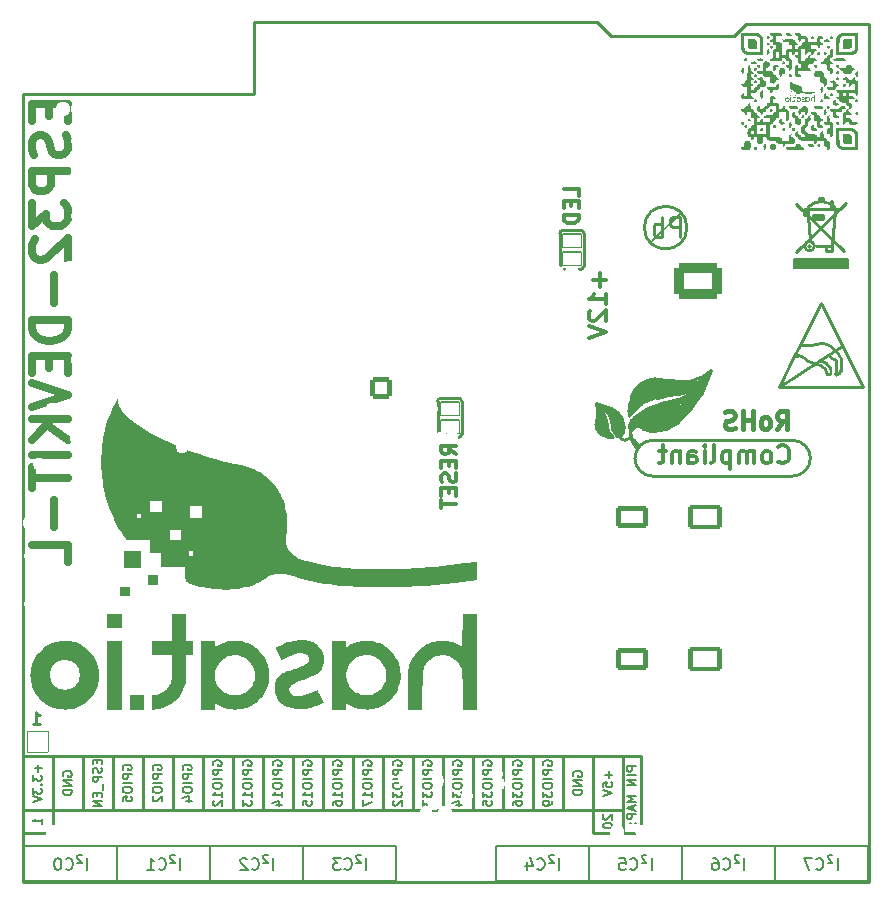
<source format=gbr>
%TF.GenerationSoftware,KiCad,Pcbnew,(6.0.8)*%
%TF.CreationDate,2023-03-02T15:21:56+03:00*%
%TF.ProjectId,ESP32-DEVKIT-L,45535033-322d-4444-9556-4b49542d4c2e,1*%
%TF.SameCoordinates,PX4260300PY8558f68*%
%TF.FileFunction,Legend,Bot*%
%TF.FilePolarity,Positive*%
%FSLAX46Y46*%
G04 Gerber Fmt 4.6, Leading zero omitted, Abs format (unit mm)*
G04 Created by KiCad (PCBNEW (6.0.8)) date 2023-03-02 15:21:56*
%MOMM*%
%LPD*%
G01*
G04 APERTURE LIST*
G04 Aperture macros list*
%AMRoundRect*
0 Rectangle with rounded corners*
0 $1 Rounding radius*
0 $2 $3 $4 $5 $6 $7 $8 $9 X,Y pos of 4 corners*
0 Add a 4 corners polygon primitive as box body*
4,1,4,$2,$3,$4,$5,$6,$7,$8,$9,$2,$3,0*
0 Add four circle primitives for the rounded corners*
1,1,$1+$1,$2,$3*
1,1,$1+$1,$4,$5*
1,1,$1+$1,$6,$7*
1,1,$1+$1,$8,$9*
0 Add four rect primitives between the rounded corners*
20,1,$1+$1,$2,$3,$4,$5,0*
20,1,$1+$1,$4,$5,$6,$7,0*
20,1,$1+$1,$6,$7,$8,$9,0*
20,1,$1+$1,$8,$9,$2,$3,0*%
G04 Aperture macros list end*
%ADD10C,0.254000*%
%ADD11C,0.150000*%
%ADD12C,1.000000*%
%TA.AperFunction,Profile*%
%ADD13C,0.254000*%
%TD*%
%ADD14C,0.190500*%
%ADD15C,0.635000*%
%ADD16C,0.300000*%
%ADD17C,0.381000*%
%ADD18C,0.350000*%
%ADD19C,0.317500*%
%ADD20C,0.200000*%
%ADD21C,0.127000*%
%ADD22C,0.508000*%
%ADD23C,2.101600*%
%ADD24RoundRect,0.200000X-0.711200X0.711200X-0.711200X-0.711200X0.711200X-0.711200X0.711200X0.711200X0*%
%ADD25C,3.600000*%
%ADD26C,1.810000*%
%ADD27C,2.050000*%
%ADD28C,3.100000*%
%ADD29C,1.600000*%
%ADD30C,6.700000*%
%ADD31RoundRect,0.050800X-0.889000X-0.889000X0.889000X-0.889000X0.889000X0.889000X-0.889000X0.889000X0*%
%ADD32C,1.879600*%
%ADD33RoundRect,0.200000X-1.150000X0.750000X-1.150000X-0.750000X1.150000X-0.750000X1.150000X0.750000X0*%
%ADD34O,2.700000X1.900000*%
%ADD35RoundRect,0.200000X-1.250000X0.850000X-1.250000X-0.850000X1.250000X-0.850000X1.250000X0.850000X0*%
%ADD36O,2.900000X2.100000*%
%ADD37C,3.400000*%
%ADD38RoundRect,0.450001X-1.599999X1.099999X-1.599999X-1.099999X1.599999X-1.099999X1.599999X1.099999X0*%
%ADD39O,4.100000X3.100000*%
%ADD40C,0.701600*%
%ADD41O,1.301600X2.301600*%
%ADD42O,1.401600X2.101600*%
%ADD43RoundRect,0.050800X0.800100X-0.584200X0.800100X0.584200X-0.800100X0.584200X-0.800100X-0.584200X0*%
%ADD44C,1.300000*%
%ADD45C,1.100000*%
%ADD46C,1.150000*%
G04 APERTURE END LIST*
D10*
X52300500Y10630000D02*
X-10000Y10630000D01*
X10150000Y10630000D02*
X10150000Y6130000D01*
D11*
X130000Y110000D02*
X31610000Y110000D01*
D10*
X30470000Y10630000D02*
X30470000Y6130000D01*
D11*
X47930000Y3010000D02*
X47930000Y100000D01*
X40060000Y3010000D02*
X40060000Y100000D01*
D10*
X38090000Y10630000D02*
X38090000Y6130000D01*
X-10000Y4130000D02*
X-10000Y10630000D01*
X22850000Y10630000D02*
X22850000Y6130000D01*
D11*
X71540000Y3010000D02*
X71540000Y100000D01*
D10*
X35550000Y10630000D02*
X35550000Y6130000D01*
X5070000Y10630000D02*
X5070000Y6130000D01*
X2530000Y10630000D02*
X2530000Y6127000D01*
X50800000Y10630000D02*
X50800000Y6130000D01*
D11*
X130000Y3020000D02*
X130000Y110000D01*
X23740000Y3020000D02*
X23740000Y115000D01*
X130000Y3020000D02*
X31610000Y3020000D01*
X15870000Y3020000D02*
X15870000Y110000D01*
D10*
X15230000Y10630000D02*
X15230000Y6130000D01*
D11*
X40060000Y100000D02*
X71540000Y100000D01*
D10*
X25390000Y10630000D02*
X25390000Y6130000D01*
X43170000Y10630000D02*
X43170000Y6130000D01*
X-10000Y4130000D02*
X2530000Y4130000D01*
X48260000Y4130000D02*
X48260000Y6130000D01*
X50800000Y6130000D02*
X-10000Y6130000D01*
X40630000Y10630000D02*
X40630000Y6130000D01*
X33010000Y10630000D02*
X33010000Y6130000D01*
D11*
X63670000Y3010000D02*
X63670000Y105000D01*
D10*
X45720000Y10630000D02*
X45720000Y6130000D01*
X7610000Y10630000D02*
X7610000Y6130000D01*
D11*
X31610000Y3020000D02*
X31610000Y110000D01*
D10*
X2530000Y6127000D02*
X2530000Y4130000D01*
X52300500Y10630000D02*
X52299500Y4130000D01*
D11*
X40060000Y3010000D02*
X71540000Y3010000D01*
D10*
X48260000Y10630000D02*
X48260000Y6130000D01*
X20310000Y10630000D02*
X20310000Y6130000D01*
X50800000Y4130000D02*
X52299500Y4130000D01*
D11*
X55800000Y3010000D02*
X55800000Y100000D01*
D10*
X12690000Y10630000D02*
X12690000Y6130000D01*
X17770000Y10630000D02*
X17770000Y6130000D01*
X50800000Y6130000D02*
X50800000Y4130000D01*
D12*
X5330028Y17530000D02*
G75*
G03*
X5330028Y17530000I-1778453J0D01*
G01*
D11*
X8000000Y3020000D02*
X8000000Y110000D01*
D10*
X48260000Y4130000D02*
X50800000Y4130000D01*
X27930000Y10630000D02*
X27930000Y6130000D01*
D13*
X48650000Y72773492D02*
X49770000Y71659000D01*
X48650000Y72773492D02*
X19554000Y72769000D01*
X-4000Y66673000D02*
X0Y0D01*
X61200000Y72675000D02*
X71675000Y72675000D01*
X19554000Y66673000D02*
X19554000Y72769000D01*
X60184000Y71659000D02*
X61200000Y72675000D01*
X49770000Y71659000D02*
X60184000Y71659000D01*
X71675000Y72675000D02*
X71675000Y0D01*
X-4000Y66673000D02*
X19554000Y66673000D01*
X0Y0D02*
X71675000Y0D01*
D14*
X1604714Y4912286D02*
X1604714Y5347715D01*
X1604714Y5130000D02*
X842714Y5130000D01*
X951571Y5202572D01*
X1024142Y5275143D01*
X1060428Y5347715D01*
X6285571Y10321286D02*
X6285571Y10067286D01*
X6684714Y9958429D02*
X6684714Y10321286D01*
X5922714Y10321286D01*
X5922714Y9958429D01*
X6648428Y9668143D02*
X6684714Y9559286D01*
X6684714Y9377858D01*
X6648428Y9305286D01*
X6612142Y9269000D01*
X6539571Y9232715D01*
X6467000Y9232715D01*
X6394428Y9269000D01*
X6358142Y9305286D01*
X6321857Y9377858D01*
X6285571Y9523000D01*
X6249285Y9595572D01*
X6213000Y9631858D01*
X6140428Y9668143D01*
X6067857Y9668143D01*
X5995285Y9631858D01*
X5959000Y9595572D01*
X5922714Y9523000D01*
X5922714Y9341572D01*
X5959000Y9232715D01*
X6684714Y8906143D02*
X5922714Y8906143D01*
X5922714Y8615858D01*
X5959000Y8543286D01*
X5995285Y8507000D01*
X6067857Y8470715D01*
X6176714Y8470715D01*
X6249285Y8507000D01*
X6285571Y8543286D01*
X6321857Y8615858D01*
X6321857Y8906143D01*
X6757285Y8325572D02*
X6757285Y7745000D01*
X6285571Y7563572D02*
X6285571Y7309572D01*
X6684714Y7200715D02*
X6684714Y7563572D01*
X5922714Y7563572D01*
X5922714Y7200715D01*
X6684714Y6874143D02*
X5922714Y6874143D01*
X6684714Y6438715D01*
X5922714Y6438715D01*
X8499000Y9504858D02*
X8462714Y9577429D01*
X8462714Y9686286D01*
X8499000Y9795143D01*
X8571571Y9867715D01*
X8644142Y9904000D01*
X8789285Y9940286D01*
X8898142Y9940286D01*
X9043285Y9904000D01*
X9115857Y9867715D01*
X9188428Y9795143D01*
X9224714Y9686286D01*
X9224714Y9613715D01*
X9188428Y9504858D01*
X9152142Y9468572D01*
X8898142Y9468572D01*
X8898142Y9613715D01*
X9224714Y9142000D02*
X8462714Y9142000D01*
X8462714Y8851715D01*
X8499000Y8779143D01*
X8535285Y8742858D01*
X8607857Y8706572D01*
X8716714Y8706572D01*
X8789285Y8742858D01*
X8825571Y8779143D01*
X8861857Y8851715D01*
X8861857Y9142000D01*
X9224714Y8380000D02*
X8462714Y8380000D01*
X8462714Y7872000D02*
X8462714Y7726858D01*
X8499000Y7654286D01*
X8571571Y7581715D01*
X8716714Y7545429D01*
X8970714Y7545429D01*
X9115857Y7581715D01*
X9188428Y7654286D01*
X9224714Y7726858D01*
X9224714Y7872000D01*
X9188428Y7944572D01*
X9115857Y8017143D01*
X8970714Y8053429D01*
X8716714Y8053429D01*
X8571571Y8017143D01*
X8499000Y7944572D01*
X8462714Y7872000D01*
X8462714Y6856000D02*
X8462714Y7218858D01*
X8825571Y7255143D01*
X8789285Y7218858D01*
X8753000Y7146286D01*
X8753000Y6964858D01*
X8789285Y6892286D01*
X8825571Y6856000D01*
X8898142Y6819715D01*
X9079571Y6819715D01*
X9152142Y6856000D01*
X9188428Y6892286D01*
X9224714Y6964858D01*
X9224714Y7146286D01*
X9188428Y7218858D01*
X9152142Y7255143D01*
X11039000Y9504858D02*
X11002714Y9577429D01*
X11002714Y9686286D01*
X11039000Y9795143D01*
X11111571Y9867715D01*
X11184142Y9904000D01*
X11329285Y9940286D01*
X11438142Y9940286D01*
X11583285Y9904000D01*
X11655857Y9867715D01*
X11728428Y9795143D01*
X11764714Y9686286D01*
X11764714Y9613715D01*
X11728428Y9504858D01*
X11692142Y9468572D01*
X11438142Y9468572D01*
X11438142Y9613715D01*
X11764714Y9142000D02*
X11002714Y9142000D01*
X11002714Y8851715D01*
X11039000Y8779143D01*
X11075285Y8742858D01*
X11147857Y8706572D01*
X11256714Y8706572D01*
X11329285Y8742858D01*
X11365571Y8779143D01*
X11401857Y8851715D01*
X11401857Y9142000D01*
X11764714Y8380000D02*
X11002714Y8380000D01*
X11002714Y7872000D02*
X11002714Y7726858D01*
X11039000Y7654286D01*
X11111571Y7581715D01*
X11256714Y7545429D01*
X11510714Y7545429D01*
X11655857Y7581715D01*
X11728428Y7654286D01*
X11764714Y7726858D01*
X11764714Y7872000D01*
X11728428Y7944572D01*
X11655857Y8017143D01*
X11510714Y8053429D01*
X11256714Y8053429D01*
X11111571Y8017143D01*
X11039000Y7944572D01*
X11002714Y7872000D01*
X11075285Y7255143D02*
X11039000Y7218858D01*
X11002714Y7146286D01*
X11002714Y6964858D01*
X11039000Y6892286D01*
X11075285Y6856000D01*
X11147857Y6819715D01*
X11220428Y6819715D01*
X11329285Y6856000D01*
X11764714Y7291429D01*
X11764714Y6819715D01*
X13579000Y9504858D02*
X13542714Y9577429D01*
X13542714Y9686286D01*
X13579000Y9795143D01*
X13651571Y9867715D01*
X13724142Y9904000D01*
X13869285Y9940286D01*
X13978142Y9940286D01*
X14123285Y9904000D01*
X14195857Y9867715D01*
X14268428Y9795143D01*
X14304714Y9686286D01*
X14304714Y9613715D01*
X14268428Y9504858D01*
X14232142Y9468572D01*
X13978142Y9468572D01*
X13978142Y9613715D01*
X14304714Y9142000D02*
X13542714Y9142000D01*
X13542714Y8851715D01*
X13579000Y8779143D01*
X13615285Y8742858D01*
X13687857Y8706572D01*
X13796714Y8706572D01*
X13869285Y8742858D01*
X13905571Y8779143D01*
X13941857Y8851715D01*
X13941857Y9142000D01*
X14304714Y8380000D02*
X13542714Y8380000D01*
X13542714Y7872000D02*
X13542714Y7726858D01*
X13579000Y7654286D01*
X13651571Y7581715D01*
X13796714Y7545429D01*
X14050714Y7545429D01*
X14195857Y7581715D01*
X14268428Y7654286D01*
X14304714Y7726858D01*
X14304714Y7872000D01*
X14268428Y7944572D01*
X14195857Y8017143D01*
X14050714Y8053429D01*
X13796714Y8053429D01*
X13651571Y8017143D01*
X13579000Y7944572D01*
X13542714Y7872000D01*
X13796714Y6892286D02*
X14304714Y6892286D01*
X13506428Y7073715D02*
X14050714Y7255143D01*
X14050714Y6783429D01*
X16119000Y9867715D02*
X16082714Y9940286D01*
X16082714Y10049143D01*
X16119000Y10158000D01*
X16191571Y10230572D01*
X16264142Y10266858D01*
X16409285Y10303143D01*
X16518142Y10303143D01*
X16663285Y10266858D01*
X16735857Y10230572D01*
X16808428Y10158000D01*
X16844714Y10049143D01*
X16844714Y9976572D01*
X16808428Y9867715D01*
X16772142Y9831429D01*
X16518142Y9831429D01*
X16518142Y9976572D01*
X16844714Y9504858D02*
X16082714Y9504858D01*
X16082714Y9214572D01*
X16119000Y9142000D01*
X16155285Y9105715D01*
X16227857Y9069429D01*
X16336714Y9069429D01*
X16409285Y9105715D01*
X16445571Y9142000D01*
X16481857Y9214572D01*
X16481857Y9504858D01*
X16844714Y8742858D02*
X16082714Y8742858D01*
X16082714Y8234858D02*
X16082714Y8089715D01*
X16119000Y8017143D01*
X16191571Y7944572D01*
X16336714Y7908286D01*
X16590714Y7908286D01*
X16735857Y7944572D01*
X16808428Y8017143D01*
X16844714Y8089715D01*
X16844714Y8234858D01*
X16808428Y8307429D01*
X16735857Y8380000D01*
X16590714Y8416286D01*
X16336714Y8416286D01*
X16191571Y8380000D01*
X16119000Y8307429D01*
X16082714Y8234858D01*
X16844714Y7182572D02*
X16844714Y7618000D01*
X16844714Y7400286D02*
X16082714Y7400286D01*
X16191571Y7472858D01*
X16264142Y7545429D01*
X16300428Y7618000D01*
X16155285Y6892286D02*
X16119000Y6856000D01*
X16082714Y6783429D01*
X16082714Y6602000D01*
X16119000Y6529429D01*
X16155285Y6493143D01*
X16227857Y6456858D01*
X16300428Y6456858D01*
X16409285Y6493143D01*
X16844714Y6928572D01*
X16844714Y6456858D01*
X18659000Y9867715D02*
X18622714Y9940286D01*
X18622714Y10049143D01*
X18659000Y10158000D01*
X18731571Y10230572D01*
X18804142Y10266858D01*
X18949285Y10303143D01*
X19058142Y10303143D01*
X19203285Y10266858D01*
X19275857Y10230572D01*
X19348428Y10158000D01*
X19384714Y10049143D01*
X19384714Y9976572D01*
X19348428Y9867715D01*
X19312142Y9831429D01*
X19058142Y9831429D01*
X19058142Y9976572D01*
X19384714Y9504858D02*
X18622714Y9504858D01*
X18622714Y9214572D01*
X18659000Y9142000D01*
X18695285Y9105715D01*
X18767857Y9069429D01*
X18876714Y9069429D01*
X18949285Y9105715D01*
X18985571Y9142000D01*
X19021857Y9214572D01*
X19021857Y9504858D01*
X19384714Y8742858D02*
X18622714Y8742858D01*
X18622714Y8234858D02*
X18622714Y8089715D01*
X18659000Y8017143D01*
X18731571Y7944572D01*
X18876714Y7908286D01*
X19130714Y7908286D01*
X19275857Y7944572D01*
X19348428Y8017143D01*
X19384714Y8089715D01*
X19384714Y8234858D01*
X19348428Y8307429D01*
X19275857Y8380000D01*
X19130714Y8416286D01*
X18876714Y8416286D01*
X18731571Y8380000D01*
X18659000Y8307429D01*
X18622714Y8234858D01*
X19384714Y7182572D02*
X19384714Y7618000D01*
X19384714Y7400286D02*
X18622714Y7400286D01*
X18731571Y7472858D01*
X18804142Y7545429D01*
X18840428Y7618000D01*
X18622714Y6928572D02*
X18622714Y6456858D01*
X18913000Y6710858D01*
X18913000Y6602000D01*
X18949285Y6529429D01*
X18985571Y6493143D01*
X19058142Y6456858D01*
X19239571Y6456858D01*
X19312142Y6493143D01*
X19348428Y6529429D01*
X19384714Y6602000D01*
X19384714Y6819715D01*
X19348428Y6892286D01*
X19312142Y6928572D01*
X21199000Y9867715D02*
X21162714Y9940286D01*
X21162714Y10049143D01*
X21199000Y10158000D01*
X21271571Y10230572D01*
X21344142Y10266858D01*
X21489285Y10303143D01*
X21598142Y10303143D01*
X21743285Y10266858D01*
X21815857Y10230572D01*
X21888428Y10158000D01*
X21924714Y10049143D01*
X21924714Y9976572D01*
X21888428Y9867715D01*
X21852142Y9831429D01*
X21598142Y9831429D01*
X21598142Y9976572D01*
X21924714Y9504858D02*
X21162714Y9504858D01*
X21162714Y9214572D01*
X21199000Y9142000D01*
X21235285Y9105715D01*
X21307857Y9069429D01*
X21416714Y9069429D01*
X21489285Y9105715D01*
X21525571Y9142000D01*
X21561857Y9214572D01*
X21561857Y9504858D01*
X21924714Y8742858D02*
X21162714Y8742858D01*
X21162714Y8234858D02*
X21162714Y8089715D01*
X21199000Y8017143D01*
X21271571Y7944572D01*
X21416714Y7908286D01*
X21670714Y7908286D01*
X21815857Y7944572D01*
X21888428Y8017143D01*
X21924714Y8089715D01*
X21924714Y8234858D01*
X21888428Y8307429D01*
X21815857Y8380000D01*
X21670714Y8416286D01*
X21416714Y8416286D01*
X21271571Y8380000D01*
X21199000Y8307429D01*
X21162714Y8234858D01*
X21924714Y7182572D02*
X21924714Y7618000D01*
X21924714Y7400286D02*
X21162714Y7400286D01*
X21271571Y7472858D01*
X21344142Y7545429D01*
X21380428Y7618000D01*
X21416714Y6529429D02*
X21924714Y6529429D01*
X21126428Y6710858D02*
X21670714Y6892286D01*
X21670714Y6420572D01*
X23739000Y9867715D02*
X23702714Y9940286D01*
X23702714Y10049143D01*
X23739000Y10158000D01*
X23811571Y10230572D01*
X23884142Y10266858D01*
X24029285Y10303143D01*
X24138142Y10303143D01*
X24283285Y10266858D01*
X24355857Y10230572D01*
X24428428Y10158000D01*
X24464714Y10049143D01*
X24464714Y9976572D01*
X24428428Y9867715D01*
X24392142Y9831429D01*
X24138142Y9831429D01*
X24138142Y9976572D01*
X24464714Y9504858D02*
X23702714Y9504858D01*
X23702714Y9214572D01*
X23739000Y9142000D01*
X23775285Y9105715D01*
X23847857Y9069429D01*
X23956714Y9069429D01*
X24029285Y9105715D01*
X24065571Y9142000D01*
X24101857Y9214572D01*
X24101857Y9504858D01*
X24464714Y8742858D02*
X23702714Y8742858D01*
X23702714Y8234858D02*
X23702714Y8089715D01*
X23739000Y8017143D01*
X23811571Y7944572D01*
X23956714Y7908286D01*
X24210714Y7908286D01*
X24355857Y7944572D01*
X24428428Y8017143D01*
X24464714Y8089715D01*
X24464714Y8234858D01*
X24428428Y8307429D01*
X24355857Y8380000D01*
X24210714Y8416286D01*
X23956714Y8416286D01*
X23811571Y8380000D01*
X23739000Y8307429D01*
X23702714Y8234858D01*
X24464714Y7182572D02*
X24464714Y7618000D01*
X24464714Y7400286D02*
X23702714Y7400286D01*
X23811571Y7472858D01*
X23884142Y7545429D01*
X23920428Y7618000D01*
X23702714Y6493143D02*
X23702714Y6856000D01*
X24065571Y6892286D01*
X24029285Y6856000D01*
X23993000Y6783429D01*
X23993000Y6602000D01*
X24029285Y6529429D01*
X24065571Y6493143D01*
X24138142Y6456858D01*
X24319571Y6456858D01*
X24392142Y6493143D01*
X24428428Y6529429D01*
X24464714Y6602000D01*
X24464714Y6783429D01*
X24428428Y6856000D01*
X24392142Y6892286D01*
X26279000Y9867715D02*
X26242714Y9940286D01*
X26242714Y10049143D01*
X26279000Y10158000D01*
X26351571Y10230572D01*
X26424142Y10266858D01*
X26569285Y10303143D01*
X26678142Y10303143D01*
X26823285Y10266858D01*
X26895857Y10230572D01*
X26968428Y10158000D01*
X27004714Y10049143D01*
X27004714Y9976572D01*
X26968428Y9867715D01*
X26932142Y9831429D01*
X26678142Y9831429D01*
X26678142Y9976572D01*
X27004714Y9504858D02*
X26242714Y9504858D01*
X26242714Y9214572D01*
X26279000Y9142000D01*
X26315285Y9105715D01*
X26387857Y9069429D01*
X26496714Y9069429D01*
X26569285Y9105715D01*
X26605571Y9142000D01*
X26641857Y9214572D01*
X26641857Y9504858D01*
X27004714Y8742858D02*
X26242714Y8742858D01*
X26242714Y8234858D02*
X26242714Y8089715D01*
X26279000Y8017143D01*
X26351571Y7944572D01*
X26496714Y7908286D01*
X26750714Y7908286D01*
X26895857Y7944572D01*
X26968428Y8017143D01*
X27004714Y8089715D01*
X27004714Y8234858D01*
X26968428Y8307429D01*
X26895857Y8380000D01*
X26750714Y8416286D01*
X26496714Y8416286D01*
X26351571Y8380000D01*
X26279000Y8307429D01*
X26242714Y8234858D01*
X27004714Y7182572D02*
X27004714Y7618000D01*
X27004714Y7400286D02*
X26242714Y7400286D01*
X26351571Y7472858D01*
X26424142Y7545429D01*
X26460428Y7618000D01*
X26242714Y6529429D02*
X26242714Y6674572D01*
X26279000Y6747143D01*
X26315285Y6783429D01*
X26424142Y6856000D01*
X26569285Y6892286D01*
X26859571Y6892286D01*
X26932142Y6856000D01*
X26968428Y6819715D01*
X27004714Y6747143D01*
X27004714Y6602000D01*
X26968428Y6529429D01*
X26932142Y6493143D01*
X26859571Y6456858D01*
X26678142Y6456858D01*
X26605571Y6493143D01*
X26569285Y6529429D01*
X26533000Y6602000D01*
X26533000Y6747143D01*
X26569285Y6819715D01*
X26605571Y6856000D01*
X26678142Y6892286D01*
X28819000Y9867715D02*
X28782714Y9940286D01*
X28782714Y10049143D01*
X28819000Y10158000D01*
X28891571Y10230572D01*
X28964142Y10266858D01*
X29109285Y10303143D01*
X29218142Y10303143D01*
X29363285Y10266858D01*
X29435857Y10230572D01*
X29508428Y10158000D01*
X29544714Y10049143D01*
X29544714Y9976572D01*
X29508428Y9867715D01*
X29472142Y9831429D01*
X29218142Y9831429D01*
X29218142Y9976572D01*
X29544714Y9504858D02*
X28782714Y9504858D01*
X28782714Y9214572D01*
X28819000Y9142000D01*
X28855285Y9105715D01*
X28927857Y9069429D01*
X29036714Y9069429D01*
X29109285Y9105715D01*
X29145571Y9142000D01*
X29181857Y9214572D01*
X29181857Y9504858D01*
X29544714Y8742858D02*
X28782714Y8742858D01*
X28782714Y8234858D02*
X28782714Y8089715D01*
X28819000Y8017143D01*
X28891571Y7944572D01*
X29036714Y7908286D01*
X29290714Y7908286D01*
X29435857Y7944572D01*
X29508428Y8017143D01*
X29544714Y8089715D01*
X29544714Y8234858D01*
X29508428Y8307429D01*
X29435857Y8380000D01*
X29290714Y8416286D01*
X29036714Y8416286D01*
X28891571Y8380000D01*
X28819000Y8307429D01*
X28782714Y8234858D01*
X29544714Y7182572D02*
X29544714Y7618000D01*
X29544714Y7400286D02*
X28782714Y7400286D01*
X28891571Y7472858D01*
X28964142Y7545429D01*
X29000428Y7618000D01*
X28782714Y6928572D02*
X28782714Y6420572D01*
X29544714Y6747143D01*
X51894714Y9774858D02*
X51132714Y9774858D01*
X51132714Y9484572D01*
X51169000Y9412000D01*
X51205285Y9375715D01*
X51277857Y9339429D01*
X51386714Y9339429D01*
X51459285Y9375715D01*
X51495571Y9412000D01*
X51531857Y9484572D01*
X51531857Y9774858D01*
X51894714Y9012858D02*
X51132714Y9012858D01*
X51894714Y8650000D02*
X51132714Y8650000D01*
X51894714Y8214572D01*
X51132714Y8214572D01*
X51894714Y7271143D02*
X51132714Y7271143D01*
X51677000Y7017143D01*
X51132714Y6763143D01*
X51894714Y6763143D01*
X51677000Y6436572D02*
X51677000Y6073715D01*
X51894714Y6509143D02*
X51132714Y6255143D01*
X51894714Y6001143D01*
X51894714Y5747143D02*
X51132714Y5747143D01*
X51132714Y5456858D01*
X51169000Y5384286D01*
X51205285Y5348000D01*
X51277857Y5311715D01*
X51386714Y5311715D01*
X51459285Y5348000D01*
X51495571Y5384286D01*
X51531857Y5456858D01*
X51531857Y5747143D01*
X51822142Y4985143D02*
X51858428Y4948858D01*
X51894714Y4985143D01*
X51858428Y5021429D01*
X51822142Y4985143D01*
X51894714Y4985143D01*
X51423000Y4985143D02*
X51459285Y4948858D01*
X51495571Y4985143D01*
X51459285Y5021429D01*
X51423000Y4985143D01*
X51495571Y4985143D01*
X31359000Y9867715D02*
X31322714Y9940286D01*
X31322714Y10049143D01*
X31359000Y10158000D01*
X31431571Y10230572D01*
X31504142Y10266858D01*
X31649285Y10303143D01*
X31758142Y10303143D01*
X31903285Y10266858D01*
X31975857Y10230572D01*
X32048428Y10158000D01*
X32084714Y10049143D01*
X32084714Y9976572D01*
X32048428Y9867715D01*
X32012142Y9831429D01*
X31758142Y9831429D01*
X31758142Y9976572D01*
X32084714Y9504858D02*
X31322714Y9504858D01*
X31322714Y9214572D01*
X31359000Y9142000D01*
X31395285Y9105715D01*
X31467857Y9069429D01*
X31576714Y9069429D01*
X31649285Y9105715D01*
X31685571Y9142000D01*
X31721857Y9214572D01*
X31721857Y9504858D01*
X32084714Y8742858D02*
X31322714Y8742858D01*
X31322714Y8234858D02*
X31322714Y8089715D01*
X31359000Y8017143D01*
X31431571Y7944572D01*
X31576714Y7908286D01*
X31830714Y7908286D01*
X31975857Y7944572D01*
X32048428Y8017143D01*
X32084714Y8089715D01*
X32084714Y8234858D01*
X32048428Y8307429D01*
X31975857Y8380000D01*
X31830714Y8416286D01*
X31576714Y8416286D01*
X31431571Y8380000D01*
X31359000Y8307429D01*
X31322714Y8234858D01*
X31322714Y7654286D02*
X31322714Y7182572D01*
X31613000Y7436572D01*
X31613000Y7327715D01*
X31649285Y7255143D01*
X31685571Y7218858D01*
X31758142Y7182572D01*
X31939571Y7182572D01*
X32012142Y7218858D01*
X32048428Y7255143D01*
X32084714Y7327715D01*
X32084714Y7545429D01*
X32048428Y7618000D01*
X32012142Y7654286D01*
X31395285Y6892286D02*
X31359000Y6856000D01*
X31322714Y6783429D01*
X31322714Y6602000D01*
X31359000Y6529429D01*
X31395285Y6493143D01*
X31467857Y6456858D01*
X31540428Y6456858D01*
X31649285Y6493143D01*
X32084714Y6928572D01*
X32084714Y6456858D01*
X33899000Y9867715D02*
X33862714Y9940286D01*
X33862714Y10049143D01*
X33899000Y10158000D01*
X33971571Y10230572D01*
X34044142Y10266858D01*
X34189285Y10303143D01*
X34298142Y10303143D01*
X34443285Y10266858D01*
X34515857Y10230572D01*
X34588428Y10158000D01*
X34624714Y10049143D01*
X34624714Y9976572D01*
X34588428Y9867715D01*
X34552142Y9831429D01*
X34298142Y9831429D01*
X34298142Y9976572D01*
X34624714Y9504858D02*
X33862714Y9504858D01*
X33862714Y9214572D01*
X33899000Y9142000D01*
X33935285Y9105715D01*
X34007857Y9069429D01*
X34116714Y9069429D01*
X34189285Y9105715D01*
X34225571Y9142000D01*
X34261857Y9214572D01*
X34261857Y9504858D01*
X34624714Y8742858D02*
X33862714Y8742858D01*
X33862714Y8234858D02*
X33862714Y8089715D01*
X33899000Y8017143D01*
X33971571Y7944572D01*
X34116714Y7908286D01*
X34370714Y7908286D01*
X34515857Y7944572D01*
X34588428Y8017143D01*
X34624714Y8089715D01*
X34624714Y8234858D01*
X34588428Y8307429D01*
X34515857Y8380000D01*
X34370714Y8416286D01*
X34116714Y8416286D01*
X33971571Y8380000D01*
X33899000Y8307429D01*
X33862714Y8234858D01*
X33862714Y7654286D02*
X33862714Y7182572D01*
X34153000Y7436572D01*
X34153000Y7327715D01*
X34189285Y7255143D01*
X34225571Y7218858D01*
X34298142Y7182572D01*
X34479571Y7182572D01*
X34552142Y7218858D01*
X34588428Y7255143D01*
X34624714Y7327715D01*
X34624714Y7545429D01*
X34588428Y7618000D01*
X34552142Y7654286D01*
X33862714Y6928572D02*
X33862714Y6456858D01*
X34153000Y6710858D01*
X34153000Y6602000D01*
X34189285Y6529429D01*
X34225571Y6493143D01*
X34298142Y6456858D01*
X34479571Y6456858D01*
X34552142Y6493143D01*
X34588428Y6529429D01*
X34624714Y6602000D01*
X34624714Y6819715D01*
X34588428Y6892286D01*
X34552142Y6928572D01*
X36439000Y9867715D02*
X36402714Y9940286D01*
X36402714Y10049143D01*
X36439000Y10158000D01*
X36511571Y10230572D01*
X36584142Y10266858D01*
X36729285Y10303143D01*
X36838142Y10303143D01*
X36983285Y10266858D01*
X37055857Y10230572D01*
X37128428Y10158000D01*
X37164714Y10049143D01*
X37164714Y9976572D01*
X37128428Y9867715D01*
X37092142Y9831429D01*
X36838142Y9831429D01*
X36838142Y9976572D01*
X37164714Y9504858D02*
X36402714Y9504858D01*
X36402714Y9214572D01*
X36439000Y9142000D01*
X36475285Y9105715D01*
X36547857Y9069429D01*
X36656714Y9069429D01*
X36729285Y9105715D01*
X36765571Y9142000D01*
X36801857Y9214572D01*
X36801857Y9504858D01*
X37164714Y8742858D02*
X36402714Y8742858D01*
X36402714Y8234858D02*
X36402714Y8089715D01*
X36439000Y8017143D01*
X36511571Y7944572D01*
X36656714Y7908286D01*
X36910714Y7908286D01*
X37055857Y7944572D01*
X37128428Y8017143D01*
X37164714Y8089715D01*
X37164714Y8234858D01*
X37128428Y8307429D01*
X37055857Y8380000D01*
X36910714Y8416286D01*
X36656714Y8416286D01*
X36511571Y8380000D01*
X36439000Y8307429D01*
X36402714Y8234858D01*
X36402714Y7654286D02*
X36402714Y7182572D01*
X36693000Y7436572D01*
X36693000Y7327715D01*
X36729285Y7255143D01*
X36765571Y7218858D01*
X36838142Y7182572D01*
X37019571Y7182572D01*
X37092142Y7218858D01*
X37128428Y7255143D01*
X37164714Y7327715D01*
X37164714Y7545429D01*
X37128428Y7618000D01*
X37092142Y7654286D01*
X36656714Y6529429D02*
X37164714Y6529429D01*
X36366428Y6710858D02*
X36910714Y6892286D01*
X36910714Y6420572D01*
X38979000Y9867715D02*
X38942714Y9940286D01*
X38942714Y10049143D01*
X38979000Y10158000D01*
X39051571Y10230572D01*
X39124142Y10266858D01*
X39269285Y10303143D01*
X39378142Y10303143D01*
X39523285Y10266858D01*
X39595857Y10230572D01*
X39668428Y10158000D01*
X39704714Y10049143D01*
X39704714Y9976572D01*
X39668428Y9867715D01*
X39632142Y9831429D01*
X39378142Y9831429D01*
X39378142Y9976572D01*
X39704714Y9504858D02*
X38942714Y9504858D01*
X38942714Y9214572D01*
X38979000Y9142000D01*
X39015285Y9105715D01*
X39087857Y9069429D01*
X39196714Y9069429D01*
X39269285Y9105715D01*
X39305571Y9142000D01*
X39341857Y9214572D01*
X39341857Y9504858D01*
X39704714Y8742858D02*
X38942714Y8742858D01*
X38942714Y8234858D02*
X38942714Y8089715D01*
X38979000Y8017143D01*
X39051571Y7944572D01*
X39196714Y7908286D01*
X39450714Y7908286D01*
X39595857Y7944572D01*
X39668428Y8017143D01*
X39704714Y8089715D01*
X39704714Y8234858D01*
X39668428Y8307429D01*
X39595857Y8380000D01*
X39450714Y8416286D01*
X39196714Y8416286D01*
X39051571Y8380000D01*
X38979000Y8307429D01*
X38942714Y8234858D01*
X38942714Y7654286D02*
X38942714Y7182572D01*
X39233000Y7436572D01*
X39233000Y7327715D01*
X39269285Y7255143D01*
X39305571Y7218858D01*
X39378142Y7182572D01*
X39559571Y7182572D01*
X39632142Y7218858D01*
X39668428Y7255143D01*
X39704714Y7327715D01*
X39704714Y7545429D01*
X39668428Y7618000D01*
X39632142Y7654286D01*
X38942714Y6493143D02*
X38942714Y6856000D01*
X39305571Y6892286D01*
X39269285Y6856000D01*
X39233000Y6783429D01*
X39233000Y6602000D01*
X39269285Y6529429D01*
X39305571Y6493143D01*
X39378142Y6456858D01*
X39559571Y6456858D01*
X39632142Y6493143D01*
X39668428Y6529429D01*
X39704714Y6602000D01*
X39704714Y6783429D01*
X39668428Y6856000D01*
X39632142Y6892286D01*
X41519000Y9867715D02*
X41482714Y9940286D01*
X41482714Y10049143D01*
X41519000Y10158000D01*
X41591571Y10230572D01*
X41664142Y10266858D01*
X41809285Y10303143D01*
X41918142Y10303143D01*
X42063285Y10266858D01*
X42135857Y10230572D01*
X42208428Y10158000D01*
X42244714Y10049143D01*
X42244714Y9976572D01*
X42208428Y9867715D01*
X42172142Y9831429D01*
X41918142Y9831429D01*
X41918142Y9976572D01*
X42244714Y9504858D02*
X41482714Y9504858D01*
X41482714Y9214572D01*
X41519000Y9142000D01*
X41555285Y9105715D01*
X41627857Y9069429D01*
X41736714Y9069429D01*
X41809285Y9105715D01*
X41845571Y9142000D01*
X41881857Y9214572D01*
X41881857Y9504858D01*
X42244714Y8742858D02*
X41482714Y8742858D01*
X41482714Y8234858D02*
X41482714Y8089715D01*
X41519000Y8017143D01*
X41591571Y7944572D01*
X41736714Y7908286D01*
X41990714Y7908286D01*
X42135857Y7944572D01*
X42208428Y8017143D01*
X42244714Y8089715D01*
X42244714Y8234858D01*
X42208428Y8307429D01*
X42135857Y8380000D01*
X41990714Y8416286D01*
X41736714Y8416286D01*
X41591571Y8380000D01*
X41519000Y8307429D01*
X41482714Y8234858D01*
X41482714Y7654286D02*
X41482714Y7182572D01*
X41773000Y7436572D01*
X41773000Y7327715D01*
X41809285Y7255143D01*
X41845571Y7218858D01*
X41918142Y7182572D01*
X42099571Y7182572D01*
X42172142Y7218858D01*
X42208428Y7255143D01*
X42244714Y7327715D01*
X42244714Y7545429D01*
X42208428Y7618000D01*
X42172142Y7654286D01*
X41482714Y6529429D02*
X41482714Y6674572D01*
X41519000Y6747143D01*
X41555285Y6783429D01*
X41664142Y6856000D01*
X41809285Y6892286D01*
X42099571Y6892286D01*
X42172142Y6856000D01*
X42208428Y6819715D01*
X42244714Y6747143D01*
X42244714Y6602000D01*
X42208428Y6529429D01*
X42172142Y6493143D01*
X42099571Y6456858D01*
X41918142Y6456858D01*
X41845571Y6493143D01*
X41809285Y6529429D01*
X41773000Y6602000D01*
X41773000Y6747143D01*
X41809285Y6819715D01*
X41845571Y6856000D01*
X41918142Y6892286D01*
X46609000Y8960572D02*
X46572714Y9033143D01*
X46572714Y9142000D01*
X46609000Y9250858D01*
X46681571Y9323429D01*
X46754142Y9359715D01*
X46899285Y9396000D01*
X47008142Y9396000D01*
X47153285Y9359715D01*
X47225857Y9323429D01*
X47298428Y9250858D01*
X47334714Y9142000D01*
X47334714Y9069429D01*
X47298428Y8960572D01*
X47262142Y8924286D01*
X47008142Y8924286D01*
X47008142Y9069429D01*
X47334714Y8597715D02*
X46572714Y8597715D01*
X47334714Y8162286D01*
X46572714Y8162286D01*
X47334714Y7799429D02*
X46572714Y7799429D01*
X46572714Y7618000D01*
X46609000Y7509143D01*
X46681571Y7436572D01*
X46754142Y7400286D01*
X46899285Y7364000D01*
X47008142Y7364000D01*
X47153285Y7400286D01*
X47225857Y7436572D01*
X47298428Y7509143D01*
X47334714Y7618000D01*
X47334714Y7799429D01*
X44069000Y9867715D02*
X44032714Y9940286D01*
X44032714Y10049143D01*
X44069000Y10158000D01*
X44141571Y10230572D01*
X44214142Y10266858D01*
X44359285Y10303143D01*
X44468142Y10303143D01*
X44613285Y10266858D01*
X44685857Y10230572D01*
X44758428Y10158000D01*
X44794714Y10049143D01*
X44794714Y9976572D01*
X44758428Y9867715D01*
X44722142Y9831429D01*
X44468142Y9831429D01*
X44468142Y9976572D01*
X44794714Y9504858D02*
X44032714Y9504858D01*
X44032714Y9214572D01*
X44069000Y9142000D01*
X44105285Y9105715D01*
X44177857Y9069429D01*
X44286714Y9069429D01*
X44359285Y9105715D01*
X44395571Y9142000D01*
X44431857Y9214572D01*
X44431857Y9504858D01*
X44794714Y8742858D02*
X44032714Y8742858D01*
X44032714Y8234858D02*
X44032714Y8089715D01*
X44069000Y8017143D01*
X44141571Y7944572D01*
X44286714Y7908286D01*
X44540714Y7908286D01*
X44685857Y7944572D01*
X44758428Y8017143D01*
X44794714Y8089715D01*
X44794714Y8234858D01*
X44758428Y8307429D01*
X44685857Y8380000D01*
X44540714Y8416286D01*
X44286714Y8416286D01*
X44141571Y8380000D01*
X44069000Y8307429D01*
X44032714Y8234858D01*
X44032714Y7654286D02*
X44032714Y7182572D01*
X44323000Y7436572D01*
X44323000Y7327715D01*
X44359285Y7255143D01*
X44395571Y7218858D01*
X44468142Y7182572D01*
X44649571Y7182572D01*
X44722142Y7218858D01*
X44758428Y7255143D01*
X44794714Y7327715D01*
X44794714Y7545429D01*
X44758428Y7618000D01*
X44722142Y7654286D01*
X44794714Y6819715D02*
X44794714Y6674572D01*
X44758428Y6602000D01*
X44722142Y6565715D01*
X44613285Y6493143D01*
X44468142Y6456858D01*
X44177857Y6456858D01*
X44105285Y6493143D01*
X44069000Y6529429D01*
X44032714Y6602000D01*
X44032714Y6747143D01*
X44069000Y6819715D01*
X44105285Y6856000D01*
X44177857Y6892286D01*
X44359285Y6892286D01*
X44431857Y6856000D01*
X44468142Y6819715D01*
X44504428Y6747143D01*
X44504428Y6602000D01*
X44468142Y6529429D01*
X44431857Y6493143D01*
X44359285Y6456858D01*
X49584428Y9359715D02*
X49584428Y8779143D01*
X49874714Y9069429D02*
X49294142Y9069429D01*
X49112714Y8053429D02*
X49112714Y8416286D01*
X49475571Y8452572D01*
X49439285Y8416286D01*
X49403000Y8343715D01*
X49403000Y8162286D01*
X49439285Y8089715D01*
X49475571Y8053429D01*
X49548142Y8017143D01*
X49729571Y8017143D01*
X49802142Y8053429D01*
X49838428Y8089715D01*
X49874714Y8162286D01*
X49874714Y8343715D01*
X49838428Y8416286D01*
X49802142Y8452572D01*
X49112714Y7799429D02*
X49874714Y7545429D01*
X49112714Y7291429D01*
X49185285Y5710572D02*
X49149000Y5674286D01*
X49112714Y5601715D01*
X49112714Y5420286D01*
X49149000Y5347715D01*
X49185285Y5311429D01*
X49257857Y5275143D01*
X49330428Y5275143D01*
X49439285Y5311429D01*
X49874714Y5746858D01*
X49874714Y5275143D01*
X49112714Y4803429D02*
X49112714Y4730858D01*
X49149000Y4658286D01*
X49185285Y4622000D01*
X49257857Y4585715D01*
X49403000Y4549429D01*
X49584428Y4549429D01*
X49729571Y4585715D01*
X49802142Y4622000D01*
X49838428Y4658286D01*
X49874714Y4730858D01*
X49874714Y4803429D01*
X49838428Y4876000D01*
X49802142Y4912286D01*
X49729571Y4948572D01*
X49584428Y4984858D01*
X49403000Y4984858D01*
X49257857Y4948572D01*
X49185285Y4912286D01*
X49149000Y4876000D01*
X49112714Y4803429D01*
D15*
X2212285Y65861536D02*
X2212285Y64845536D01*
X3808857Y64410108D02*
X3808857Y65861536D01*
X760857Y65861536D01*
X760857Y64410108D01*
X3663714Y63248965D02*
X3808857Y62813536D01*
X3808857Y62087822D01*
X3663714Y61797536D01*
X3518571Y61652393D01*
X3228285Y61507250D01*
X2938000Y61507250D01*
X2647714Y61652393D01*
X2502571Y61797536D01*
X2357428Y62087822D01*
X2212285Y62668393D01*
X2067142Y62958679D01*
X1922000Y63103822D01*
X1631714Y63248965D01*
X1341428Y63248965D01*
X1051142Y63103822D01*
X906000Y62958679D01*
X760857Y62668393D01*
X760857Y61942679D01*
X906000Y61507250D01*
X3808857Y60200965D02*
X760857Y60200965D01*
X760857Y59039822D01*
X906000Y58749536D01*
X1051142Y58604393D01*
X1341428Y58459250D01*
X1776857Y58459250D01*
X2067142Y58604393D01*
X2212285Y58749536D01*
X2357428Y59039822D01*
X2357428Y60200965D01*
X760857Y57443250D02*
X760857Y55556393D01*
X1922000Y56572393D01*
X1922000Y56136965D01*
X2067142Y55846679D01*
X2212285Y55701536D01*
X2502571Y55556393D01*
X3228285Y55556393D01*
X3518571Y55701536D01*
X3663714Y55846679D01*
X3808857Y56136965D01*
X3808857Y57007822D01*
X3663714Y57298108D01*
X3518571Y57443250D01*
X1051142Y54395250D02*
X906000Y54250108D01*
X760857Y53959822D01*
X760857Y53234108D01*
X906000Y52943822D01*
X1051142Y52798679D01*
X1341428Y52653536D01*
X1631714Y52653536D01*
X2067142Y52798679D01*
X3808857Y54540393D01*
X3808857Y52653536D01*
X2647714Y51347250D02*
X2647714Y49024965D01*
X3808857Y47573536D02*
X760857Y47573536D01*
X760857Y46847822D01*
X906000Y46412393D01*
X1196285Y46122108D01*
X1486571Y45976965D01*
X2067142Y45831822D01*
X2502571Y45831822D01*
X3083142Y45976965D01*
X3373428Y46122108D01*
X3663714Y46412393D01*
X3808857Y46847822D01*
X3808857Y47573536D01*
X2212285Y44525536D02*
X2212285Y43509536D01*
X3808857Y43074108D02*
X3808857Y44525536D01*
X760857Y44525536D01*
X760857Y43074108D01*
X760857Y42203250D02*
X3808857Y41187250D01*
X760857Y40171250D01*
X3808857Y39155250D02*
X760857Y39155250D01*
X3808857Y37413536D02*
X2067142Y38719822D01*
X760857Y37413536D02*
X2502571Y39155250D01*
X3808857Y36107250D02*
X760857Y36107250D01*
X760857Y35091250D02*
X760857Y33349536D01*
X3808857Y34220393D02*
X760857Y34220393D01*
X2647714Y32333536D02*
X2647714Y30011250D01*
X3808857Y27108393D02*
X3808857Y28559822D01*
X760857Y28559822D01*
D16*
X48827142Y51552858D02*
X48827142Y50410000D01*
X49398571Y50981429D02*
X48255714Y50981429D01*
X49398571Y48910000D02*
X49398571Y49767143D01*
X49398571Y49338572D02*
X47898571Y49338572D01*
X48112857Y49481429D01*
X48255714Y49624286D01*
X48327142Y49767143D01*
X48041428Y48338572D02*
X47970000Y48267143D01*
X47898571Y48124286D01*
X47898571Y47767143D01*
X47970000Y47624286D01*
X48041428Y47552858D01*
X48184285Y47481429D01*
X48327142Y47481429D01*
X48541428Y47552858D01*
X49398571Y48410000D01*
X49398571Y47481429D01*
X47898571Y47052858D02*
X49398571Y46552858D01*
X47898571Y46052858D01*
D10*
X848714Y13381381D02*
X1429285Y13381381D01*
X1139000Y13381381D02*
X1139000Y14397381D01*
X1235761Y14252239D01*
X1332523Y14155477D01*
X1429285Y14107096D01*
D14*
X1314428Y9904000D02*
X1314428Y9323429D01*
X1604714Y9613715D02*
X1024142Y9613715D01*
X842714Y9033143D02*
X842714Y8561429D01*
X1133000Y8815429D01*
X1133000Y8706572D01*
X1169285Y8634000D01*
X1205571Y8597715D01*
X1278142Y8561429D01*
X1459571Y8561429D01*
X1532142Y8597715D01*
X1568428Y8634000D01*
X1604714Y8706572D01*
X1604714Y8924286D01*
X1568428Y8996858D01*
X1532142Y9033143D01*
X1532142Y8234858D02*
X1568428Y8198572D01*
X1604714Y8234858D01*
X1568428Y8271143D01*
X1532142Y8234858D01*
X1604714Y8234858D01*
X842714Y7944572D02*
X842714Y7472858D01*
X1133000Y7726858D01*
X1133000Y7618000D01*
X1169285Y7545429D01*
X1205571Y7509143D01*
X1278142Y7472858D01*
X1459571Y7472858D01*
X1532142Y7509143D01*
X1568428Y7545429D01*
X1604714Y7618000D01*
X1604714Y7835715D01*
X1568428Y7908286D01*
X1532142Y7944572D01*
X842714Y7255143D02*
X1604714Y7001143D01*
X842714Y6747143D01*
X3419000Y8960572D02*
X3382714Y9033143D01*
X3382714Y9142000D01*
X3419000Y9250858D01*
X3491571Y9323429D01*
X3564142Y9359715D01*
X3709285Y9396000D01*
X3818142Y9396000D01*
X3963285Y9359715D01*
X4035857Y9323429D01*
X4108428Y9250858D01*
X4144714Y9142000D01*
X4144714Y9069429D01*
X4108428Y8960572D01*
X4072142Y8924286D01*
X3818142Y8924286D01*
X3818142Y9069429D01*
X4144714Y8597715D02*
X3382714Y8597715D01*
X4144714Y8162286D01*
X3382714Y8162286D01*
X4144714Y7799429D02*
X3382714Y7799429D01*
X3382714Y7618000D01*
X3419000Y7509143D01*
X3491571Y7436572D01*
X3564142Y7400286D01*
X3709285Y7364000D01*
X3818142Y7364000D01*
X3963285Y7400286D01*
X4035857Y7436572D01*
X4108428Y7509143D01*
X4144714Y7618000D01*
X4144714Y7799429D01*
D11*
X13297142Y1017620D02*
X13297142Y2017620D01*
X12868571Y2255715D02*
X12773333Y2303334D01*
X12630476Y2303334D01*
X12535238Y2255715D01*
X12487619Y2160477D01*
X12487619Y2065239D01*
X12535238Y1970000D01*
X12868571Y1636667D01*
X12487619Y1636667D01*
X11487619Y1112858D02*
X11535238Y1065239D01*
X11678095Y1017620D01*
X11773333Y1017620D01*
X11916190Y1065239D01*
X12011428Y1160477D01*
X12059047Y1255715D01*
X12106666Y1446191D01*
X12106666Y1589048D01*
X12059047Y1779524D01*
X12011428Y1874762D01*
X11916190Y1970000D01*
X11773333Y2017620D01*
X11678095Y2017620D01*
X11535238Y1970000D01*
X11487619Y1922381D01*
X10535238Y1017620D02*
X11106666Y1017620D01*
X10820952Y1017620D02*
X10820952Y2017620D01*
X10916190Y1874762D01*
X11011428Y1779524D01*
X11106666Y1731905D01*
X5427142Y1017620D02*
X5427142Y2017620D01*
X4998571Y2255715D02*
X4903333Y2303334D01*
X4760476Y2303334D01*
X4665238Y2255715D01*
X4617619Y2160477D01*
X4617619Y2065239D01*
X4665238Y1970000D01*
X4998571Y1636667D01*
X4617619Y1636667D01*
X3617619Y1112858D02*
X3665238Y1065239D01*
X3808095Y1017620D01*
X3903333Y1017620D01*
X4046190Y1065239D01*
X4141428Y1160477D01*
X4189047Y1255715D01*
X4236666Y1446191D01*
X4236666Y1589048D01*
X4189047Y1779524D01*
X4141428Y1874762D01*
X4046190Y1970000D01*
X3903333Y2017620D01*
X3808095Y2017620D01*
X3665238Y1970000D01*
X3617619Y1922381D01*
X2998571Y2017620D02*
X2903333Y2017620D01*
X2808095Y1970000D01*
X2760476Y1922381D01*
X2712857Y1827143D01*
X2665238Y1636667D01*
X2665238Y1398572D01*
X2712857Y1208096D01*
X2760476Y1112858D01*
X2808095Y1065239D01*
X2903333Y1017620D01*
X2998571Y1017620D01*
X3093809Y1065239D01*
X3141428Y1112858D01*
X3189047Y1208096D01*
X3236666Y1398572D01*
X3236666Y1636667D01*
X3189047Y1827143D01*
X3141428Y1922381D01*
X3093809Y1970000D01*
X2998571Y2017620D01*
D14*
X53227142Y1023505D02*
X53227142Y2023505D01*
X52798571Y2261600D02*
X52703333Y2309219D01*
X52560476Y2309219D01*
X52465238Y2261600D01*
X52417619Y2166362D01*
X52417619Y2071124D01*
X52465238Y1975885D01*
X52798571Y1642552D01*
X52417619Y1642552D01*
X51417619Y1118743D02*
X51465238Y1071124D01*
X51608095Y1023505D01*
X51703333Y1023505D01*
X51846190Y1071124D01*
X51941428Y1166362D01*
X51989047Y1261600D01*
X52036666Y1452076D01*
X52036666Y1594933D01*
X51989047Y1785409D01*
X51941428Y1880647D01*
X51846190Y1975885D01*
X51703333Y2023505D01*
X51608095Y2023505D01*
X51465238Y1975885D01*
X51417619Y1928266D01*
X50512857Y2023505D02*
X50989047Y2023505D01*
X51036666Y1547314D01*
X50989047Y1594933D01*
X50893809Y1642552D01*
X50655714Y1642552D01*
X50560476Y1594933D01*
X50512857Y1547314D01*
X50465238Y1452076D01*
X50465238Y1213981D01*
X50512857Y1118743D01*
X50560476Y1071124D01*
X50655714Y1023505D01*
X50893809Y1023505D01*
X50989047Y1071124D01*
X51036666Y1118743D01*
D11*
X61097142Y1022508D02*
X61097142Y2022508D01*
X60668571Y2260603D02*
X60573333Y2308222D01*
X60430476Y2308222D01*
X60335238Y2260603D01*
X60287619Y2165365D01*
X60287619Y2070127D01*
X60335238Y1974888D01*
X60668571Y1641555D01*
X60287619Y1641555D01*
X59287619Y1117746D02*
X59335238Y1070127D01*
X59478095Y1022508D01*
X59573333Y1022508D01*
X59716190Y1070127D01*
X59811428Y1165365D01*
X59859047Y1260603D01*
X59906666Y1451079D01*
X59906666Y1593936D01*
X59859047Y1784412D01*
X59811428Y1879650D01*
X59716190Y1974888D01*
X59573333Y2022508D01*
X59478095Y2022508D01*
X59335238Y1974888D01*
X59287619Y1927269D01*
X58430476Y2022508D02*
X58620952Y2022508D01*
X58716190Y1974888D01*
X58763809Y1927269D01*
X58859047Y1784412D01*
X58906666Y1593936D01*
X58906666Y1212984D01*
X58859047Y1117746D01*
X58811428Y1070127D01*
X58716190Y1022508D01*
X58525714Y1022508D01*
X58430476Y1070127D01*
X58382857Y1117746D01*
X58335238Y1212984D01*
X58335238Y1451079D01*
X58382857Y1546317D01*
X58430476Y1593936D01*
X58525714Y1641555D01*
X58716190Y1641555D01*
X58811428Y1593936D01*
X58859047Y1546317D01*
X58906666Y1451079D01*
X29037142Y1020899D02*
X29037142Y2020899D01*
X28608571Y2258994D02*
X28513333Y2306613D01*
X28370476Y2306613D01*
X28275238Y2258994D01*
X28227619Y2163756D01*
X28227619Y2068518D01*
X28275238Y1973279D01*
X28608571Y1639946D01*
X28227619Y1639946D01*
X27227619Y1116137D02*
X27275238Y1068518D01*
X27418095Y1020899D01*
X27513333Y1020899D01*
X27656190Y1068518D01*
X27751428Y1163756D01*
X27799047Y1258994D01*
X27846666Y1449470D01*
X27846666Y1592327D01*
X27799047Y1782803D01*
X27751428Y1878041D01*
X27656190Y1973279D01*
X27513333Y2020899D01*
X27418095Y2020899D01*
X27275238Y1973279D01*
X27227619Y1925660D01*
X26894285Y2020899D02*
X26275238Y2020899D01*
X26608571Y1639946D01*
X26465714Y1639946D01*
X26370476Y1592327D01*
X26322857Y1544708D01*
X26275238Y1449470D01*
X26275238Y1211375D01*
X26322857Y1116137D01*
X26370476Y1068518D01*
X26465714Y1020899D01*
X26751428Y1020899D01*
X26846666Y1068518D01*
X26894285Y1116137D01*
X45357142Y1023727D02*
X45357142Y2023727D01*
X44928571Y2261822D02*
X44833333Y2309441D01*
X44690476Y2309441D01*
X44595238Y2261822D01*
X44547619Y2166584D01*
X44547619Y2071346D01*
X44595238Y1976107D01*
X44928571Y1642774D01*
X44547619Y1642774D01*
X43547619Y1118965D02*
X43595238Y1071346D01*
X43738095Y1023727D01*
X43833333Y1023727D01*
X43976190Y1071346D01*
X44071428Y1166584D01*
X44119047Y1261822D01*
X44166666Y1452298D01*
X44166666Y1595155D01*
X44119047Y1785631D01*
X44071428Y1880869D01*
X43976190Y1976107D01*
X43833333Y2023727D01*
X43738095Y2023727D01*
X43595238Y1976107D01*
X43547619Y1928488D01*
X42690476Y1690393D02*
X42690476Y1023727D01*
X42928571Y2071346D02*
X43166666Y1357060D01*
X42547619Y1357060D01*
X68977142Y1022620D02*
X68977142Y2022620D01*
X68548571Y2260715D02*
X68453333Y2308334D01*
X68310476Y2308334D01*
X68215238Y2260715D01*
X68167619Y2165477D01*
X68167619Y2070239D01*
X68215238Y1975000D01*
X68548571Y1641667D01*
X68167619Y1641667D01*
X67167619Y1117858D02*
X67215238Y1070239D01*
X67358095Y1022620D01*
X67453333Y1022620D01*
X67596190Y1070239D01*
X67691428Y1165477D01*
X67739047Y1260715D01*
X67786666Y1451191D01*
X67786666Y1594048D01*
X67739047Y1784524D01*
X67691428Y1879762D01*
X67596190Y1975000D01*
X67453333Y2022620D01*
X67358095Y2022620D01*
X67215238Y1975000D01*
X67167619Y1927381D01*
X66834285Y2022620D02*
X66167619Y2022620D01*
X66596190Y1022620D01*
X21167142Y1019971D02*
X21167142Y2019971D01*
X20738571Y2258066D02*
X20643333Y2305685D01*
X20500476Y2305685D01*
X20405238Y2258066D01*
X20357619Y2162828D01*
X20357619Y2067590D01*
X20405238Y1972351D01*
X20738571Y1639018D01*
X20357619Y1639018D01*
X19357619Y1115209D02*
X19405238Y1067590D01*
X19548095Y1019971D01*
X19643333Y1019971D01*
X19786190Y1067590D01*
X19881428Y1162828D01*
X19929047Y1258066D01*
X19976666Y1448542D01*
X19976666Y1591399D01*
X19929047Y1781875D01*
X19881428Y1877113D01*
X19786190Y1972351D01*
X19643333Y2019971D01*
X19548095Y2019971D01*
X19405238Y1972351D01*
X19357619Y1924732D01*
X18976666Y1924732D02*
X18929047Y1972351D01*
X18833809Y2019971D01*
X18595714Y2019971D01*
X18500476Y1972351D01*
X18452857Y1924732D01*
X18405238Y1829494D01*
X18405238Y1734256D01*
X18452857Y1591399D01*
X19024285Y1019971D01*
X18405238Y1019971D01*
D10*
X55608268Y54610633D02*
X55608268Y56310633D01*
X55036840Y56310633D01*
X54893982Y56229680D01*
X54822554Y56148728D01*
X54751125Y55986823D01*
X54751125Y55743966D01*
X54822554Y55582061D01*
X54893982Y55501109D01*
X55036840Y55420157D01*
X55608268Y55420157D01*
X54108268Y54610633D02*
X54108268Y56310633D01*
X54108268Y55663014D02*
X53965411Y55743966D01*
X53679697Y55743966D01*
X53536840Y55663014D01*
X53465411Y55582061D01*
X53393982Y55420157D01*
X53393982Y54934442D01*
X53465411Y54772538D01*
X53536840Y54691585D01*
X53679697Y54610633D01*
X53965411Y54610633D01*
X54108268Y54691585D01*
D17*
X63845714Y38340752D02*
X64353714Y39066466D01*
X64716571Y38340752D02*
X64716571Y39864752D01*
X64136000Y39864752D01*
X63990857Y39792180D01*
X63918285Y39719609D01*
X63845714Y39574466D01*
X63845714Y39356752D01*
X63918285Y39211609D01*
X63990857Y39139038D01*
X64136000Y39066466D01*
X64716571Y39066466D01*
X62974857Y38340752D02*
X63120000Y38413323D01*
X63192571Y38485895D01*
X63265142Y38631038D01*
X63265142Y39066466D01*
X63192571Y39211609D01*
X63120000Y39284180D01*
X62974857Y39356752D01*
X62757142Y39356752D01*
X62612000Y39284180D01*
X62539428Y39211609D01*
X62466857Y39066466D01*
X62466857Y38631038D01*
X62539428Y38485895D01*
X62612000Y38413323D01*
X62757142Y38340752D01*
X62974857Y38340752D01*
X61813714Y38340752D02*
X61813714Y39864752D01*
X61813714Y39139038D02*
X60942857Y39139038D01*
X60942857Y38340752D02*
X60942857Y39864752D01*
X60289714Y38413323D02*
X60072000Y38340752D01*
X59709142Y38340752D01*
X59564000Y38413323D01*
X59491428Y38485895D01*
X59418857Y38631038D01*
X59418857Y38776180D01*
X59491428Y38921323D01*
X59564000Y38993895D01*
X59709142Y39066466D01*
X59999428Y39139038D01*
X60144571Y39211609D01*
X60217142Y39284180D01*
X60289714Y39429323D01*
X60289714Y39574466D01*
X60217142Y39719609D01*
X60144571Y39792180D01*
X59999428Y39864752D01*
X59636571Y39864752D01*
X59418857Y39792180D01*
D18*
X63959288Y35585215D02*
X64031860Y35512643D01*
X64249574Y35440072D01*
X64394717Y35440072D01*
X64612431Y35512643D01*
X64757574Y35657786D01*
X64830145Y35802929D01*
X64902717Y36093215D01*
X64902717Y36310929D01*
X64830145Y36601215D01*
X64757574Y36746358D01*
X64612431Y36891500D01*
X64394717Y36964072D01*
X64249574Y36964072D01*
X64031860Y36891500D01*
X63959288Y36818929D01*
X63088431Y35440072D02*
X63233574Y35512643D01*
X63306145Y35585215D01*
X63378717Y35730358D01*
X63378717Y36165786D01*
X63306145Y36310929D01*
X63233574Y36383500D01*
X63088431Y36456072D01*
X62870717Y36456072D01*
X62725574Y36383500D01*
X62653002Y36310929D01*
X62580431Y36165786D01*
X62580431Y35730358D01*
X62653002Y35585215D01*
X62725574Y35512643D01*
X62870717Y35440072D01*
X63088431Y35440072D01*
X61927288Y35440072D02*
X61927288Y36456072D01*
X61927288Y36310929D02*
X61854717Y36383500D01*
X61709574Y36456072D01*
X61491860Y36456072D01*
X61346717Y36383500D01*
X61274145Y36238358D01*
X61274145Y35440072D01*
X61274145Y36238358D02*
X61201574Y36383500D01*
X61056431Y36456072D01*
X60838717Y36456072D01*
X60693574Y36383500D01*
X60621002Y36238358D01*
X60621002Y35440072D01*
X59895288Y36456072D02*
X59895288Y34932072D01*
X59895288Y36383500D02*
X59750145Y36456072D01*
X59459860Y36456072D01*
X59314717Y36383500D01*
X59242145Y36310929D01*
X59169574Y36165786D01*
X59169574Y35730358D01*
X59242145Y35585215D01*
X59314717Y35512643D01*
X59459860Y35440072D01*
X59750145Y35440072D01*
X59895288Y35512643D01*
X58298717Y35440072D02*
X58443860Y35512643D01*
X58516431Y35657786D01*
X58516431Y36964072D01*
X57718145Y35440072D02*
X57718145Y36456072D01*
X57718145Y36964072D02*
X57790717Y36891500D01*
X57718145Y36818929D01*
X57645574Y36891500D01*
X57718145Y36964072D01*
X57718145Y36818929D01*
X56339288Y35440072D02*
X56339288Y36238358D01*
X56411860Y36383500D01*
X56557002Y36456072D01*
X56847288Y36456072D01*
X56992431Y36383500D01*
X56339288Y35512643D02*
X56484431Y35440072D01*
X56847288Y35440072D01*
X56992431Y35512643D01*
X57065002Y35657786D01*
X57065002Y35802929D01*
X56992431Y35948072D01*
X56847288Y36020643D01*
X56484431Y36020643D01*
X56339288Y36093215D01*
X55613574Y36456072D02*
X55613574Y35440072D01*
X55613574Y36310929D02*
X55541002Y36383500D01*
X55395860Y36456072D01*
X55178145Y36456072D01*
X55033002Y36383500D01*
X54960431Y36238358D01*
X54960431Y35440072D01*
X54452431Y36456072D02*
X53871860Y36456072D01*
X54234717Y36964072D02*
X54234717Y35657786D01*
X54162145Y35512643D01*
X54017002Y35440072D01*
X53871860Y35440072D01*
D19*
X36704523Y36214524D02*
X36099761Y36637858D01*
X36704523Y36940239D02*
X35434523Y36940239D01*
X35434523Y36456429D01*
X35495000Y36335477D01*
X35555476Y36275000D01*
X35676428Y36214524D01*
X35857857Y36214524D01*
X35978809Y36275000D01*
X36039285Y36335477D01*
X36099761Y36456429D01*
X36099761Y36940239D01*
X36039285Y35670239D02*
X36039285Y35246905D01*
X36704523Y35065477D02*
X36704523Y35670239D01*
X35434523Y35670239D01*
X35434523Y35065477D01*
X36644047Y34581667D02*
X36704523Y34400239D01*
X36704523Y34097858D01*
X36644047Y33976905D01*
X36583571Y33916429D01*
X36462619Y33855953D01*
X36341666Y33855953D01*
X36220714Y33916429D01*
X36160238Y33976905D01*
X36099761Y34097858D01*
X36039285Y34339762D01*
X35978809Y34460715D01*
X35918333Y34521191D01*
X35797380Y34581667D01*
X35676428Y34581667D01*
X35555476Y34521191D01*
X35495000Y34460715D01*
X35434523Y34339762D01*
X35434523Y34037381D01*
X35495000Y33855953D01*
X36039285Y33311667D02*
X36039285Y32888334D01*
X36704523Y32706905D02*
X36704523Y33311667D01*
X35434523Y33311667D01*
X35434523Y32706905D01*
X35434523Y32344048D02*
X35434523Y31618334D01*
X36704523Y31981191D02*
X35434523Y31981191D01*
X47044523Y58046429D02*
X47044523Y58651191D01*
X45774523Y58651191D01*
X46379285Y57623096D02*
X46379285Y57199762D01*
X47044523Y57018334D02*
X47044523Y57623096D01*
X45774523Y57623096D01*
X45774523Y57018334D01*
X47044523Y56474048D02*
X45774523Y56474048D01*
X45774523Y56171667D01*
X45835000Y55990239D01*
X45955952Y55869286D01*
X46076904Y55808810D01*
X46318809Y55748334D01*
X46500238Y55748334D01*
X46742142Y55808810D01*
X46863095Y55869286D01*
X46984047Y55990239D01*
X47044523Y56171667D01*
X47044523Y56474048D01*
D10*
X71092000Y41885500D02*
X63980000Y41885500D01*
X68869500Y43155500D02*
X68933000Y43155500D01*
X67536000Y48997500D02*
X71092000Y41885500D01*
X68806000Y42965000D02*
X68806000Y43092000D01*
X63980000Y41885500D02*
X65313500Y44552500D01*
X66939100Y45441500D02*
X65758000Y45441500D01*
X65758000Y45441500D02*
X67536000Y48997500D01*
X68298000Y42965000D02*
X68145600Y42965000D01*
X69250500Y44362000D02*
X69250500Y43282500D01*
X68869500Y43155500D02*
X68869500Y44171500D01*
X65313500Y44552500D02*
X65758000Y45441500D01*
X69314000Y45378000D02*
X63980000Y41885500D01*
X65313500Y44552500D02*
X65631000Y44552500D01*
X68425000Y43409500D02*
G75*
G03*
X67473708Y44170334I-1236980J-571500D01*
G01*
X66939099Y45441495D02*
G75*
G03*
X67154916Y45503386I33101J291805D01*
G01*
X69250486Y44362000D02*
G75*
G03*
X69061048Y44677925I-357986J100D01*
G01*
X68171001Y44616001D02*
G75*
G03*
X68867935Y44169655I850959J561429D01*
G01*
X68869500Y43155500D02*
G75*
G03*
X68806000Y43092000I0J-63500D01*
G01*
X68107501Y42965000D02*
G75*
G03*
X67535915Y43725536I-855981J-48260D01*
G01*
X68742500Y44997000D02*
G75*
G03*
X69058549Y44679358I794860J474820D01*
G01*
X66139000Y44362000D02*
G75*
G03*
X66961462Y43915924I970350J807850D01*
G01*
X67536000Y43727000D02*
G75*
G03*
X67096275Y43853006I-1265300J-3585300D01*
G01*
X68742500Y44997000D02*
G75*
G03*
X67155721Y45504821I-1120140J-767080D01*
G01*
X68298000Y42965000D02*
G75*
G03*
X68424967Y43091900I-63500J190500D01*
G01*
X68425000Y43092000D02*
G75*
G03*
X68424068Y43408826I-317500J157480D01*
G01*
X68869500Y42901500D02*
G75*
G03*
X69250500Y43282500I0J381000D01*
G01*
X68805959Y42965002D02*
G75*
G03*
X68867071Y42898956I63541J-2502D01*
G01*
X66138995Y44361996D02*
G75*
G03*
X65630301Y44552026I-444495J-413996D01*
G01*
X69060000Y43028500D02*
G75*
G03*
X68933000Y43155500I-127000J0D01*
G01*
D20*
X53259220Y54236680D02*
X55692540Y56657300D01*
D10*
X56222237Y55400000D02*
G75*
G03*
X56222237Y55400000I-1802237J0D01*
G01*
X69656000Y57515000D02*
X65465000Y53324000D01*
X66354000Y56880000D02*
X66227000Y56880000D01*
X69021000Y57007000D02*
X66100000Y57007000D01*
X68513000Y53451000D02*
X68005000Y53451000D01*
D11*
X65340800Y52281800D02*
X69760400Y52281800D01*
D10*
X66608000Y54340000D02*
X66481000Y56372000D01*
X68386000Y57642000D02*
X68386000Y57134000D01*
X66862000Y56118000D02*
X67751000Y56118000D01*
X68513000Y53832000D02*
X68767000Y56880000D01*
X67370000Y57896000D02*
X67751000Y57896000D01*
X68513000Y53832000D02*
X68513000Y53451000D01*
X67751000Y56499000D02*
X66862000Y56499000D01*
D11*
X65391600Y52180200D02*
X69760400Y52180200D01*
D10*
X66481000Y57007000D02*
X66481000Y56499000D01*
D11*
X65290000Y51977000D02*
X69862000Y51977000D01*
D10*
X66354000Y56880000D02*
X66354000Y56753000D01*
X68513000Y57642000D02*
X68386000Y57642000D01*
X66227000Y56880000D02*
X66227000Y56499000D01*
X68005000Y53451000D02*
X68005000Y53705000D01*
X66354000Y57007000D02*
X66227000Y56626000D01*
X67370000Y57769000D02*
X67370000Y57896000D01*
X69529000Y53451000D02*
X65465000Y57388000D01*
D11*
X69862000Y52739000D02*
X65290000Y52739000D01*
X65290000Y52739000D02*
X65290000Y51977000D01*
X65340800Y52434200D02*
X69760400Y52434200D01*
D10*
X68513000Y57134000D02*
X68513000Y57642000D01*
X67751000Y56118000D02*
X67751000Y56499000D01*
D11*
X69811200Y52383400D02*
X65340800Y52383400D01*
D10*
X67751000Y57896000D02*
X67751000Y57769000D01*
X66481000Y56499000D02*
X66100000Y56499000D01*
D11*
X69811200Y52535800D02*
X65391600Y52535800D01*
D10*
X67624000Y56372000D02*
X66989000Y56372000D01*
D11*
X69811200Y52078600D02*
X65391600Y52078600D01*
X69862000Y51977000D02*
X69862000Y52739000D01*
D10*
X68513000Y53832000D02*
X67116000Y53832000D01*
X66862000Y56499000D02*
X66862000Y56118000D01*
X66100000Y56499000D02*
X66100000Y57007000D01*
X66354000Y56880000D02*
X66354000Y56753000D01*
X66354000Y56499000D02*
X66354000Y56880000D01*
X67751000Y57769000D02*
X67370000Y57769000D01*
D11*
X65340800Y52688200D02*
X69760400Y52688200D01*
X69811200Y52586600D02*
X65340800Y52586600D01*
D10*
X68767000Y57134000D02*
G75*
G03*
X66481000Y57134000I-1143000J-1143000D01*
G01*
D21*
X66735000Y53832000D02*
G75*
G03*
X66735000Y53832000I-127000J0D01*
G01*
D10*
X67009609Y53832000D02*
G75*
G03*
X67009609Y53832000I-401609J0D01*
G01*
X52485020Y38382480D02*
X52431680Y38435820D01*
D22*
X56516000Y41844500D02*
X57024000Y41971500D01*
X55373000Y40193500D02*
X54230000Y40066500D01*
X51817000Y38796500D02*
X51563000Y38542500D01*
D10*
X50681620Y37518880D02*
X50547000Y37653500D01*
D22*
X54738000Y39050500D02*
X55373000Y39558500D01*
X55246000Y41463500D02*
X56516000Y41844500D01*
D10*
X50674000Y38034500D02*
X50674000Y37907500D01*
D22*
X51690000Y40955500D02*
X51563000Y39939500D01*
D10*
X49531000Y38161500D02*
X48769000Y38161500D01*
X54590680Y40617680D02*
X54280800Y40556720D01*
D22*
X55500000Y39685500D02*
X55373000Y39812500D01*
D10*
X58294000Y43368500D02*
X57432940Y42748740D01*
X57913000Y42860500D02*
X56899540Y42222960D01*
D22*
X53849000Y39558500D02*
X53595000Y39558500D01*
D10*
X49912000Y39177500D02*
X50674000Y39177500D01*
D22*
X56389000Y40320500D02*
X56135000Y39939500D01*
X51563000Y38542500D02*
X51817000Y39050500D01*
D10*
X50674000Y38669500D02*
X50674000Y38542500D01*
D22*
X51563000Y39939500D02*
X52071000Y40574500D01*
D10*
X49023000Y39939500D02*
X49912000Y39939500D01*
X51311540Y39812500D02*
X51311540Y39431500D01*
X50801000Y38288500D02*
X50039000Y38288500D01*
X51436000Y37653500D02*
X51331860Y37546820D01*
D22*
X56135000Y39939500D02*
X55246000Y39050500D01*
D10*
X49404000Y38796500D02*
X48642000Y38796500D01*
X50674000Y38542500D02*
X50674000Y38161500D01*
X48769000Y39939500D02*
X48896000Y39939500D01*
X49404000Y38923500D02*
X48642000Y38923500D01*
D22*
X54407800Y40447500D02*
X55017400Y40447500D01*
D10*
X49632600Y37653500D02*
X49988200Y37653500D01*
D22*
X53087000Y39177500D02*
X53214000Y39050500D01*
X54230000Y40066500D02*
X53214000Y39812500D01*
X52452000Y41463500D02*
X52071000Y40955500D01*
X53849000Y38415500D02*
X52960000Y38415500D01*
X53468000Y41336500D02*
X53976000Y41336500D01*
X55754000Y40701500D02*
X56516000Y41082500D01*
D10*
X50547000Y38669500D02*
X50166000Y38669500D01*
D22*
X56389000Y40701500D02*
X55627000Y40066500D01*
X56770000Y40828500D02*
X56389000Y40320500D01*
D10*
X49480200Y38288500D02*
X48642000Y38288500D01*
X55715900Y42410920D02*
X53567060Y42606500D01*
X48515000Y40574500D02*
X48649620Y40036020D01*
X55512700Y41303480D02*
X56899540Y41717500D01*
X50801000Y38415500D02*
X50801000Y38669500D01*
X49531000Y39812500D02*
X50039000Y39812500D01*
X48896000Y39939500D02*
X49023000Y39939500D01*
X58294000Y43368500D02*
X57427860Y41252680D01*
D22*
X52960000Y38415500D02*
X52198000Y38923500D01*
X53214000Y39812500D02*
X52579000Y39304500D01*
X52452000Y41971500D02*
X51944000Y41463500D01*
D10*
X49912000Y38669500D02*
X50420000Y37780500D01*
D22*
X54865000Y39812500D02*
X53849000Y39558500D01*
X52452000Y39177500D02*
X52579000Y38923500D01*
D10*
X49404000Y39050500D02*
X48642000Y39050500D01*
X51712860Y38435820D02*
X51436000Y38161500D01*
D22*
X57913000Y42860500D02*
X57405000Y41971500D01*
X53595000Y39558500D02*
X53087000Y39304500D01*
D10*
X56899540Y41717500D02*
X56617600Y41369520D01*
X51311540Y39431500D02*
X51314080Y39434040D01*
X51725560Y39286720D02*
X51555380Y39098760D01*
X49404000Y39177500D02*
X48769000Y39177500D01*
X50674000Y38161500D02*
X50674000Y38034500D01*
D22*
X51944000Y41463500D02*
X51690000Y40955500D01*
D10*
X49531000Y38034500D02*
X48896000Y38034500D01*
D22*
X54103000Y41336500D02*
X55246000Y41463500D01*
X55017400Y40447500D02*
X55754000Y40701500D01*
X54230000Y38923500D02*
X54738000Y39050500D01*
D10*
X52198000Y36891500D02*
X51707780Y37381720D01*
X49785000Y39431500D02*
X50547000Y39431500D01*
D22*
X55373000Y39812500D02*
X54865000Y39812500D01*
X55627000Y40066500D02*
X55500000Y40193500D01*
D10*
X49912000Y38796500D02*
X50801000Y38796500D01*
D22*
X56899540Y42222960D02*
X55754000Y42222960D01*
D10*
X49952640Y40013160D02*
X49531000Y40193500D01*
X50801000Y38415500D02*
X50039000Y38415500D01*
X52370720Y40505920D02*
X52378340Y40511000D01*
D22*
X52071000Y40574500D02*
X52706000Y40955500D01*
X52452000Y41717500D02*
X57405000Y41793700D01*
X54738000Y38669500D02*
X53849000Y38415500D01*
X55373000Y39558500D02*
X55500000Y39685500D01*
D10*
X49785000Y39304500D02*
X50674000Y39304500D01*
X53539120Y38161500D02*
X53023500Y38161500D01*
X52071000Y36764500D02*
X51563000Y37526500D01*
D22*
X54738000Y42352500D02*
X53087000Y42352500D01*
X55246000Y39050500D02*
X54738000Y38669500D01*
D10*
X50801000Y38392640D02*
X50801000Y38415500D01*
D22*
X53010800Y39964900D02*
X54407800Y40447500D01*
D10*
X50674000Y38161500D02*
X50039000Y38161500D01*
X53341000Y37399500D02*
X65152000Y37399500D01*
D22*
X52325000Y41336500D02*
X53976000Y41336500D01*
X56899540Y41336500D02*
X57278000Y42222960D01*
X52833000Y40955500D02*
X53468000Y41336500D01*
X55500000Y40193500D02*
X55373000Y40193500D01*
X53087000Y39304500D02*
X53087000Y39177500D01*
D10*
X49404000Y38542500D02*
X48642000Y38542500D01*
X53645800Y41013920D02*
X54163960Y41087580D01*
X50166000Y38669500D02*
X50166000Y38161500D01*
D22*
X56899540Y40955500D02*
X56899540Y41336500D01*
D10*
X51436000Y37988780D02*
X51436000Y38034500D01*
D22*
X53976000Y41336500D02*
X54103000Y41336500D01*
D10*
X49861200Y38847300D02*
X49861200Y38854920D01*
D22*
X53595000Y39177500D02*
X54865000Y39431500D01*
D10*
X65152000Y34351500D02*
X53341000Y34351500D01*
X51517280Y41090120D02*
X51369960Y40490680D01*
D22*
X52579000Y39304500D02*
X52452000Y39177500D01*
D10*
X49658000Y39558500D02*
X50420000Y39558500D01*
D22*
X53214000Y39050500D02*
X53595000Y39177500D01*
X57278000Y41463500D02*
X56899540Y40955500D01*
D10*
X48829960Y37973540D02*
X48852820Y37950680D01*
X49454800Y38844760D02*
X49480200Y38453600D01*
X50547000Y37653500D02*
X50844180Y38072600D01*
X50727340Y39274020D02*
X50674000Y39368000D01*
D22*
X52706000Y40955500D02*
X52452000Y41463500D01*
D10*
X50166000Y38669500D02*
X49912000Y38669500D01*
D22*
X52325000Y39558500D02*
X53010800Y39964900D01*
X57024000Y41971500D02*
X52452000Y41971500D01*
D10*
X49912000Y38923500D02*
X50801000Y38923500D01*
D22*
X55754000Y42222960D02*
X54738000Y42352500D01*
D10*
X50674000Y38669500D02*
X50547000Y38669500D01*
X49277000Y39431500D02*
X48769000Y39431500D01*
X49404000Y38415500D02*
X48642000Y38415500D01*
X49277000Y39304500D02*
X48769000Y39304500D01*
X50674000Y38034500D02*
X50166000Y38034500D01*
D22*
X53087000Y42352500D02*
X52452000Y41971500D01*
D10*
X49404000Y38669500D02*
X48642000Y38669500D01*
X49531000Y40193500D02*
X48515000Y40574500D01*
X49150000Y40320500D02*
X48642000Y40320500D01*
X49277000Y40193500D02*
X48642000Y40193500D01*
D22*
X51817000Y39050500D02*
X52325000Y39558500D01*
D10*
X50534300Y37653500D02*
X50547000Y37653500D01*
D22*
X52579000Y38923500D02*
X52833000Y38923500D01*
D10*
X49023000Y39939500D02*
X49023000Y39431500D01*
X49658000Y37907500D02*
X49023000Y37907500D01*
X49785000Y37780500D02*
X49277000Y37780500D01*
D22*
X57405000Y41971500D02*
X57278000Y41463500D01*
D10*
X52071000Y36891500D02*
X51885580Y37076920D01*
D22*
X52833000Y38923500D02*
X53214000Y38796500D01*
D10*
X50547000Y38669500D02*
X50547000Y38034500D01*
X50801000Y38669500D02*
X50674000Y38669500D01*
X49658000Y39685500D02*
X50293000Y39685500D01*
D22*
X52452000Y41971500D02*
X52452000Y41717500D01*
X52198000Y38923500D02*
X51817000Y38796500D01*
D10*
X51413140Y38207220D02*
X51436000Y38161500D01*
D22*
X53214000Y38796500D02*
X53849000Y38796500D01*
D10*
X48896000Y39939500D02*
X48896000Y39431500D01*
D22*
X52452000Y41463500D02*
X52452000Y41717500D01*
D10*
X50244740Y37777960D02*
X50272680Y37750020D01*
D22*
X53849000Y38796500D02*
X54230000Y38923500D01*
D10*
X49912000Y39050500D02*
X50674000Y39050500D01*
X55444120Y38865080D02*
X55408560Y38829520D01*
X49531000Y40066500D02*
X48769000Y40066500D01*
X50674000Y38542500D02*
X50039000Y38542500D01*
X49454806Y38801580D02*
G75*
G03*
X49100795Y39792434I-1762906J-71180D01*
G01*
X52431680Y38435820D02*
G75*
G03*
X51712860Y38438360I-360680J-358120D01*
G01*
X48852821Y37950681D02*
G75*
G03*
X49432497Y37677047I785079J912319D01*
G01*
X66676000Y35875500D02*
G75*
G03*
X65152000Y37399500I-1524000J0D01*
G01*
X54590680Y40617681D02*
G75*
G03*
X56617541Y41367722I-604580J4747419D01*
G01*
X48514977Y38730460D02*
G75*
G03*
X48828946Y37972526I1071923J40D01*
G01*
X52485012Y38382472D02*
G75*
G03*
X53023500Y38159434I538488J538528D01*
G01*
X53341000Y37399500D02*
G75*
G03*
X51817000Y35875500I0J-1524000D01*
G01*
X55715900Y42410919D02*
G75*
G03*
X57430952Y42750978I447030J2240321D01*
G01*
X65152000Y34351500D02*
G75*
G03*
X66676000Y35875500I1J1523999D01*
G01*
X51436020Y38034500D02*
G75*
G03*
X51704257Y37381789I921680J-2700D01*
G01*
X51817000Y35875500D02*
G75*
G03*
X53341000Y34351500I1524000J0D01*
G01*
X54163960Y41087587D02*
G75*
G03*
X55506379Y41303313I-470360J7211613D01*
G01*
X50844180Y38072600D02*
G75*
G03*
X50929874Y38516599I-1109980J444500D01*
G01*
X50928000Y38517100D02*
G75*
G03*
X50727794Y39272179I-1524000J0D01*
G01*
X48586118Y39098761D02*
G75*
G03*
X48650149Y40033364I-1415018J566439D01*
G01*
X50547011Y37780489D02*
G75*
G03*
X50800555Y38391129I-612111J612111D01*
G01*
X48586103Y39098767D02*
G75*
G03*
X48515283Y38730013I922097J-368267D01*
G01*
X51435980Y37988780D02*
G75*
G03*
X51941978Y36764220I1734820J20D01*
G01*
X49861200Y38854920D02*
G75*
G03*
X49354020Y39886320I-1498600J-96520D01*
G01*
X49861177Y38847301D02*
G75*
G03*
X50271340Y37750454I1529123J-53301D01*
G01*
X50973720Y37399498D02*
G75*
G03*
X51331134Y37547546I-20J505502D01*
G01*
X49480195Y38453599D02*
G75*
G03*
X49982340Y37657887I1211605J208301D01*
G01*
X53567060Y42606500D02*
G75*
G03*
X51516736Y41093915I93980J-2273300D01*
G01*
X54280798Y40556732D02*
G75*
G03*
X51726473Y39287344I1099202J-5416532D01*
G01*
X53645800Y41013920D02*
G75*
G03*
X52382130Y40513566I871300J-4046420D01*
G01*
X50244766Y37777986D02*
G75*
G03*
X50548788Y37651708I304634J304314D01*
G01*
X50674017Y39368010D02*
G75*
G03*
X49952000Y40011989I-1323117J-756710D01*
G01*
X53539120Y38161500D02*
G75*
G03*
X55404933Y38827487I127040J2590690D01*
G01*
X51435983Y38161500D02*
G75*
G03*
X51883549Y37075941I1534217J-2500D01*
G01*
X55444119Y38865081D02*
G75*
G03*
X57425464Y41247053I-6362019J7307019D01*
G01*
X51369962Y40490680D02*
G75*
G03*
X51309760Y39813257I2989738J-607080D01*
G01*
X51555380Y39098760D02*
G75*
G03*
X51435154Y38161431I642620J-558800D01*
G01*
X49434481Y37676365D02*
G75*
G03*
X49633927Y37652197I198119J799935D01*
G01*
X52370712Y40505931D02*
G75*
G03*
X51315641Y39435735I2776288J-3792231D01*
G01*
X50681606Y37518866D02*
G75*
G03*
X50973720Y37397888I292094J292134D01*
G01*
G36*
X6458358Y17466232D02*
G01*
X6457684Y17385333D01*
X6455491Y17312065D01*
X6451701Y17249823D01*
X6450883Y17240140D01*
X6425709Y17030066D01*
X6386835Y16826496D01*
X6334190Y16629284D01*
X6267704Y16438281D01*
X6187305Y16253340D01*
X6092924Y16074312D01*
X5984489Y15901050D01*
X5861930Y15733405D01*
X5725175Y15571230D01*
X5574155Y15414378D01*
X5518205Y15361129D01*
X5358565Y15222680D01*
X5192275Y15097563D01*
X5019734Y14985970D01*
X4841343Y14888087D01*
X4657501Y14804104D01*
X4468608Y14734211D01*
X4275062Y14678596D01*
X4077264Y14637448D01*
X3875613Y14610956D01*
X3844736Y14608024D01*
X3808967Y14604545D01*
X3779711Y14601612D01*
X3761302Y14599651D01*
X3758736Y14599433D01*
X3740574Y14598802D01*
X3709943Y14598401D01*
X3669008Y14598235D01*
X3619931Y14598307D01*
X3564876Y14598621D01*
X3506006Y14599181D01*
X3484730Y14599440D01*
X3410334Y14600705D01*
X3347694Y14602482D01*
X3294038Y14604921D01*
X3246596Y14608168D01*
X3202594Y14612372D01*
X3159262Y14617680D01*
X3067247Y14631230D01*
X2893978Y14663921D01*
X2729612Y14705217D01*
X2571158Y14756024D01*
X2415622Y14817249D01*
X2260012Y14889797D01*
X2235162Y14902403D01*
X2052700Y15004606D01*
X1877543Y15119990D01*
X1710266Y15248087D01*
X1551444Y15388429D01*
X1401651Y15540547D01*
X1261461Y15703972D01*
X1177457Y15814086D01*
X1062016Y15985462D01*
X960199Y16162908D01*
X872251Y16345898D01*
X798417Y16533906D01*
X738941Y16726405D01*
X694068Y16922870D01*
X665699Y17101872D01*
X646323Y17304836D01*
X640128Y17506282D01*
X1860127Y17506282D01*
X1860211Y17462434D01*
X1861198Y17391854D01*
X1863577Y17331427D01*
X1867711Y17277874D01*
X1873968Y17227915D01*
X1882712Y17178268D01*
X1894310Y17125656D01*
X1909128Y17066796D01*
X1928831Y16998063D01*
X1982120Y16851965D01*
X2049358Y16710821D01*
X2129863Y16575973D01*
X2222951Y16448764D01*
X2241586Y16426446D01*
X2283439Y16379875D01*
X2331863Y16329456D01*
X2383637Y16278336D01*
X2435535Y16229659D01*
X2484335Y16186572D01*
X2526812Y16152221D01*
X2598113Y16100673D01*
X2728346Y16018885D01*
X2861633Y15951239D01*
X2999637Y15897030D01*
X3144017Y15855555D01*
X3296435Y15826109D01*
X3301703Y15825341D01*
X3350922Y15819837D01*
X3410369Y15815464D01*
X3475815Y15812337D01*
X3543034Y15810573D01*
X3607801Y15810288D01*
X3665889Y15811600D01*
X3713073Y15814624D01*
X3771582Y15821267D01*
X3930095Y15849318D01*
X4082782Y15891411D01*
X4229421Y15947430D01*
X4369793Y16017255D01*
X4503676Y16100767D01*
X4630848Y16197848D01*
X4751088Y16308380D01*
X4864177Y16432243D01*
X4869632Y16438784D01*
X4961950Y16561832D01*
X5041762Y16692729D01*
X5108862Y16830367D01*
X5163045Y16973641D01*
X5204104Y17121443D01*
X5231834Y17272668D01*
X5246030Y17426209D01*
X5246485Y17580960D01*
X5232993Y17735814D01*
X5205350Y17889665D01*
X5163350Y18041407D01*
X5129143Y18135116D01*
X5066075Y18272299D01*
X4989930Y18404151D01*
X4901768Y18529548D01*
X4802651Y18647365D01*
X4693638Y18756481D01*
X4575790Y18855770D01*
X4450168Y18944109D01*
X4317833Y19020375D01*
X4179845Y19083443D01*
X4078637Y19120203D01*
X3954207Y19155092D01*
X3826434Y19179342D01*
X3692335Y19193495D01*
X3548927Y19198092D01*
X3432433Y19195350D01*
X3321001Y19186255D01*
X3215441Y19170156D01*
X3111547Y19146404D01*
X3005112Y19114353D01*
X2908393Y19078335D01*
X2771724Y19014284D01*
X2640768Y18937378D01*
X2516542Y18848675D01*
X2400066Y18749233D01*
X2292356Y18640112D01*
X2194431Y18522371D01*
X2107308Y18397070D01*
X2032006Y18265266D01*
X1969543Y18128020D01*
X1920936Y17986390D01*
X1920164Y17983705D01*
X1901675Y17915798D01*
X1887226Y17853592D01*
X1876373Y17793607D01*
X1868678Y17732363D01*
X1863699Y17666381D01*
X1860996Y17592181D01*
X1860127Y17506282D01*
X640128Y17506282D01*
X640067Y17508262D01*
X646790Y17710768D01*
X666353Y17910972D01*
X698616Y18107490D01*
X743437Y18298939D01*
X800678Y18483938D01*
X870199Y18661103D01*
X946431Y18822185D01*
X1033283Y18979192D01*
X1130153Y19129648D01*
X1238339Y19275427D01*
X1359141Y19418400D01*
X1493857Y19560440D01*
X1517030Y19583427D01*
X1667923Y19723362D01*
X1821638Y19848962D01*
X1979246Y19960942D01*
X2141816Y20060015D01*
X2310419Y20146895D01*
X2486125Y20222296D01*
X2534874Y20240717D01*
X2725946Y20302876D01*
X2922888Y20351607D01*
X3124454Y20386811D01*
X3329400Y20408387D01*
X3536480Y20416235D01*
X3744447Y20410256D01*
X3952058Y20390349D01*
X4158067Y20356415D01*
X4269648Y20331619D01*
X4463837Y20276366D01*
X4653289Y20206855D01*
X4837539Y20123370D01*
X5016121Y20026197D01*
X5188571Y19915622D01*
X5354422Y19791929D01*
X5513210Y19655405D01*
X5664469Y19506334D01*
X5807733Y19345002D01*
X5902512Y19225004D01*
X6020396Y19055483D01*
X6124239Y18880179D01*
X6214154Y18698835D01*
X6290254Y18511194D01*
X6352651Y18316997D01*
X6401458Y18115988D01*
X6436788Y17907908D01*
X6441634Y17866316D01*
X6447401Y17798208D01*
X6452034Y17720749D01*
X6455456Y17637336D01*
X6456855Y17580960D01*
X6457590Y17551365D01*
X6458358Y17466232D01*
G37*
G36*
X11412547Y25127044D02*
G01*
X10574263Y25127044D01*
X10574263Y25957708D01*
X11412547Y25957708D01*
X11412547Y25127044D01*
G37*
G36*
X20864460Y17367478D02*
G01*
X20861648Y17289201D01*
X20857529Y17219285D01*
X20852103Y17160946D01*
X20833128Y17022333D01*
X20804596Y16867053D01*
X20768673Y16718599D01*
X20724374Y16572968D01*
X20670709Y16426160D01*
X20604040Y16272177D01*
X20513328Y16096797D01*
X20409318Y15926465D01*
X20292871Y15762161D01*
X20164846Y15604864D01*
X20026103Y15455552D01*
X19877502Y15315205D01*
X19719903Y15184802D01*
X19554164Y15065320D01*
X19381147Y14957741D01*
X19310214Y14918534D01*
X19136235Y14834252D01*
X18954168Y14761863D01*
X18765559Y14701826D01*
X18571958Y14654601D01*
X18374913Y14620647D01*
X18175973Y14600423D01*
X18159193Y14599483D01*
X18113331Y14597910D01*
X18057497Y14596959D01*
X17995288Y14596609D01*
X17930301Y14596838D01*
X17866135Y14597625D01*
X17806387Y14598949D01*
X17754655Y14600790D01*
X17714535Y14603126D01*
X17683431Y14605700D01*
X17474169Y14631283D01*
X17270576Y14670748D01*
X17072968Y14723989D01*
X16881661Y14790896D01*
X16696971Y14871360D01*
X16519213Y14965275D01*
X16348702Y15072530D01*
X16342815Y15076544D01*
X16312642Y15096907D01*
X16287637Y15113444D01*
X16270259Y15124546D01*
X16262969Y15128605D01*
X16262230Y15122977D01*
X16261448Y15103736D01*
X16260756Y15072486D01*
X16260176Y15030950D01*
X16259734Y14980854D01*
X16259451Y14923922D01*
X16259352Y14861878D01*
X16259352Y14595151D01*
X15047650Y14595151D01*
X15047650Y17480323D01*
X16264526Y17480323D01*
X16266496Y17401598D01*
X16270857Y17328732D01*
X16277607Y17266228D01*
X16300640Y17136880D01*
X16340470Y16985850D01*
X16393436Y16842020D01*
X16459849Y16704760D01*
X16540021Y16573441D01*
X16634263Y16447434D01*
X16742885Y16326111D01*
X16861163Y16214263D01*
X16987308Y16114493D01*
X17119435Y16028732D01*
X17257525Y15956990D01*
X17401558Y15899278D01*
X17551515Y15855605D01*
X17707375Y15825982D01*
X17742767Y15821873D01*
X17790616Y15817902D01*
X17845002Y15814541D01*
X17902307Y15811925D01*
X17958910Y15810190D01*
X18011195Y15809473D01*
X18055543Y15809910D01*
X18088335Y15811637D01*
X18227012Y15829144D01*
X18383658Y15861109D01*
X18531998Y15905507D01*
X18672762Y15962684D01*
X18806682Y16032988D01*
X18934487Y16116762D01*
X19056909Y16214355D01*
X19174678Y16326111D01*
X19187375Y16339280D01*
X19292087Y16457981D01*
X19382709Y16580624D01*
X19459796Y16708349D01*
X19523900Y16842299D01*
X19575577Y16983614D01*
X19615378Y17133434D01*
X19643859Y17292901D01*
X19647094Y17321866D01*
X19650587Y17375188D01*
X19652522Y17437273D01*
X19652933Y17504293D01*
X19651850Y17572424D01*
X19649309Y17637838D01*
X19645340Y17696710D01*
X19639978Y17745213D01*
X19639803Y17746427D01*
X19609545Y17905158D01*
X19565607Y18057179D01*
X19507949Y18202573D01*
X19436532Y18341428D01*
X19351318Y18473829D01*
X19252266Y18599862D01*
X19163008Y18697157D01*
X19054538Y18799254D01*
X18940887Y18888954D01*
X18820139Y18967750D01*
X18690375Y19037134D01*
X18581884Y19085498D01*
X18465148Y19127702D01*
X18347506Y19159368D01*
X18225921Y19181160D01*
X18097359Y19193747D01*
X17958782Y19197794D01*
X17831677Y19194420D01*
X17702373Y19182594D01*
X17580309Y19161619D01*
X17462447Y19130828D01*
X17345753Y19089556D01*
X17227188Y19037134D01*
X17116632Y18978930D01*
X16994630Y18901670D01*
X16880018Y18813733D01*
X16770879Y18713628D01*
X16665297Y18599862D01*
X16664504Y18598942D01*
X16565557Y18472862D01*
X16480445Y18340413D01*
X16409132Y18201509D01*
X16351576Y18056066D01*
X16307741Y17903996D01*
X16277585Y17745213D01*
X16272957Y17706645D01*
X16267756Y17637349D01*
X16264946Y17560408D01*
X16264526Y17480323D01*
X15047650Y17480323D01*
X15047650Y20417414D01*
X16259352Y20417414D01*
X16259352Y20150687D01*
X16259442Y20096222D01*
X16259752Y20038550D01*
X16260254Y19987496D01*
X16260922Y19944786D01*
X16261727Y19912144D01*
X16262643Y19891293D01*
X16263641Y19883960D01*
X16266089Y19885058D01*
X16279253Y19892859D01*
X16301596Y19906919D01*
X16330818Y19925780D01*
X16364616Y19947982D01*
X16456372Y20006844D01*
X16565725Y20071226D01*
X16674251Y20128131D01*
X16786737Y20180038D01*
X16907968Y20229427D01*
X16980338Y20256009D01*
X17165234Y20313187D01*
X17356100Y20357705D01*
X17551454Y20389587D01*
X17749815Y20408859D01*
X17949701Y20415544D01*
X18149631Y20409668D01*
X18348123Y20391255D01*
X18543696Y20360330D01*
X18734869Y20316919D01*
X18920159Y20261046D01*
X19098085Y20192735D01*
X19201607Y20145691D01*
X19378071Y20052983D01*
X19548755Y19947441D01*
X19712755Y19829993D01*
X19869167Y19701567D01*
X20017086Y19563092D01*
X20155609Y19415496D01*
X20283831Y19259707D01*
X20400848Y19096653D01*
X20505755Y18927264D01*
X20597649Y18752466D01*
X20675625Y18573189D01*
X20733478Y18409113D01*
X20783062Y18231859D01*
X20822455Y18045746D01*
X20852037Y17849217D01*
X20853918Y17832570D01*
X20858937Y17771681D01*
X20862652Y17699853D01*
X20865062Y17620302D01*
X20866167Y17536245D01*
X20866092Y17504293D01*
X20865967Y17450898D01*
X20864460Y17367478D01*
G37*
G36*
X23541022Y20470708D02*
G01*
X23742202Y20464712D01*
X23932939Y20448055D01*
X24113155Y20420762D01*
X24282770Y20382857D01*
X24441705Y20334363D01*
X24589879Y20275305D01*
X24727213Y20205707D01*
X24853629Y20125593D01*
X24969046Y20034986D01*
X25012574Y19994482D01*
X25084292Y19917203D01*
X25154746Y19828899D01*
X25222286Y19732152D01*
X25285264Y19629547D01*
X25342030Y19523665D01*
X25390936Y19417089D01*
X25430333Y19312403D01*
X25462158Y19205255D01*
X25490755Y19071472D01*
X25505989Y18938843D01*
X25507988Y18805034D01*
X25496876Y18667712D01*
X25472779Y18524541D01*
X25450029Y18426827D01*
X25408831Y18288696D01*
X25359242Y18159990D01*
X25301717Y18041617D01*
X25236715Y17934486D01*
X25164695Y17839505D01*
X25086113Y17757581D01*
X25042283Y17720403D01*
X24980155Y17675186D01*
X24906106Y17628178D01*
X24819175Y17578773D01*
X24718398Y17526365D01*
X24699193Y17516803D01*
X24575237Y17457556D01*
X24439391Y17396680D01*
X24291142Y17333968D01*
X24129976Y17269212D01*
X23955382Y17202206D01*
X23766845Y17132743D01*
X23563852Y17060615D01*
X23472158Y17028031D01*
X23340308Y16978873D01*
X23221831Y16931515D01*
X23115729Y16885442D01*
X23021001Y16840142D01*
X22936651Y16795099D01*
X22861677Y16749799D01*
X22795081Y16703728D01*
X22735864Y16656372D01*
X22683028Y16607216D01*
X22681318Y16605492D01*
X22624332Y16540954D01*
X22582017Y16476801D01*
X22554293Y16412155D01*
X22541076Y16346132D01*
X22542287Y16277851D01*
X22557843Y16206432D01*
X22587664Y16130992D01*
X22631668Y16050650D01*
X22661585Y16007264D01*
X22701367Y15959127D01*
X22745108Y15913789D01*
X22789274Y15874888D01*
X22830330Y15846064D01*
X22837838Y15841708D01*
X22908142Y15806899D01*
X22984010Y15779974D01*
X23066272Y15760933D01*
X23155757Y15749779D01*
X23253297Y15746515D01*
X23359720Y15751141D01*
X23475857Y15763660D01*
X23602538Y15784075D01*
X23740593Y15812386D01*
X23890852Y15848595D01*
X23926485Y15857844D01*
X24052908Y15892594D01*
X24177936Y15930190D01*
X24304475Y15971610D01*
X24435430Y16017833D01*
X24573706Y16069837D01*
X24722208Y16128601D01*
X24734810Y16133691D01*
X24786952Y16154708D01*
X24834388Y16173756D01*
X24875235Y16190084D01*
X24907609Y16202940D01*
X24929625Y16211574D01*
X24939400Y16215233D01*
X24941177Y16214708D01*
X24947481Y16207825D01*
X24957762Y16192617D01*
X24972386Y16168426D01*
X24991718Y16134594D01*
X25016126Y16090464D01*
X25045975Y16035378D01*
X25081632Y15968679D01*
X25123462Y15889707D01*
X25171833Y15797807D01*
X25209970Y15725176D01*
X25250032Y15648886D01*
X25288624Y15575404D01*
X25324942Y15506257D01*
X25358186Y15442970D01*
X25387553Y15387072D01*
X25412240Y15340089D01*
X25431448Y15303547D01*
X25444372Y15278973D01*
X25495909Y15181047D01*
X25413889Y15142553D01*
X25241501Y15064324D01*
X25063747Y14989072D01*
X24886609Y14919386D01*
X24711527Y14855724D01*
X24539942Y14798541D01*
X24373292Y14748296D01*
X24213019Y14705445D01*
X24060561Y14670444D01*
X23917360Y14643751D01*
X23784854Y14625821D01*
X23756671Y14622806D01*
X23724277Y14619249D01*
X23699369Y14616408D01*
X23685784Y14614713D01*
X23675988Y14613640D01*
X23646406Y14612074D01*
X23605958Y14611242D01*
X23557547Y14611096D01*
X23504076Y14611586D01*
X23448448Y14612663D01*
X23393567Y14614279D01*
X23342336Y14616384D01*
X23297660Y14618929D01*
X23262441Y14621865D01*
X23216959Y14626884D01*
X23021166Y14653915D01*
X22838359Y14688429D01*
X22668249Y14730516D01*
X22510548Y14780264D01*
X22364969Y14837761D01*
X22231223Y14903095D01*
X22109021Y14976357D01*
X22098632Y14983284D01*
X21961016Y15083427D01*
X21837071Y15190196D01*
X21726616Y15303862D01*
X21629472Y15424699D01*
X21545460Y15552979D01*
X21474398Y15688974D01*
X21416109Y15832957D01*
X21370411Y15985201D01*
X21337125Y16145976D01*
X21335414Y16157279D01*
X21330116Y16206759D01*
X21326204Y16267292D01*
X21323677Y16335644D01*
X21322532Y16408583D01*
X21322769Y16482878D01*
X21324385Y16555295D01*
X21327377Y16622604D01*
X21331745Y16681571D01*
X21337485Y16728965D01*
X21346053Y16779000D01*
X21376939Y16916287D01*
X21416989Y17041904D01*
X21466544Y17156478D01*
X21525945Y17260634D01*
X21595533Y17354998D01*
X21675649Y17440195D01*
X21766633Y17516852D01*
X21772089Y17520932D01*
X21868729Y17586708D01*
X21979022Y17650751D01*
X22101504Y17712371D01*
X22234709Y17770877D01*
X22377172Y17825576D01*
X22527428Y17875778D01*
X22599486Y17898230D01*
X22716697Y17935153D01*
X22822309Y17969030D01*
X22918288Y18000542D01*
X23006601Y18030368D01*
X23089215Y18059188D01*
X23168098Y18087682D01*
X23245216Y18116529D01*
X23322536Y18146410D01*
X23402025Y18178003D01*
X23455945Y18199839D01*
X23572962Y18248473D01*
X23676744Y18293647D01*
X23768265Y18335942D01*
X23848501Y18375943D01*
X23918428Y18414232D01*
X23979020Y18451393D01*
X24031253Y18488007D01*
X24076102Y18524659D01*
X24114543Y18561930D01*
X24147550Y18600405D01*
X24176100Y18640665D01*
X24185198Y18655092D01*
X24211459Y18702899D01*
X24228789Y18748361D01*
X24238998Y18797205D01*
X24243894Y18855157D01*
X24244223Y18901251D01*
X24235003Y18984108D01*
X24212890Y19058946D01*
X24177991Y19125668D01*
X24130409Y19184179D01*
X24070250Y19234381D01*
X23997618Y19276179D01*
X23912618Y19309476D01*
X23815355Y19334176D01*
X23705934Y19350181D01*
X23620785Y19356172D01*
X23475777Y19355317D01*
X23324223Y19341157D01*
X23166050Y19313670D01*
X23001186Y19272836D01*
X22829560Y19218633D01*
X22651100Y19151039D01*
X22465733Y19070034D01*
X22273388Y18975597D01*
X22073993Y18867705D01*
X22058851Y18859170D01*
X22018542Y18836628D01*
X21983647Y18817370D01*
X21956122Y18802462D01*
X21937925Y18792968D01*
X21931015Y18789952D01*
X21930303Y18790848D01*
X21923390Y18802305D01*
X21910370Y18825514D01*
X21891906Y18859217D01*
X21868662Y18902153D01*
X21841303Y18953062D01*
X21810494Y19010684D01*
X21776897Y19073759D01*
X21741179Y19141028D01*
X21704002Y19211230D01*
X21666031Y19283105D01*
X21627931Y19355394D01*
X21590365Y19426837D01*
X21553999Y19496172D01*
X21519495Y19562142D01*
X21487519Y19623485D01*
X21458735Y19678942D01*
X21433806Y19727253D01*
X21413398Y19767158D01*
X21398174Y19797397D01*
X21388799Y19816710D01*
X21385937Y19823836D01*
X21394038Y19829722D01*
X21414368Y19842233D01*
X21444330Y19859639D01*
X21481812Y19880775D01*
X21524706Y19904477D01*
X21570901Y19929581D01*
X21618288Y19954922D01*
X21664756Y19979337D01*
X21708197Y20001660D01*
X21916426Y20101372D01*
X22149652Y20199208D01*
X22382149Y20282075D01*
X22613786Y20349942D01*
X22844437Y20402773D01*
X23073971Y20440537D01*
X23302261Y20463199D01*
X23529177Y20470728D01*
X23541022Y20470708D01*
G37*
G36*
X13843570Y20417414D02*
G01*
X14415127Y20417414D01*
X14415127Y19198092D01*
X13844521Y19198092D01*
X13841339Y18239781D01*
X13841218Y18203580D01*
X13840744Y18062263D01*
X13840286Y17935021D01*
X13839810Y17820915D01*
X13839285Y17719006D01*
X13838677Y17628354D01*
X13837953Y17548019D01*
X13837080Y17477061D01*
X13836025Y17414542D01*
X13834756Y17359521D01*
X13833240Y17311059D01*
X13831443Y17268216D01*
X13829333Y17230052D01*
X13826877Y17195628D01*
X13824042Y17164005D01*
X13820795Y17134242D01*
X13817103Y17105400D01*
X13812933Y17076539D01*
X13808252Y17046721D01*
X13803028Y17015004D01*
X13797227Y16980450D01*
X13775232Y16864878D01*
X13725755Y16668640D01*
X13661902Y16477146D01*
X13583838Y16290709D01*
X13491728Y16109641D01*
X13385738Y15934255D01*
X13266033Y15764864D01*
X13132779Y15601781D01*
X12986140Y15445319D01*
X12866665Y15331939D01*
X12704235Y15195364D01*
X12535330Y15072490D01*
X12360140Y14963406D01*
X12178858Y14868202D01*
X11991673Y14786967D01*
X11798777Y14719791D01*
X11600362Y14666764D01*
X11396617Y14627973D01*
X11187734Y14603510D01*
X11151681Y14601109D01*
X11104504Y14598855D01*
X11054128Y14597142D01*
X11006741Y14596218D01*
X10901956Y14595151D01*
X10901956Y15804505D01*
X11001221Y15809529D01*
X11015486Y15810291D01*
X11142673Y15821082D01*
X11260944Y15839048D01*
X11374803Y15865021D01*
X11488755Y15899837D01*
X11566836Y15929048D01*
X11702887Y15992139D01*
X11834023Y16068474D01*
X11959002Y16156959D01*
X12076582Y16256504D01*
X12185522Y16366016D01*
X12284579Y16484403D01*
X12372513Y16610574D01*
X12448081Y16743437D01*
X12456298Y16759819D01*
X12503578Y16863907D01*
X12542839Y16970007D01*
X12575507Y17082374D01*
X12603010Y17205262D01*
X12603250Y17206489D01*
X12605642Y17218995D01*
X12607790Y17231321D01*
X12609709Y17244325D01*
X12611414Y17258864D01*
X12612922Y17275793D01*
X12614248Y17295969D01*
X12615408Y17320250D01*
X12616417Y17349491D01*
X12617293Y17384551D01*
X12618050Y17426284D01*
X12618704Y17475549D01*
X12619270Y17533202D01*
X12619766Y17600099D01*
X12620206Y17677097D01*
X12620606Y17765053D01*
X12620982Y17864824D01*
X12621350Y17977266D01*
X12621725Y18103236D01*
X12622123Y18243591D01*
X12624806Y19198092D01*
X10901956Y19198092D01*
X10901956Y20417414D01*
X12624248Y20417414D01*
X12624248Y22718884D01*
X13843570Y22718884D01*
X13843570Y20417414D01*
G37*
G36*
X31976270Y17218832D02*
G01*
X31951226Y17020014D01*
X31913282Y16824599D01*
X31862557Y16633706D01*
X31799171Y16448453D01*
X31723243Y16269957D01*
X31634890Y16099338D01*
X31574043Y15997172D01*
X31460085Y15827451D01*
X31334791Y15665344D01*
X31199164Y15511759D01*
X31054202Y15367603D01*
X30900907Y15233783D01*
X30740279Y15111207D01*
X30573318Y15000782D01*
X30401024Y14903415D01*
X30224398Y14820014D01*
X30196621Y14808381D01*
X30045315Y14751730D01*
X29886178Y14702552D01*
X29723549Y14661953D01*
X29561766Y14631041D01*
X29405166Y14610922D01*
X29374658Y14608045D01*
X29337854Y14604557D01*
X29307134Y14601625D01*
X29287044Y14599684D01*
X29274317Y14598771D01*
X29240801Y14597683D01*
X29196049Y14597277D01*
X29142630Y14597490D01*
X29083115Y14598258D01*
X29020073Y14599518D01*
X28956075Y14601208D01*
X28893689Y14603262D01*
X28835487Y14605619D01*
X28784037Y14608214D01*
X28741911Y14610984D01*
X28711677Y14613867D01*
X28575132Y14633767D01*
X28370583Y14675166D01*
X28173719Y14729589D01*
X27984192Y14797164D01*
X27801655Y14878022D01*
X27625760Y14972291D01*
X27456160Y15080099D01*
X27430962Y15097268D01*
X27406548Y15113512D01*
X27389288Y15124540D01*
X27381857Y15128605D01*
X27381079Y15122977D01*
X27380254Y15103736D01*
X27379524Y15072486D01*
X27378913Y15030950D01*
X27378446Y14980854D01*
X27378148Y14923922D01*
X27378043Y14861878D01*
X27378043Y14595151D01*
X26166342Y14595151D01*
X26166342Y17530323D01*
X27382966Y17530323D01*
X27386980Y17380276D01*
X27402886Y17232777D01*
X27430714Y17090951D01*
X27455431Y17000747D01*
X27507049Y16855933D01*
X27571868Y16718010D01*
X27650238Y16586351D01*
X27742507Y16460328D01*
X27849026Y16339315D01*
X27865215Y16322607D01*
X27985373Y16209691D01*
X28110731Y16111038D01*
X28241613Y16026475D01*
X28378344Y15955834D01*
X28521248Y15898942D01*
X28670652Y15855630D01*
X28826880Y15825726D01*
X28831952Y15825010D01*
X28881633Y15819619D01*
X28941420Y15815354D01*
X29007106Y15812325D01*
X29074484Y15810642D01*
X29139348Y15810417D01*
X29197489Y15811758D01*
X29244701Y15814778D01*
X29385007Y15834009D01*
X29538186Y15868965D01*
X29686127Y15918105D01*
X29829206Y15981577D01*
X29967805Y16059531D01*
X30102300Y16152115D01*
X30110026Y16158076D01*
X30145283Y16187587D01*
X30187157Y16225419D01*
X30233045Y16268970D01*
X30280346Y16315639D01*
X30326457Y16362824D01*
X30368778Y16407922D01*
X30404707Y16448334D01*
X30431641Y16481455D01*
X30434906Y16485798D01*
X30525966Y16618536D01*
X30602316Y16754408D01*
X30664294Y16894172D01*
X30712237Y17038587D01*
X30746484Y17188412D01*
X30748726Y17201129D01*
X30768654Y17358074D01*
X30774592Y17515071D01*
X30766770Y17670842D01*
X30745421Y17824104D01*
X30710776Y17973580D01*
X30663068Y18117988D01*
X30602529Y18256048D01*
X30529390Y18386480D01*
X30520196Y18400927D01*
X30432423Y18524726D01*
X30332598Y18643026D01*
X30223055Y18753454D01*
X30106128Y18853633D01*
X29984152Y18941190D01*
X29941993Y18967627D01*
X29810773Y19038391D01*
X29670918Y19097215D01*
X29521916Y19144297D01*
X29363252Y19179834D01*
X29330998Y19184413D01*
X29282996Y19188857D01*
X29226020Y19192434D01*
X29163392Y19195065D01*
X29098433Y19196671D01*
X29034464Y19197173D01*
X28974806Y19196492D01*
X28922780Y19194550D01*
X28881707Y19191268D01*
X28839074Y19185776D01*
X28691980Y19158134D01*
X28547500Y19117752D01*
X28407991Y19065479D01*
X28275812Y19002165D01*
X28153319Y18928660D01*
X28040475Y18846626D01*
X27919111Y18742128D01*
X27808398Y18628332D01*
X27709028Y18506183D01*
X27621694Y18376627D01*
X27547086Y18240610D01*
X27485898Y18099075D01*
X27438822Y17952968D01*
X27410496Y17825572D01*
X27390814Y17679796D01*
X27382966Y17530323D01*
X26166342Y17530323D01*
X26166342Y20417414D01*
X27378043Y20417414D01*
X27378043Y20149872D01*
X27378088Y20089700D01*
X27378293Y20029621D01*
X27378720Y19982240D01*
X27379427Y19946165D01*
X27380476Y19920003D01*
X27381924Y19902362D01*
X27383831Y19891848D01*
X27386257Y19887070D01*
X27389261Y19886634D01*
X27393699Y19888891D01*
X27409779Y19898770D01*
X27433078Y19914139D01*
X27460209Y19932793D01*
X27525743Y19976709D01*
X27637341Y20044181D01*
X27757439Y20108966D01*
X27881955Y20168905D01*
X28006804Y20221838D01*
X28080828Y20249651D01*
X28266168Y20308339D01*
X28457840Y20354325D01*
X28654320Y20387580D01*
X28854079Y20408072D01*
X29055593Y20415773D01*
X29257336Y20410654D01*
X29457780Y20392683D01*
X29655400Y20361832D01*
X29848669Y20318070D01*
X30036062Y20261369D01*
X30198596Y20199447D01*
X30378456Y20116289D01*
X30552611Y20020229D01*
X30720297Y19912067D01*
X30880750Y19792600D01*
X31033205Y19662630D01*
X31176897Y19522954D01*
X31311063Y19374372D01*
X31434938Y19217683D01*
X31547757Y19053686D01*
X31648756Y18883181D01*
X31737172Y18706967D01*
X31812238Y18525842D01*
X31873192Y18340607D01*
X31903842Y18224835D01*
X31945077Y18025773D01*
X31972819Y17824524D01*
X31987186Y17622205D01*
X31987774Y17515071D01*
X31988296Y17419935D01*
X31976270Y17218832D01*
G37*
G36*
X9987464Y26597852D02*
G01*
X8592865Y26597852D01*
X8592865Y28000072D01*
X9987464Y28000072D01*
X9987464Y26597852D01*
G37*
G36*
X8364242Y21507182D02*
G01*
X7152541Y21507182D01*
X7152541Y22718884D01*
X8364242Y22718884D01*
X8364242Y21507182D01*
G37*
G36*
X22272394Y28726828D02*
G01*
X22299421Y28583533D01*
X22341029Y28444224D01*
X22397243Y28308713D01*
X22408161Y28286217D01*
X22482791Y28152676D01*
X22571471Y28024850D01*
X22674089Y27902841D01*
X22790534Y27786752D01*
X22920697Y27676685D01*
X22989899Y27626654D01*
X23064467Y27572744D01*
X23221733Y27475031D01*
X23392385Y27383649D01*
X23459446Y27350883D01*
X23536751Y27315055D01*
X23610164Y27283659D01*
X23683460Y27255248D01*
X23760412Y27228374D01*
X23844797Y27201588D01*
X23940387Y27173444D01*
X24047915Y27143219D01*
X24389229Y27053978D01*
X24744198Y26970997D01*
X25112626Y26894305D01*
X25494319Y26823928D01*
X25889081Y26759897D01*
X26296716Y26702239D01*
X26717029Y26650982D01*
X27149825Y26606154D01*
X27594909Y26567785D01*
X28052085Y26535901D01*
X28521158Y26510532D01*
X28651414Y26504732D01*
X29166510Y26486724D01*
X29694207Y26475956D01*
X30233873Y26472395D01*
X30784880Y26476007D01*
X31346600Y26486759D01*
X31918402Y26504618D01*
X32499659Y26529551D01*
X33089741Y26561525D01*
X33688020Y26600505D01*
X34293865Y26646460D01*
X34906649Y26699356D01*
X35525742Y26759160D01*
X36150516Y26825839D01*
X36780340Y26899359D01*
X37414587Y26979687D01*
X37432389Y26982034D01*
X37503727Y26991519D01*
X37580732Y27001868D01*
X37661921Y27012873D01*
X37745809Y27024326D01*
X37830913Y27036021D01*
X37915750Y27047750D01*
X37998835Y27059305D01*
X38078686Y27070479D01*
X38153818Y27081064D01*
X38222747Y27090854D01*
X38283991Y27099640D01*
X38336065Y27107215D01*
X38377486Y27113372D01*
X38406770Y27117903D01*
X38422433Y27120602D01*
X38443390Y27124895D01*
X38443390Y26346972D01*
X38443360Y26267154D01*
X38443227Y26162825D01*
X38442995Y26063638D01*
X38442672Y25970604D01*
X38442264Y25884732D01*
X38441780Y25807032D01*
X38441226Y25738515D01*
X38440610Y25680189D01*
X38439939Y25633065D01*
X38439222Y25598153D01*
X38438464Y25576463D01*
X38437674Y25569005D01*
X38430237Y25568176D01*
X38411379Y25565410D01*
X38386234Y25561380D01*
X38377628Y25559981D01*
X38340965Y25554354D01*
X38291193Y25547067D01*
X38229842Y25538325D01*
X38158440Y25528335D01*
X38078516Y25517304D01*
X37991598Y25505436D01*
X37899214Y25492940D01*
X37802893Y25480019D01*
X37704163Y25466882D01*
X37604553Y25453733D01*
X37505591Y25440779D01*
X37408806Y25428227D01*
X37315725Y25416281D01*
X37227878Y25405149D01*
X36550725Y25323496D01*
X35725021Y25233664D01*
X34907454Y25155586D01*
X34097237Y25089199D01*
X33293584Y25034439D01*
X32495709Y24991243D01*
X31702826Y24959548D01*
X31470200Y24952674D01*
X31189906Y24946262D01*
X30903314Y24941612D01*
X30612806Y24938715D01*
X30320766Y24937567D01*
X30029575Y24938161D01*
X29741617Y24940492D01*
X29459275Y24944553D01*
X29184929Y24950339D01*
X28920964Y24957844D01*
X28669763Y24967062D01*
X28221359Y24988424D01*
X27744387Y25017780D01*
X27280593Y25053477D01*
X26829594Y25095577D01*
X26391007Y25144140D01*
X25964447Y25199229D01*
X25549531Y25260904D01*
X25145877Y25329226D01*
X24753099Y25404257D01*
X24370816Y25486058D01*
X23998642Y25574690D01*
X23636196Y25670214D01*
X23283093Y25772693D01*
X22938950Y25882186D01*
X22926368Y25886355D01*
X22767055Y25936098D01*
X22614954Y25977482D01*
X22465655Y26011521D01*
X22314747Y26039227D01*
X22157821Y26061614D01*
X22155274Y26061926D01*
X22101563Y26067069D01*
X22036836Y26071069D01*
X21964005Y26073925D01*
X21885983Y26075636D01*
X21805683Y26076201D01*
X21726017Y26075619D01*
X21649899Y26073890D01*
X21580240Y26071013D01*
X21519954Y26066986D01*
X21471953Y26061810D01*
X21332517Y26038678D01*
X21159810Y25999253D01*
X20997628Y25949423D01*
X20846201Y25889269D01*
X20705754Y25818873D01*
X20576513Y25738316D01*
X20495380Y25682344D01*
X20424825Y25634215D01*
X20363675Y25593156D01*
X20310480Y25558202D01*
X20263788Y25528391D01*
X20222148Y25502755D01*
X20042467Y25400082D01*
X19811242Y25283315D01*
X19570355Y25178041D01*
X19319742Y25084242D01*
X19059339Y25001901D01*
X18789082Y24930998D01*
X18508906Y24871515D01*
X18218748Y24823435D01*
X17918543Y24786740D01*
X17608227Y24761410D01*
X17608056Y24761399D01*
X17579456Y24760161D01*
X17537626Y24759098D01*
X17484560Y24758227D01*
X17422252Y24757564D01*
X17352698Y24757125D01*
X17277891Y24756928D01*
X17199826Y24756990D01*
X17120498Y24757327D01*
X17089053Y24757531D01*
X16983872Y24758476D01*
X16891116Y24759833D01*
X16808582Y24761720D01*
X16734063Y24764256D01*
X16665353Y24767559D01*
X16600246Y24771747D01*
X16536539Y24776940D01*
X16472024Y24783256D01*
X16404495Y24790813D01*
X16331749Y24799731D01*
X16325886Y24800468D01*
X16269404Y24807217D01*
X16206021Y24814283D01*
X16143069Y24820870D01*
X16087884Y24826184D01*
X15881111Y24847254D01*
X15586398Y24886245D01*
X15299706Y24935378D01*
X15018582Y24995246D01*
X14740575Y25066439D01*
X14463232Y25149550D01*
X14184099Y25245171D01*
X13900726Y25353892D01*
X13771173Y25406141D01*
X13769222Y26017238D01*
X13767272Y26628335D01*
X11724998Y26628335D01*
X11724998Y27626654D01*
X14041710Y27626654D01*
X14415127Y27626654D01*
X14415127Y27992451D01*
X14041710Y27992451D01*
X14041710Y27626654D01*
X11724998Y27626654D01*
X11724998Y27817173D01*
X10802886Y27817173D01*
X10802886Y28937426D01*
X8808328Y28937426D01*
X8802519Y28945046D01*
X12487074Y28945046D01*
X13363462Y28945046D01*
X13363462Y29821434D01*
X12487074Y29821434D01*
X12487074Y28945046D01*
X8802519Y28945046D01*
X8740062Y29026969D01*
X8690666Y29092385D01*
X8483712Y29380543D01*
X8285231Y29680016D01*
X8096177Y29989126D01*
X7917503Y30306199D01*
X7750163Y30629558D01*
X7678259Y30781650D01*
X9629289Y30781650D01*
X9995085Y30781650D01*
X9995085Y30812133D01*
X14140780Y30812133D01*
X15169583Y30812133D01*
X15169583Y31848557D01*
X14140780Y31848557D01*
X14140780Y30812133D01*
X9995085Y30812133D01*
X9995085Y31155067D01*
X9629289Y31155067D01*
X9629289Y30781650D01*
X7678259Y30781650D01*
X7595111Y30957527D01*
X7453300Y31288431D01*
X7443382Y31312938D01*
X7436541Y31330345D01*
X10787644Y31330345D01*
X11755481Y31330345D01*
X11755481Y32290561D01*
X10787644Y32290561D01*
X10787644Y31330345D01*
X7436541Y31330345D01*
X7383545Y31465184D01*
X7324437Y31622775D01*
X7267736Y31781047D01*
X7215119Y31935340D01*
X7168261Y32080990D01*
X7164909Y32091757D01*
X7150234Y32138321D01*
X7136625Y32180635D01*
X7124930Y32216118D01*
X7115998Y32242190D01*
X7110676Y32256267D01*
X7105125Y32270864D01*
X7095316Y32301832D01*
X7082924Y32344924D01*
X7068327Y32398580D01*
X7051907Y32461238D01*
X7034045Y32531336D01*
X7015120Y32607313D01*
X6995514Y32687606D01*
X6975607Y32770654D01*
X6955779Y32854896D01*
X6936411Y32938770D01*
X6917883Y33020713D01*
X6900576Y33099165D01*
X6884871Y33172563D01*
X6871148Y33239346D01*
X6823022Y33494730D01*
X6757927Y33905705D01*
X6706995Y34321873D01*
X6670261Y34742877D01*
X6647761Y35168362D01*
X6639529Y35597972D01*
X6639467Y35629424D01*
X6639543Y35726065D01*
X6640098Y35810343D01*
X6641186Y35884473D01*
X6642859Y35950670D01*
X6645167Y36011147D01*
X6648165Y36068121D01*
X6651902Y36123804D01*
X6660704Y36239757D01*
X6672200Y36383467D01*
X6684352Y36527742D01*
X6697016Y36671150D01*
X6710045Y36812254D01*
X6723295Y36949621D01*
X6736621Y37081817D01*
X6749876Y37207407D01*
X6762917Y37324956D01*
X6775598Y37433030D01*
X6787773Y37530195D01*
X6799298Y37615017D01*
X6810028Y37686060D01*
X6811328Y37693963D01*
X6819538Y37740034D01*
X6829888Y37793660D01*
X6841185Y37848807D01*
X6852236Y37899442D01*
X6861299Y37939052D01*
X6951864Y38305561D01*
X7052429Y38662062D01*
X7163673Y39010454D01*
X7286272Y39352638D01*
X7420903Y39690514D01*
X7568244Y40025984D01*
X7728970Y40360948D01*
X7745952Y40394764D01*
X7778432Y40458703D01*
X7812155Y40524253D01*
X7846307Y40589894D01*
X7880073Y40654108D01*
X7912638Y40715373D01*
X7943188Y40772171D01*
X7970908Y40822980D01*
X7994982Y40866281D01*
X8014597Y40900553D01*
X8028937Y40924278D01*
X8037187Y40935934D01*
X8037945Y40936453D01*
X8041254Y40930529D01*
X8043404Y40911485D01*
X8044170Y40881074D01*
X8045736Y40824176D01*
X8059170Y40700209D01*
X8085980Y40572083D01*
X8125717Y40441006D01*
X8177932Y40308184D01*
X8242176Y40174825D01*
X8318000Y40042136D01*
X8404955Y39911323D01*
X8510819Y39771271D01*
X8641476Y39616442D01*
X8787112Y39460602D01*
X8947616Y39303841D01*
X9122875Y39146250D01*
X9312776Y38987919D01*
X9517206Y38828939D01*
X9736053Y38669399D01*
X9969203Y38509391D01*
X10216545Y38349004D01*
X10477965Y38188330D01*
X10753351Y38027458D01*
X10912740Y37937835D01*
X11249685Y37755903D01*
X11599872Y37576429D01*
X11962028Y37399874D01*
X12334879Y37226699D01*
X12717152Y37057365D01*
X13107573Y36892335D01*
X13504867Y36732069D01*
X13907762Y36577028D01*
X14314985Y36427675D01*
X14725260Y36284470D01*
X15137315Y36147874D01*
X15549875Y36018350D01*
X15961668Y35896357D01*
X16371420Y35782359D01*
X16777856Y35676815D01*
X17179704Y35580187D01*
X17575689Y35492937D01*
X17964538Y35415526D01*
X18030487Y35402974D01*
X18183481Y35372437D01*
X18325246Y35341882D01*
X18458613Y35310596D01*
X18586413Y35277869D01*
X18711477Y35242987D01*
X18836636Y35205237D01*
X18964722Y35163909D01*
X19047026Y35135938D01*
X19317390Y35034793D01*
X19577115Y34923017D01*
X19826116Y34800680D01*
X20064308Y34667852D01*
X20291604Y34524607D01*
X20507920Y34371013D01*
X20713170Y34207143D01*
X20907267Y34033068D01*
X21090128Y33848859D01*
X21261666Y33654586D01*
X21421795Y33450322D01*
X21570431Y33236137D01*
X21707488Y33012103D01*
X21832879Y32778290D01*
X21855843Y32731842D01*
X21968755Y32483641D01*
X22068257Y32229162D01*
X22154410Y31968163D01*
X22227275Y31700400D01*
X22286912Y31425629D01*
X22333382Y31143607D01*
X22366746Y30854091D01*
X22369614Y30812133D01*
X22371698Y30781650D01*
X22387064Y30556837D01*
X22388539Y30521501D01*
X22391388Y30399686D01*
X22390775Y30274768D01*
X22386588Y30145311D01*
X22378715Y30009877D01*
X22367042Y29867027D01*
X22351456Y29715324D01*
X22331846Y29553330D01*
X22308097Y29379609D01*
X22280099Y29192721D01*
X22278545Y29182548D01*
X22261981Y29026145D01*
X22260881Y28945046D01*
X22259922Y28874302D01*
X22272394Y28726828D01*
G37*
G36*
X8364242Y14595151D02*
G01*
X7152541Y14595151D01*
X7152541Y20417414D01*
X8364242Y20417414D01*
X8364242Y14595151D01*
G37*
G36*
X38443390Y14595151D02*
G01*
X37224068Y14595151D01*
X37224068Y16121409D01*
X37224067Y16158780D01*
X37224012Y16360495D01*
X37223877Y16548816D01*
X37223662Y16723601D01*
X37223369Y16884709D01*
X37222997Y17031997D01*
X37222548Y17165323D01*
X37222023Y17284545D01*
X37221421Y17389521D01*
X37220744Y17480108D01*
X37219992Y17556165D01*
X37219166Y17617549D01*
X37218267Y17664118D01*
X37217295Y17695730D01*
X37216252Y17712243D01*
X37214886Y17723238D01*
X37187340Y17881273D01*
X37145718Y18033490D01*
X37090084Y18179758D01*
X37020504Y18319948D01*
X36937040Y18453928D01*
X36839757Y18581570D01*
X36728719Y18702742D01*
X36608984Y18812758D01*
X36482629Y18909607D01*
X36350446Y18992439D01*
X36212285Y19061349D01*
X36067997Y19116431D01*
X36007396Y19135327D01*
X35915832Y19159666D01*
X35826734Y19177458D01*
X35735803Y19189357D01*
X35638742Y19196017D01*
X35531253Y19198092D01*
X35481755Y19197661D01*
X35378964Y19193368D01*
X35284118Y19184034D01*
X35192590Y19169122D01*
X35099753Y19148096D01*
X34955501Y19103656D01*
X34815081Y19045187D01*
X34680498Y18973882D01*
X34552645Y18890653D01*
X34432417Y18796411D01*
X34320708Y18692066D01*
X34218413Y18578531D01*
X34126425Y18456715D01*
X34045640Y18327531D01*
X33976952Y18191889D01*
X33921254Y18050700D01*
X33879441Y17904876D01*
X33877117Y17895013D01*
X33872458Y17875528D01*
X33868176Y17857551D01*
X33864255Y17840412D01*
X33860679Y17823440D01*
X33857429Y17805966D01*
X33854490Y17787319D01*
X33851845Y17766830D01*
X33849475Y17743829D01*
X33847366Y17717645D01*
X33845499Y17687609D01*
X33843858Y17653051D01*
X33842426Y17613301D01*
X33841186Y17567689D01*
X33840121Y17515544D01*
X33839215Y17456198D01*
X33838450Y17388980D01*
X33837809Y17313220D01*
X33837276Y17228248D01*
X33836834Y17133394D01*
X33836466Y17027989D01*
X33836155Y16911361D01*
X33835883Y16782842D01*
X33835635Y16641762D01*
X33835393Y16487449D01*
X33835141Y16319236D01*
X33834861Y16136450D01*
X33832438Y14595151D01*
X32621128Y14595151D01*
X32621128Y16133934D01*
X32621175Y16338706D01*
X32621306Y16530408D01*
X32621520Y16708871D01*
X32621816Y16873930D01*
X32622193Y17025418D01*
X32622650Y17163167D01*
X32623188Y17287010D01*
X32623804Y17396780D01*
X32624498Y17492311D01*
X32625269Y17573436D01*
X32626117Y17639986D01*
X32627041Y17691797D01*
X32628039Y17728700D01*
X32629111Y17750529D01*
X32647216Y17921347D01*
X32682384Y18127169D01*
X32731694Y18327473D01*
X32795111Y18522117D01*
X32872600Y18710960D01*
X32872975Y18711783D01*
X32960081Y18885442D01*
X33061003Y19054781D01*
X33174655Y19218681D01*
X33299956Y19376023D01*
X33435822Y19525686D01*
X33581169Y19666552D01*
X33734915Y19797501D01*
X33895976Y19917414D01*
X34063270Y20025171D01*
X34235712Y20119653D01*
X34296306Y20149040D01*
X34481298Y20227577D01*
X34672773Y20292737D01*
X34869783Y20344331D01*
X35071379Y20382169D01*
X35276613Y20406060D01*
X35484536Y20415816D01*
X35694200Y20411247D01*
X35816884Y20402246D01*
X36023001Y20376869D01*
X36221207Y20338896D01*
X36412278Y20288078D01*
X36596989Y20224164D01*
X36776116Y20146905D01*
X36950435Y20056049D01*
X37120722Y19951348D01*
X37220258Y19885372D01*
X37224108Y22718884D01*
X38443390Y22718884D01*
X38443390Y14595151D01*
G37*
G36*
X10269433Y14595151D02*
G01*
X9057731Y14595151D01*
X9057731Y15806852D01*
X10269433Y15806852D01*
X10269433Y14595151D01*
G37*
G36*
X9057731Y24166828D02*
G01*
X8257551Y24166828D01*
X8257551Y24967008D01*
X9057731Y24967008D01*
X9057731Y24166828D01*
G37*
X35119488Y40698500D02*
X35119488Y37904500D01*
X35373488Y40952500D02*
X36897488Y40952500D01*
X35373488Y37650500D02*
X36897488Y37650500D01*
X37151488Y37904500D02*
X37151488Y40698500D01*
X35373488Y40952500D02*
G75*
G03*
X35119488Y40698500I0J-254000D01*
G01*
X35119488Y37904500D02*
G75*
G03*
X35373488Y37650500I254000J0D01*
G01*
X37151488Y40698500D02*
G75*
G03*
X36897488Y40952500I-254000J0D01*
G01*
X36897488Y37650500D02*
G75*
G03*
X37151488Y37904500I0J254000D01*
G01*
X45713000Y51874000D02*
X47237000Y51874000D01*
X45459000Y54922000D02*
X45459000Y52128000D01*
X45713000Y55176000D02*
X47237000Y55176000D01*
X47491000Y52128000D02*
X47491000Y54922000D01*
X47491000Y54922000D02*
G75*
G03*
X47237000Y55176000I-254000J0D01*
G01*
X45713000Y55176000D02*
G75*
G03*
X45459000Y54922000I0J-254000D01*
G01*
X47237000Y51874000D02*
G75*
G03*
X47491000Y52128000I0J254000D01*
G01*
X45459000Y52128000D02*
G75*
G03*
X45713000Y51874000I254000J0D01*
G01*
G36*
X61940610Y69469964D02*
G01*
X61972682Y69463435D01*
X61980494Y69461315D01*
X62024018Y69443902D01*
X62062168Y69418725D01*
X62094382Y69386452D01*
X62120097Y69347748D01*
X62138753Y69303278D01*
X62149787Y69253708D01*
X62153848Y69223757D01*
X62135631Y69233252D01*
X62106112Y69244250D01*
X62068368Y69249658D01*
X62025554Y69248370D01*
X61978685Y69240421D01*
X61928780Y69225847D01*
X61918064Y69222159D01*
X61898674Y69216193D01*
X61883307Y69213119D01*
X61868485Y69212384D01*
X61850731Y69213434D01*
X61832752Y69215443D01*
X61811371Y69218789D01*
X61794634Y69222417D01*
X61789605Y69223865D01*
X61747914Y69241321D01*
X61710976Y69266726D01*
X61679497Y69299216D01*
X61654181Y69337924D01*
X61635735Y69381986D01*
X61624866Y69430537D01*
X61620825Y69460342D01*
X61645534Y69449195D01*
X61676684Y69438635D01*
X61710881Y69434116D01*
X61749136Y69435743D01*
X61792581Y69443564D01*
X61842349Y69457628D01*
X61850311Y69460133D01*
X61883020Y69468473D01*
X61911921Y69471696D01*
X61940610Y69469964D01*
G37*
G36*
X67035620Y65177118D02*
G01*
X67066506Y65171247D01*
X67067537Y65171010D01*
X67109816Y65157352D01*
X67149250Y65137221D01*
X67184143Y65111848D01*
X67212798Y65082460D01*
X67233518Y65050286D01*
X67236869Y65043192D01*
X67242856Y65028062D01*
X67246912Y65012272D01*
X67249704Y64992790D01*
X67251897Y64966585D01*
X67255609Y64912926D01*
X67289756Y64909830D01*
X67322698Y64905264D01*
X67373356Y64891073D01*
X67418806Y64868670D01*
X67458963Y64838091D01*
X67476041Y64820893D01*
X67494638Y64796194D01*
X67507518Y64769075D01*
X67515696Y64737215D01*
X67520190Y64698292D01*
X67523902Y64644634D01*
X67558048Y64641738D01*
X67576025Y64639747D01*
X67597407Y64636402D01*
X67614146Y64632755D01*
X67618625Y64631461D01*
X67660529Y64613975D01*
X67697615Y64588551D01*
X67729189Y64556038D01*
X67754561Y64517282D01*
X67773040Y64473133D01*
X67783934Y64424439D01*
X67787994Y64394489D01*
X67770083Y64403824D01*
X67748081Y64412844D01*
X67710596Y64419999D01*
X67667500Y64419873D01*
X67619302Y64412480D01*
X67566510Y64397835D01*
X67521312Y64382803D01*
X67522607Y64245426D01*
X67523902Y64108048D01*
X67558048Y64105153D01*
X67576025Y64103162D01*
X67597407Y64099817D01*
X67614146Y64096169D01*
X67618625Y64094876D01*
X67660529Y64077390D01*
X67697615Y64051966D01*
X67729189Y64019452D01*
X67754561Y63980697D01*
X67773040Y63936548D01*
X67783934Y63887854D01*
X67787994Y63857904D01*
X67769777Y63867399D01*
X67740207Y63878409D01*
X67702460Y63883808D01*
X67659650Y63882511D01*
X67612799Y63874556D01*
X67562926Y63859978D01*
X67547180Y63854593D01*
X67529656Y63849443D01*
X67515289Y63846983D01*
X67500571Y63846698D01*
X67481994Y63848071D01*
X67442597Y63854123D01*
X67393901Y63869427D01*
X67350208Y63893025D01*
X67311261Y63925033D01*
X67291436Y63946295D01*
X67277455Y63965774D01*
X67267543Y63986097D01*
X67266636Y63988405D01*
X67263814Y63996078D01*
X67261515Y64003847D01*
X67259667Y64012788D01*
X67258200Y64023972D01*
X67257041Y64038474D01*
X67256118Y64057365D01*
X67255359Y64081720D01*
X67254694Y64112610D01*
X67254050Y64151110D01*
X67253355Y64198292D01*
X67250731Y64381219D01*
X67214076Y64384545D01*
X67175405Y64390387D01*
X67126353Y64405702D01*
X67082213Y64429444D01*
X67042968Y64461618D01*
X67023144Y64482881D01*
X67009162Y64502360D01*
X66999250Y64522682D01*
X66998344Y64524991D01*
X66995521Y64532663D01*
X66993222Y64540433D01*
X66991375Y64549373D01*
X66989907Y64560558D01*
X66988748Y64575059D01*
X66987825Y64593951D01*
X66987067Y64618305D01*
X66986401Y64649196D01*
X66985757Y64687696D01*
X66985062Y64734878D01*
X66982439Y64917804D01*
X66948292Y64920700D01*
X66930315Y64922691D01*
X66908933Y64926036D01*
X66892195Y64929683D01*
X66887743Y64930969D01*
X66845850Y64948447D01*
X66808764Y64973865D01*
X66777182Y65006369D01*
X66751801Y65045105D01*
X66733317Y65089218D01*
X66722427Y65137854D01*
X66718386Y65167660D01*
X66743095Y65156512D01*
X66774149Y65145975D01*
X66808376Y65141436D01*
X66846658Y65143055D01*
X66890126Y65150882D01*
X66939910Y65164964D01*
X66955076Y65169643D01*
X66983689Y65176504D01*
X67009276Y65178933D01*
X67035620Y65177118D01*
G37*
G36*
X62047477Y67860636D02*
G01*
X62080341Y67849558D01*
X62097998Y67839201D01*
X62121761Y67817650D01*
X62138497Y67791991D01*
X62148411Y67763596D01*
X62151706Y67733841D01*
X62148586Y67704100D01*
X62139254Y67675747D01*
X62123914Y67650156D01*
X62102771Y67628702D01*
X62076027Y67612758D01*
X62043888Y67603700D01*
X62030853Y67602509D01*
X62006227Y67603205D01*
X61982692Y67606968D01*
X61964470Y67613287D01*
X61962965Y67614088D01*
X61933753Y67634855D01*
X61911637Y67661030D01*
X61897111Y67691158D01*
X61890672Y67723782D01*
X61892816Y67757446D01*
X61904038Y67790694D01*
X61906081Y67794690D01*
X61925918Y67822259D01*
X61951592Y67843178D01*
X61981487Y67856907D01*
X62013987Y67862906D01*
X62047477Y67860636D01*
G37*
G36*
X61591878Y69181538D02*
G01*
X61584323Y69161427D01*
X61577374Y69124718D01*
X61577752Y69083915D01*
X61585491Y69038274D01*
X61600624Y68987051D01*
X61616199Y68942195D01*
X61618831Y68805609D01*
X61621463Y68669024D01*
X61655609Y68666128D01*
X61673586Y68664137D01*
X61694968Y68660793D01*
X61711707Y68657145D01*
X61716185Y68655852D01*
X61758090Y68638366D01*
X61795176Y68612942D01*
X61826750Y68580428D01*
X61852122Y68541672D01*
X61870601Y68497524D01*
X61881495Y68448830D01*
X61885555Y68418879D01*
X61867644Y68428215D01*
X61845642Y68437235D01*
X61808157Y68444390D01*
X61765061Y68444263D01*
X61716863Y68436870D01*
X61664071Y68422225D01*
X61618873Y68407194D01*
X61620168Y68269816D01*
X61621463Y68132439D01*
X61655609Y68129543D01*
X61673586Y68127552D01*
X61694968Y68124207D01*
X61711707Y68120560D01*
X61716185Y68119266D01*
X61758090Y68101780D01*
X61795176Y68076356D01*
X61826750Y68043843D01*
X61852122Y68005087D01*
X61870601Y67960938D01*
X61881495Y67912244D01*
X61885555Y67882294D01*
X61867644Y67891629D01*
X61845642Y67900649D01*
X61808157Y67907804D01*
X61765061Y67907678D01*
X61716863Y67900285D01*
X61664071Y67885640D01*
X61618873Y67870608D01*
X61620168Y67733231D01*
X61621463Y67595853D01*
X61655609Y67592958D01*
X61673586Y67590967D01*
X61694968Y67587622D01*
X61711707Y67583974D01*
X61716185Y67582681D01*
X61758090Y67565195D01*
X61795176Y67539771D01*
X61826750Y67507257D01*
X61852122Y67468502D01*
X61870601Y67424353D01*
X61881495Y67375659D01*
X61885555Y67345709D01*
X61867644Y67355044D01*
X61845630Y67364067D01*
X61808152Y67371218D01*
X61765068Y67371093D01*
X61716894Y67363709D01*
X61664146Y67349080D01*
X61619024Y67334073D01*
X61619024Y67061553D01*
X61754390Y67062849D01*
X61889756Y67064146D01*
X61893082Y67100801D01*
X61898389Y67135942D01*
X61911762Y67181228D01*
X61931502Y67222664D01*
X61956786Y67258897D01*
X61986789Y67288576D01*
X62020689Y67310347D01*
X62027782Y67313698D01*
X62042913Y67319685D01*
X62058703Y67323742D01*
X62078185Y67326533D01*
X62104390Y67328726D01*
X62158048Y67332439D01*
X62161374Y67369094D01*
X62166583Y67403764D01*
X62179912Y67449141D01*
X62199639Y67490676D01*
X62224941Y67527016D01*
X62254996Y67556811D01*
X62288982Y67578709D01*
X62296687Y67582362D01*
X62311542Y67588240D01*
X62326916Y67592130D01*
X62345889Y67594699D01*
X62371539Y67596614D01*
X62424054Y67599784D01*
X62422758Y67734404D01*
X62421463Y67869024D01*
X62387317Y67871919D01*
X62369340Y67873911D01*
X62347958Y67877255D01*
X62331219Y67880903D01*
X62326767Y67882188D01*
X62284874Y67899667D01*
X62247788Y67925085D01*
X62216206Y67957589D01*
X62190825Y67996324D01*
X62172341Y68040437D01*
X62161451Y68089073D01*
X62157411Y68118879D01*
X62182120Y68107731D01*
X62213174Y68097194D01*
X62247400Y68092655D01*
X62285682Y68094275D01*
X62329151Y68102101D01*
X62378935Y68116183D01*
X62394100Y68120862D01*
X62422714Y68127724D01*
X62448300Y68130153D01*
X62474644Y68128338D01*
X62505530Y68122467D01*
X62506562Y68122229D01*
X62548841Y68108571D01*
X62588275Y68088441D01*
X62623167Y68063067D01*
X62651822Y68033679D01*
X62672542Y68001505D01*
X62675893Y67994412D01*
X62681880Y67979281D01*
X62685937Y67963491D01*
X62688729Y67944010D01*
X62690921Y67917804D01*
X62694634Y67864146D01*
X62728780Y67861049D01*
X62761722Y67856484D01*
X62812380Y67842293D01*
X62857830Y67819890D01*
X62897988Y67789310D01*
X62920835Y67764699D01*
X62939049Y67735976D01*
X62951373Y67703399D01*
X62958121Y67665784D01*
X62959609Y67621950D01*
X62956150Y67570712D01*
X62952350Y67541868D01*
X62942029Y67495747D01*
X62926631Y67455887D01*
X62905417Y67420574D01*
X62877649Y67388090D01*
X62856387Y67368266D01*
X62836908Y67354284D01*
X62816585Y67344372D01*
X62814276Y67343466D01*
X62806604Y67340643D01*
X62798835Y67338344D01*
X62789894Y67336497D01*
X62778709Y67335029D01*
X62764208Y67333870D01*
X62745317Y67332947D01*
X62720962Y67332188D01*
X62690072Y67331523D01*
X62651572Y67330879D01*
X62604390Y67330184D01*
X62421463Y67327560D01*
X62418137Y67290905D01*
X62412295Y67252234D01*
X62396980Y67203182D01*
X62373238Y67159042D01*
X62341064Y67119797D01*
X62338355Y67117084D01*
X62316055Y67097259D01*
X62293743Y67082910D01*
X62269013Y67073046D01*
X62239457Y67066675D01*
X62202669Y67062807D01*
X62153170Y67059268D01*
X62149844Y67022613D01*
X62144003Y66983941D01*
X62128687Y66934890D01*
X62104946Y66890750D01*
X62072771Y66851505D01*
X62051678Y66831824D01*
X62032102Y66817737D01*
X62011707Y66807761D01*
X62009080Y66806728D01*
X62001464Y66803919D01*
X61993780Y66801642D01*
X61984950Y66799830D01*
X61973898Y66798414D01*
X61959547Y66797326D01*
X61940823Y66796498D01*
X61916647Y66795862D01*
X61885945Y66795350D01*
X61847640Y66794894D01*
X61800655Y66794427D01*
X61618871Y66792681D01*
X61620167Y66657682D01*
X61621463Y66522682D01*
X61655609Y66519787D01*
X61673586Y66517796D01*
X61694968Y66514451D01*
X61711707Y66510803D01*
X61716185Y66509510D01*
X61758090Y66492024D01*
X61795176Y66466600D01*
X61826750Y66434086D01*
X61852122Y66395331D01*
X61870601Y66351182D01*
X61881495Y66302488D01*
X61885555Y66272538D01*
X61867338Y66282033D01*
X61835930Y66293493D01*
X61798061Y66298546D01*
X61755425Y66296958D01*
X61709181Y66288773D01*
X61660487Y66274035D01*
X61616585Y66258082D01*
X61355609Y66257540D01*
X61338324Y66257514D01*
X61287528Y66257558D01*
X61238727Y66257769D01*
X61193032Y66258133D01*
X61151549Y66258634D01*
X61115389Y66259257D01*
X61085660Y66259987D01*
X61063469Y66260810D01*
X61049926Y66261709D01*
X61038099Y66263097D01*
X60988385Y66272759D01*
X60945172Y66288302D01*
X60906957Y66310385D01*
X60872236Y66339667D01*
X60858907Y66353368D01*
X60843313Y66372082D01*
X60832064Y66390680D01*
X60824502Y66411124D01*
X60819967Y66435379D01*
X60817800Y66465406D01*
X60817343Y66503170D01*
X60817510Y66519398D01*
X60819078Y66557915D01*
X60822613Y66589793D01*
X60828545Y66617240D01*
X60837302Y66642464D01*
X60849313Y66667674D01*
X60851103Y66670961D01*
X60875740Y66705467D01*
X60907919Y66735219D01*
X60946333Y66759378D01*
X60989674Y66777108D01*
X61036634Y66787572D01*
X61066440Y66791613D01*
X61055292Y66766904D01*
X61045160Y66737495D01*
X61040303Y66703166D01*
X61041665Y66664766D01*
X61049290Y66621184D01*
X61063224Y66571308D01*
X61078019Y66525121D01*
X61350731Y66525121D01*
X61350731Y67328795D01*
X61188536Y67331378D01*
X61142523Y67332185D01*
X61101597Y67333170D01*
X61068092Y67334443D01*
X61040800Y67336167D01*
X61018512Y67338507D01*
X61000022Y67341625D01*
X60984122Y67345688D01*
X60969604Y67350858D01*
X60955262Y67357300D01*
X60939886Y67365178D01*
X60936525Y67367008D01*
X60902046Y67391637D01*
X60872315Y67423808D01*
X60848169Y67462212D01*
X60830448Y67505542D01*
X60819988Y67552488D01*
X60815947Y67582294D01*
X60840656Y67571146D01*
X60869990Y67561033D01*
X60904329Y67556161D01*
X60942740Y67557512D01*
X60986331Y67565132D01*
X61036213Y67579065D01*
X61056629Y67585642D01*
X61071188Y67591442D01*
X61079982Y67598120D01*
X61084765Y67607862D01*
X61087289Y67622856D01*
X61089309Y67645289D01*
X61094647Y67679033D01*
X61108113Y67721646D01*
X61128003Y67761409D01*
X61153278Y67796664D01*
X61182894Y67825748D01*
X61215811Y67847002D01*
X61223161Y67850493D01*
X61238107Y67856446D01*
X61253510Y67860380D01*
X61272468Y67862970D01*
X61298083Y67864890D01*
X61350314Y67868042D01*
X61351996Y68431948D01*
X61352056Y68451884D01*
X61352319Y68536316D01*
X61352578Y68611663D01*
X61352840Y68678473D01*
X61353117Y68737297D01*
X61353418Y68788683D01*
X61353752Y68833181D01*
X61354129Y68871340D01*
X61354559Y68903709D01*
X61355051Y68930837D01*
X61355615Y68953274D01*
X61356260Y68971570D01*
X61356997Y68986272D01*
X61357834Y68997932D01*
X61358782Y69007097D01*
X61359850Y69014318D01*
X61361047Y69020143D01*
X61362383Y69025121D01*
X61380733Y69071469D01*
X61406433Y69111871D01*
X61438934Y69145483D01*
X61477833Y69171967D01*
X61522728Y69190988D01*
X61573220Y69202207D01*
X61603025Y69206247D01*
X61591878Y69181538D01*
G37*
G36*
X65347975Y65157148D02*
G01*
X65338086Y65128701D01*
X65333036Y65094244D01*
X65334267Y65055711D01*
X65341823Y65012009D01*
X65355748Y64962047D01*
X65359082Y64952069D01*
X65366471Y64932811D01*
X65373068Y64919316D01*
X65378030Y64913421D01*
X65379880Y64912856D01*
X65391256Y64911141D01*
X65406008Y64910415D01*
X65422899Y64909594D01*
X65463373Y64902067D01*
X65503538Y64887575D01*
X65541527Y64867220D01*
X65575473Y64842104D01*
X65603507Y64813328D01*
X65623762Y64781993D01*
X65627113Y64774900D01*
X65633100Y64759769D01*
X65637156Y64743979D01*
X65639948Y64724497D01*
X65642141Y64698292D01*
X65645853Y64644634D01*
X65680000Y64641537D01*
X65712942Y64636972D01*
X65763600Y64622781D01*
X65809050Y64600378D01*
X65849207Y64569798D01*
X65869095Y64549092D01*
X65890022Y64517942D01*
X65903192Y64482969D01*
X65909543Y64442195D01*
X65910216Y64429114D01*
X65910147Y64397437D01*
X65908231Y64363490D01*
X65904748Y64330274D01*
X65899979Y64300786D01*
X65894203Y64278029D01*
X65885244Y64254203D01*
X65863227Y64211106D01*
X65836409Y64175116D01*
X65805368Y64146815D01*
X65770680Y64126784D01*
X65732924Y64115604D01*
X65712308Y64113117D01*
X65677989Y64111750D01*
X65640712Y64112761D01*
X65603625Y64115945D01*
X65569875Y64121096D01*
X65542609Y64128009D01*
X65506025Y64142827D01*
X65466671Y64165348D01*
X65433312Y64192125D01*
X65407177Y64222143D01*
X65389494Y64254390D01*
X65388588Y64256698D01*
X65385765Y64264370D01*
X65383466Y64272140D01*
X65381619Y64281081D01*
X65380151Y64292265D01*
X65378992Y64306767D01*
X65378069Y64325658D01*
X65377310Y64350012D01*
X65376645Y64380903D01*
X65376001Y64419403D01*
X65375306Y64466585D01*
X65372682Y64649512D01*
X65336027Y64652838D01*
X65297356Y64658679D01*
X65248304Y64673995D01*
X65204164Y64697736D01*
X65164919Y64729911D01*
X65151590Y64743612D01*
X65135996Y64762326D01*
X65124747Y64780923D01*
X65117185Y64801368D01*
X65112650Y64825622D01*
X65110483Y64855650D01*
X65110026Y64893414D01*
X65110193Y64909641D01*
X65111761Y64948159D01*
X65115296Y64980037D01*
X65121228Y65007484D01*
X65129984Y65032708D01*
X65141996Y65057918D01*
X65143786Y65061205D01*
X65168423Y65095711D01*
X65200602Y65125462D01*
X65239016Y65149622D01*
X65282357Y65167352D01*
X65329317Y65177816D01*
X65359123Y65181857D01*
X65347975Y65157148D01*
G37*
G36*
X64891830Y71884598D02*
G01*
X64923902Y71878069D01*
X64931713Y71875950D01*
X64975237Y71858536D01*
X65013387Y71833359D01*
X65045601Y71801086D01*
X65071317Y71762382D01*
X65089973Y71717912D01*
X65101007Y71668342D01*
X65105067Y71638391D01*
X65086850Y71647886D01*
X65057332Y71658884D01*
X65019588Y71664293D01*
X64976773Y71663004D01*
X64929905Y71655055D01*
X64880000Y71640482D01*
X64869283Y71636793D01*
X64849894Y71630827D01*
X64834527Y71627753D01*
X64819705Y71627018D01*
X64801951Y71628068D01*
X64783971Y71630077D01*
X64762591Y71633423D01*
X64745853Y71637051D01*
X64740824Y71638500D01*
X64699134Y71655955D01*
X64662196Y71681360D01*
X64630716Y71713850D01*
X64605401Y71752558D01*
X64586955Y71796620D01*
X64576085Y71845171D01*
X64572045Y71874977D01*
X64596754Y71863829D01*
X64627903Y71853269D01*
X64662101Y71848750D01*
X64700356Y71850377D01*
X64743800Y71858198D01*
X64793569Y71872262D01*
X64801531Y71874767D01*
X64834239Y71883107D01*
X64863140Y71886330D01*
X64891830Y71884598D01*
G37*
G36*
X64913881Y66228622D02*
G01*
X64913218Y66207521D01*
X64911198Y66191702D01*
X64907229Y66177814D01*
X64900721Y66162507D01*
X64885430Y66134383D01*
X64858599Y66100442D01*
X64825973Y66074252D01*
X64787317Y66055591D01*
X64780992Y66053502D01*
X64763916Y66049752D01*
X64743343Y66048128D01*
X64716200Y66048317D01*
X64705056Y66048727D01*
X64684546Y66050185D01*
X64668756Y66052977D01*
X64654164Y66057875D01*
X64637250Y66065653D01*
X64629045Y66069982D01*
X64596073Y66093622D01*
X64567798Y66124108D01*
X64546327Y66159268D01*
X64542071Y66168772D01*
X64537681Y66181476D01*
X64535131Y66195195D01*
X64533948Y66212838D01*
X64533754Y66229254D01*
X64605289Y66229254D01*
X64611787Y66199250D01*
X64626272Y66171815D01*
X64648333Y66148384D01*
X64677560Y66130394D01*
X64683245Y66128095D01*
X64702965Y66122678D01*
X64721463Y66120565D01*
X64731230Y66120968D01*
X64762834Y66127636D01*
X64789831Y66141441D01*
X64811671Y66161023D01*
X64827803Y66185022D01*
X64837678Y66212077D01*
X64840745Y66240829D01*
X64836454Y66269916D01*
X64824255Y66297978D01*
X64803598Y66323655D01*
X64791914Y66333361D01*
X64764561Y66347680D01*
X64734620Y66354263D01*
X64704003Y66353291D01*
X64674623Y66344947D01*
X64648389Y66329412D01*
X64627213Y66306868D01*
X64617888Y66291224D01*
X64607186Y66260391D01*
X64605289Y66229254D01*
X64533754Y66229254D01*
X64533658Y66237317D01*
X64533658Y66238280D01*
X64533908Y66261893D01*
X64535015Y66278926D01*
X64537546Y66292447D01*
X64542067Y66305523D01*
X64549143Y66321223D01*
X64558671Y66338584D01*
X64572930Y66359611D01*
X64587188Y66376469D01*
X64601050Y66388443D01*
X64621758Y66402925D01*
X64642435Y66414515D01*
X64656185Y66420767D01*
X64669875Y66425730D01*
X64683577Y66428513D01*
X64700539Y66429731D01*
X64724005Y66430000D01*
X64745845Y66429794D01*
X64762913Y66428723D01*
X64776379Y66426161D01*
X64789433Y66421482D01*
X64805266Y66414060D01*
X64833691Y66396549D01*
X64862348Y66371349D01*
X64886118Y66342285D01*
X64902602Y66311876D01*
X64906776Y66300386D01*
X64911064Y66283168D01*
X64913261Y66263324D01*
X64913816Y66240829D01*
X64913903Y66237317D01*
X64913881Y66228622D01*
G37*
G36*
X65415132Y66510494D02*
G01*
X65413680Y66432439D01*
X65453170Y66432439D01*
X65453170Y66393414D01*
X65453132Y66387809D01*
X65452487Y66370879D01*
X65451208Y66359178D01*
X65449512Y66354967D01*
X65449469Y66354974D01*
X65442318Y66355206D01*
X65430402Y66354967D01*
X65414952Y66354390D01*
X65413329Y66270243D01*
X65412872Y66248269D01*
X65412113Y66222846D01*
X65411037Y66204071D01*
X65409403Y66190092D01*
X65406968Y66179057D01*
X65403490Y66169115D01*
X65398729Y66158413D01*
X65379800Y66126499D01*
X65351779Y66095337D01*
X65318299Y66070724D01*
X65281043Y66054150D01*
X65277642Y66053152D01*
X65259138Y66049177D01*
X65242195Y66047399D01*
X65223902Y66047073D01*
X65223902Y66083658D01*
X65223934Y66093815D01*
X65224428Y66108452D01*
X65226008Y66116385D01*
X65229286Y66119667D01*
X65234878Y66120351D01*
X65236033Y66120390D01*
X65251318Y66123864D01*
X65270096Y66131697D01*
X65288738Y66142144D01*
X65303617Y66153458D01*
X65307653Y66157368D01*
X65318995Y66170075D01*
X65327267Y66183455D01*
X65332991Y66199323D01*
X65336691Y66219494D01*
X65338890Y66245781D01*
X65340111Y66280000D01*
X65341851Y66354390D01*
X65286535Y66354967D01*
X65266610Y66355135D01*
X65247361Y66355206D01*
X65233640Y66355150D01*
X65227560Y66354967D01*
X65227034Y66355290D01*
X65225438Y66361922D01*
X65224322Y66375384D01*
X65223902Y66393414D01*
X65223902Y66432439D01*
X65340975Y66432439D01*
X65340975Y66588536D01*
X65416585Y66588550D01*
X65415132Y66510494D01*
G37*
G36*
X63470144Y62497751D02*
G01*
X63508935Y62496568D01*
X63558214Y62491532D01*
X63600824Y62482158D01*
X63638186Y62467990D01*
X63671726Y62448574D01*
X63702866Y62423456D01*
X63722754Y62402751D01*
X63743680Y62371600D01*
X63756850Y62336628D01*
X63763201Y62295853D01*
X63763874Y62282773D01*
X63763806Y62251096D01*
X63761890Y62217149D01*
X63758407Y62183932D01*
X63753638Y62154445D01*
X63747862Y62131687D01*
X63738903Y62107861D01*
X63716886Y62064764D01*
X63690068Y62028775D01*
X63659026Y62000474D01*
X63624339Y61980443D01*
X63586583Y61969263D01*
X63565967Y61966775D01*
X63531648Y61965408D01*
X63494371Y61966420D01*
X63457284Y61969603D01*
X63423534Y61974754D01*
X63396267Y61981668D01*
X63396171Y61981700D01*
X63354168Y61999218D01*
X63316672Y62021551D01*
X63284992Y62047622D01*
X63260437Y62076355D01*
X63244315Y62106672D01*
X63238221Y62126791D01*
X63231873Y62165731D01*
X63230127Y62210695D01*
X63233104Y62260019D01*
X63237457Y62290959D01*
X63250544Y62343050D01*
X63270022Y62388626D01*
X63295661Y62427297D01*
X63327228Y62458669D01*
X63364492Y62482352D01*
X63396874Y62498292D01*
X63470144Y62497751D01*
G37*
G36*
X62047477Y68397222D02*
G01*
X62080341Y68386144D01*
X62097998Y68375786D01*
X62121761Y68354236D01*
X62138497Y68328576D01*
X62148411Y68300182D01*
X62151706Y68270427D01*
X62148586Y68240686D01*
X62139254Y68212332D01*
X62123914Y68186741D01*
X62102771Y68165287D01*
X62076027Y68149343D01*
X62043888Y68140285D01*
X62030853Y68139095D01*
X62006227Y68139790D01*
X61982692Y68143553D01*
X61964470Y68149872D01*
X61962965Y68150673D01*
X61933753Y68171440D01*
X61911637Y68197616D01*
X61897111Y68227743D01*
X61890672Y68260367D01*
X61892816Y68294031D01*
X61904038Y68327279D01*
X61906081Y68331275D01*
X61925918Y68358845D01*
X61951592Y68379763D01*
X61981487Y68393492D01*
X62013987Y68399491D01*
X62047477Y68397222D01*
G37*
G36*
X64006512Y67571782D02*
G01*
X63997295Y67545796D01*
X63991685Y67509960D01*
X63992837Y67469902D01*
X64000792Y67424724D01*
X64015590Y67373530D01*
X64021345Y67355870D01*
X64026372Y67337858D01*
X64028811Y67323175D01*
X64029155Y67308505D01*
X64027893Y67290533D01*
X64022101Y67252342D01*
X64006768Y67203263D01*
X63983001Y67159066D01*
X63950820Y67119797D01*
X63929693Y67100089D01*
X63910137Y67086022D01*
X63889756Y67076059D01*
X63887503Y67075172D01*
X63879833Y67072328D01*
X63872141Y67070023D01*
X63863347Y67068187D01*
X63852369Y67066753D01*
X63838124Y67065650D01*
X63819532Y67064812D01*
X63795510Y67064167D01*
X63764978Y67063649D01*
X63726853Y67063187D01*
X63680054Y67062713D01*
X63677882Y67062692D01*
X63627205Y67062092D01*
X63585699Y67061376D01*
X63552798Y67060519D01*
X63527940Y67059499D01*
X63510561Y67058293D01*
X63500096Y67056878D01*
X63495983Y67055232D01*
X63495111Y67053247D01*
X63493106Y67042688D01*
X63492269Y67028265D01*
X63491270Y67012704D01*
X63485407Y66981658D01*
X63475252Y66949155D01*
X63461906Y66919155D01*
X63451282Y66901793D01*
X63424472Y66870478D01*
X63390843Y66843139D01*
X63352205Y66821129D01*
X63310368Y66805800D01*
X63295863Y66802560D01*
X63279126Y66799951D01*
X63263807Y66798482D01*
X63252624Y66798407D01*
X63248292Y66799982D01*
X63248332Y66800235D01*
X63250758Y66806174D01*
X63255791Y66816703D01*
X63259969Y66826252D01*
X63268112Y66857580D01*
X63270948Y66894085D01*
X63268226Y66933396D01*
X63265679Y66948552D01*
X63260442Y66972388D01*
X63253896Y66997057D01*
X63246692Y67020481D01*
X63239484Y67040581D01*
X63232925Y67055279D01*
X63227668Y67062497D01*
X63224597Y67063715D01*
X63213026Y67065695D01*
X63197777Y67066510D01*
X63186071Y67067162D01*
X63164825Y67070001D01*
X63144118Y67074313D01*
X63137250Y67076186D01*
X63093107Y67093698D01*
X63054526Y67118900D01*
X63022031Y67151172D01*
X62996149Y67189892D01*
X62977407Y67234441D01*
X62966329Y67284195D01*
X62962289Y67314001D01*
X62986998Y67302853D01*
X62988387Y67302234D01*
X63020174Y67291854D01*
X63055068Y67287701D01*
X63094124Y67289830D01*
X63138396Y67298294D01*
X63188941Y67313147D01*
X63239345Y67330000D01*
X63501833Y67330000D01*
X63557919Y67329969D01*
X63607382Y67329935D01*
X63648564Y67329997D01*
X63682220Y67330252D01*
X63709099Y67330799D01*
X63729956Y67331736D01*
X63745542Y67333161D01*
X63756609Y67335172D01*
X63763909Y67337869D01*
X63768195Y67341348D01*
X63770220Y67345708D01*
X63770734Y67351048D01*
X63770492Y67357466D01*
X63770243Y67365060D01*
X63770925Y67375745D01*
X63773732Y67394983D01*
X63777971Y67414661D01*
X63779845Y67421530D01*
X63797356Y67465672D01*
X63822558Y67504254D01*
X63854830Y67536749D01*
X63893551Y67562630D01*
X63938099Y67581373D01*
X63987854Y67592450D01*
X64017660Y67596491D01*
X64006512Y67571782D01*
G37*
G36*
X67421463Y65718689D02*
G01*
X67441654Y65718358D01*
X67484084Y65717522D01*
X67518354Y65716583D01*
X67545593Y65715475D01*
X67566930Y65714134D01*
X67583496Y65712496D01*
X67596419Y65710495D01*
X67606829Y65708067D01*
X67609512Y65707302D01*
X67655034Y65689339D01*
X67694557Y65663891D01*
X67727643Y65631477D01*
X67753859Y65592613D01*
X67772767Y65547819D01*
X67783934Y65497610D01*
X67787994Y65467660D01*
X67769777Y65477155D01*
X67769533Y65477281D01*
X67737445Y65488833D01*
X67699517Y65493716D01*
X67656972Y65491980D01*
X67611034Y65483674D01*
X67562926Y65468847D01*
X67519024Y65452584D01*
X67358048Y65454248D01*
X67321470Y65454671D01*
X67281887Y65455299D01*
X67250060Y65456069D01*
X67224863Y65457040D01*
X67205167Y65458272D01*
X67189844Y65459821D01*
X67177766Y65461748D01*
X67167804Y65464109D01*
X67165314Y65464820D01*
X67119743Y65482788D01*
X67080177Y65508237D01*
X67047054Y65540647D01*
X67020811Y65579497D01*
X67001887Y65624268D01*
X66990719Y65674439D01*
X66986679Y65704245D01*
X67011388Y65693097D01*
X67013522Y65692152D01*
X67045358Y65681916D01*
X67080281Y65677910D01*
X67119349Y65680191D01*
X67163618Y65688814D01*
X67214146Y65703835D01*
X67265365Y65721131D01*
X67421463Y65718689D01*
G37*
G36*
X70713829Y68644953D02*
G01*
X70703512Y68614818D01*
X70698778Y68580312D01*
X70700326Y68541763D01*
X70708205Y68498071D01*
X70722461Y68448138D01*
X70725787Y68437611D01*
X70733682Y68406199D01*
X70736578Y68378233D01*
X70734634Y68350004D01*
X70728008Y68317804D01*
X70722225Y68298408D01*
X70702746Y68256434D01*
X70675473Y68219609D01*
X70641146Y68188657D01*
X70600499Y68164301D01*
X70554270Y68147263D01*
X70539765Y68144024D01*
X70523028Y68141414D01*
X70507710Y68139945D01*
X70496526Y68139870D01*
X70492195Y68141445D01*
X70492234Y68141698D01*
X70494660Y68147638D01*
X70499694Y68158167D01*
X70510064Y68188349D01*
X70514512Y68225160D01*
X70512844Y68266695D01*
X70505119Y68311549D01*
X70491395Y68358316D01*
X70490551Y68360719D01*
X70482291Y68387361D01*
X70478090Y68409288D01*
X70477256Y68430000D01*
X70478440Y68448795D01*
X70487599Y68496405D01*
X70505014Y68539538D01*
X70530091Y68577553D01*
X70562238Y68609810D01*
X70600862Y68635667D01*
X70645370Y68654484D01*
X70695171Y68665621D01*
X70724977Y68669662D01*
X70713829Y68644953D01*
G37*
G36*
X61055292Y68913245D02*
G01*
X61044976Y68883111D01*
X61040242Y68848605D01*
X61041790Y68810056D01*
X61049668Y68766364D01*
X61063925Y68716430D01*
X61067251Y68705904D01*
X61075145Y68674492D01*
X61078041Y68646526D01*
X61076097Y68618297D01*
X61069471Y68586097D01*
X61063688Y68566701D01*
X61044209Y68524727D01*
X61016937Y68487902D01*
X60982609Y68456950D01*
X60941962Y68432593D01*
X60895734Y68415556D01*
X60881229Y68412316D01*
X60864492Y68409707D01*
X60849173Y68408238D01*
X60837990Y68408163D01*
X60833658Y68409738D01*
X60833698Y68409991D01*
X60836124Y68415931D01*
X60841157Y68426459D01*
X60851527Y68456642D01*
X60855975Y68493453D01*
X60854307Y68534988D01*
X60846582Y68579841D01*
X60832858Y68626609D01*
X60832015Y68629012D01*
X60823754Y68655654D01*
X60819553Y68677581D01*
X60818720Y68698292D01*
X60819903Y68717088D01*
X60829063Y68764698D01*
X60846477Y68807831D01*
X60871554Y68845846D01*
X60903701Y68878102D01*
X60942325Y68903960D01*
X60986834Y68922777D01*
X61036634Y68933914D01*
X61066440Y68937954D01*
X61055292Y68913245D01*
G37*
G36*
X63201634Y70523001D02*
G01*
X63191317Y70492867D01*
X63186583Y70458361D01*
X63188131Y70419812D01*
X63196010Y70376120D01*
X63210266Y70326186D01*
X63213592Y70315660D01*
X63221486Y70284248D01*
X63224383Y70256282D01*
X63222439Y70228053D01*
X63215813Y70195853D01*
X63210030Y70176457D01*
X63190550Y70134483D01*
X63163278Y70097658D01*
X63128951Y70066706D01*
X63088304Y70042349D01*
X63042075Y70025312D01*
X63027570Y70022072D01*
X63010833Y70019463D01*
X62995514Y70017994D01*
X62984331Y70017919D01*
X62980000Y70019494D01*
X62980039Y70019747D01*
X62982465Y70025687D01*
X62987498Y70036215D01*
X62997869Y70066398D01*
X63002317Y70103209D01*
X63000649Y70144744D01*
X62992924Y70189597D01*
X62979200Y70236365D01*
X62978356Y70238768D01*
X62970096Y70265410D01*
X62965894Y70287337D01*
X62965061Y70308048D01*
X62966245Y70326844D01*
X62975404Y70374454D01*
X62992819Y70417587D01*
X63017896Y70455602D01*
X63050042Y70487858D01*
X63088666Y70513716D01*
X63133175Y70532533D01*
X63182976Y70543670D01*
X63212781Y70547710D01*
X63201634Y70523001D01*
G37*
G36*
X65253170Y66759268D02*
G01*
X65199512Y66759268D01*
X65199512Y66808048D01*
X65253170Y66808048D01*
X65253170Y66759268D01*
G37*
G36*
X65042671Y66510487D02*
G01*
X64970243Y66510487D01*
X64970243Y66588536D01*
X65008048Y66588548D01*
X65045853Y66588559D01*
X65042671Y66510487D01*
G37*
G36*
X65275121Y65718689D02*
G01*
X65295313Y65718358D01*
X65337742Y65717522D01*
X65372012Y65716583D01*
X65399251Y65715475D01*
X65420589Y65714134D01*
X65437155Y65712496D01*
X65450078Y65710495D01*
X65460487Y65708067D01*
X65463170Y65707302D01*
X65508693Y65689339D01*
X65548215Y65663891D01*
X65581302Y65631477D01*
X65607517Y65592613D01*
X65626426Y65547819D01*
X65637592Y65497610D01*
X65641652Y65467660D01*
X65623436Y65477155D01*
X65623192Y65477281D01*
X65591104Y65488833D01*
X65553176Y65493716D01*
X65510630Y65491980D01*
X65464692Y65483674D01*
X65416585Y65468847D01*
X65372682Y65452584D01*
X65211707Y65454248D01*
X65175129Y65454671D01*
X65135545Y65455299D01*
X65103719Y65456069D01*
X65078522Y65457040D01*
X65058826Y65458272D01*
X65043502Y65459821D01*
X65031424Y65461748D01*
X65021463Y65464109D01*
X65018973Y65464820D01*
X64973402Y65482788D01*
X64933836Y65508237D01*
X64900712Y65540647D01*
X64874470Y65579497D01*
X64855546Y65624268D01*
X64844378Y65674439D01*
X64840337Y65704245D01*
X64865047Y65693097D01*
X64867181Y65692152D01*
X64899017Y65681916D01*
X64933940Y65677910D01*
X64973007Y65680191D01*
X65017276Y65688814D01*
X65067804Y65703835D01*
X65119024Y65721131D01*
X65275121Y65718689D01*
G37*
G36*
X70632843Y66250880D02*
G01*
X70665707Y66239802D01*
X70683363Y66229445D01*
X70707127Y66207894D01*
X70723863Y66182235D01*
X70733777Y66153840D01*
X70737072Y66124085D01*
X70733951Y66094344D01*
X70724620Y66065991D01*
X70709280Y66040400D01*
X70688137Y66018946D01*
X70661393Y66003002D01*
X70629253Y65993944D01*
X70616219Y65992753D01*
X70591593Y65993449D01*
X70568058Y65997212D01*
X70549836Y66003531D01*
X70548331Y66004331D01*
X70519119Y66025099D01*
X70497002Y66051274D01*
X70482476Y66081402D01*
X70476037Y66114026D01*
X70478181Y66147689D01*
X70489404Y66180937D01*
X70491447Y66184934D01*
X70511284Y66212503D01*
X70536958Y66233422D01*
X70566853Y66247151D01*
X70599353Y66253150D01*
X70632843Y66250880D01*
G37*
G36*
X70128795Y66523226D02*
G01*
X70170144Y66522365D01*
X70203534Y66521407D01*
X70230070Y66520287D01*
X70250855Y66518946D01*
X70266995Y66517319D01*
X70279594Y66515345D01*
X70289756Y66512963D01*
X70292325Y66512230D01*
X70337894Y66494250D01*
X70377447Y66468794D01*
X70410553Y66436376D01*
X70436778Y66397510D01*
X70455692Y66352710D01*
X70466860Y66302488D01*
X70470921Y66272538D01*
X70453010Y66281873D01*
X70426351Y66292259D01*
X70388203Y66298429D01*
X70344620Y66297378D01*
X70296196Y66289130D01*
X70243526Y66273706D01*
X70195039Y66256829D01*
X69935943Y66256829D01*
X69937239Y66121463D01*
X69938536Y65986097D01*
X69972682Y65983001D01*
X69984888Y65981753D01*
X70018627Y65976153D01*
X70049364Y65966927D01*
X70082091Y65952689D01*
X70102067Y65941670D01*
X70136167Y65916230D01*
X70164871Y65885920D01*
X70186011Y65852823D01*
X70201951Y65820440D01*
X70201459Y65744732D01*
X70201110Y65721315D01*
X70199295Y65684149D01*
X70195614Y65653354D01*
X70189651Y65626779D01*
X70180992Y65602275D01*
X70169223Y65577691D01*
X70158599Y65560329D01*
X70131789Y65529015D01*
X70098160Y65501676D01*
X70059522Y65479665D01*
X70017685Y65464336D01*
X70003180Y65461097D01*
X69986443Y65458487D01*
X69971124Y65457018D01*
X69959941Y65456944D01*
X69955609Y65458518D01*
X69955649Y65458771D01*
X69958075Y65464711D01*
X69963108Y65475240D01*
X69967286Y65484788D01*
X69975429Y65516117D01*
X69978265Y65552622D01*
X69975544Y65591933D01*
X69972644Y65608791D01*
X69967412Y65632149D01*
X69960954Y65656387D01*
X69953918Y65679422D01*
X69946947Y65699165D01*
X69940688Y65713532D01*
X69935785Y65720436D01*
X69935598Y65720543D01*
X69927827Y65722572D01*
X69913452Y65724697D01*
X69895434Y65726473D01*
X69857627Y65731930D01*
X69809328Y65747105D01*
X69765179Y65770930D01*
X69725895Y65803082D01*
X69705205Y65825746D01*
X69689838Y65848735D01*
X69679400Y65873901D01*
X69672876Y65903710D01*
X69669249Y65940626D01*
X69666331Y65988536D01*
X69539019Y65988621D01*
X69513013Y65988730D01*
X69476005Y65989181D01*
X69440948Y65989929D01*
X69409794Y65990921D01*
X69384494Y65992101D01*
X69366999Y65993416D01*
X69355172Y65994804D01*
X69305459Y66004466D01*
X69262245Y66020009D01*
X69224030Y66042092D01*
X69189310Y66071374D01*
X69186597Y66074084D01*
X69166771Y66096383D01*
X69152422Y66118695D01*
X69142558Y66143425D01*
X69136187Y66172981D01*
X69132320Y66209769D01*
X69128780Y66259268D01*
X69094634Y66262163D01*
X69076657Y66264154D01*
X69055275Y66267499D01*
X69038536Y66271147D01*
X69034084Y66272432D01*
X68992191Y66289910D01*
X68955105Y66315329D01*
X68923523Y66347833D01*
X68898142Y66386568D01*
X68879658Y66430681D01*
X68868768Y66479317D01*
X68864728Y66509123D01*
X68889437Y66497975D01*
X68918991Y66487807D01*
X68953300Y66482979D01*
X68991681Y66484360D01*
X69035245Y66491996D01*
X69085108Y66505931D01*
X69131370Y66520750D01*
X69131329Y66525121D01*
X69399512Y66525121D01*
X69667804Y66525121D01*
X69667804Y66793414D01*
X69399512Y66793414D01*
X69399512Y66525121D01*
X69131329Y66525121D01*
X69130075Y66658302D01*
X69128780Y66795853D01*
X69094634Y66798749D01*
X69076657Y66800740D01*
X69055275Y66804084D01*
X69038536Y66807732D01*
X69034084Y66809017D01*
X68992191Y66826496D01*
X68955105Y66851914D01*
X68923523Y66884418D01*
X68898142Y66923154D01*
X68879658Y66967267D01*
X68868768Y67015903D01*
X68864728Y67045708D01*
X68889437Y67034561D01*
X68890826Y67033941D01*
X68922613Y67023561D01*
X68957507Y67019409D01*
X68996563Y67021537D01*
X69040835Y67030001D01*
X69091380Y67044854D01*
X69141784Y67061707D01*
X70472682Y67061707D01*
X70472682Y67598292D01*
X70339058Y67598292D01*
X70303441Y67598318D01*
X70270458Y67598259D01*
X70245278Y67597855D01*
X70226852Y67596841D01*
X70214135Y67594955D01*
X70206078Y67591933D01*
X70201634Y67587513D01*
X70199757Y67581432D01*
X70199398Y67573426D01*
X70199512Y67563232D01*
X70198133Y67542745D01*
X70189607Y67505008D01*
X70174387Y67467351D01*
X70153747Y67432646D01*
X70128956Y67403768D01*
X70102051Y67382378D01*
X70069927Y67363422D01*
X70035634Y67348375D01*
X70001952Y67338455D01*
X69971658Y67334878D01*
X69963032Y67334921D01*
X69957082Y67336344D01*
X69957496Y67341630D01*
X69963108Y67353289D01*
X69967286Y67362837D01*
X69975429Y67394166D01*
X69978265Y67430671D01*
X69975544Y67469982D01*
X69972644Y67486840D01*
X69967412Y67510198D01*
X69960954Y67534436D01*
X69953918Y67557470D01*
X69946947Y67577214D01*
X69940688Y67591581D01*
X69935785Y67598485D01*
X69935598Y67598591D01*
X69927827Y67600621D01*
X69913452Y67602745D01*
X69895434Y67604522D01*
X69857627Y67609979D01*
X69809328Y67625154D01*
X69765179Y67648979D01*
X69725895Y67681130D01*
X69723182Y67683840D01*
X69703357Y67706139D01*
X69689008Y67728451D01*
X69679143Y67753181D01*
X69672773Y67782737D01*
X69668905Y67819525D01*
X69665365Y67869024D01*
X69631219Y67871919D01*
X69613242Y67873911D01*
X69591860Y67877255D01*
X69575121Y67880903D01*
X69570670Y67882188D01*
X69528776Y67899667D01*
X69491691Y67925085D01*
X69460109Y67957589D01*
X69434728Y67996324D01*
X69416244Y68040437D01*
X69405353Y68089073D01*
X69401313Y68118879D01*
X69426022Y68107731D01*
X69457076Y68097194D01*
X69491303Y68092655D01*
X69529585Y68094275D01*
X69573053Y68102101D01*
X69622837Y68116183D01*
X69638003Y68120862D01*
X69666616Y68127724D01*
X69692203Y68130153D01*
X69718547Y68128338D01*
X69749433Y68122467D01*
X69750045Y68122326D01*
X69792393Y68108714D01*
X69831913Y68088595D01*
X69866907Y68063200D01*
X69895674Y68033760D01*
X69916514Y68001505D01*
X69920124Y67993894D01*
X69926022Y67979015D01*
X69929924Y67963633D01*
X69932498Y67944665D01*
X69934415Y67919024D01*
X69937580Y67866585D01*
X70070463Y67866585D01*
X70104915Y67866560D01*
X70138017Y67866614D01*
X70163292Y67867011D01*
X70181790Y67868015D01*
X70194561Y67869891D01*
X70202656Y67872905D01*
X70207124Y67877323D01*
X70209015Y67883408D01*
X70209380Y67891428D01*
X70209268Y67901646D01*
X70209950Y67912331D01*
X70212757Y67931568D01*
X70216996Y67951247D01*
X70218869Y67958115D01*
X70236381Y68002258D01*
X70261583Y68040839D01*
X70293855Y68073334D01*
X70332575Y68099216D01*
X70377124Y68117958D01*
X70426878Y68129036D01*
X70456684Y68133076D01*
X70445536Y68108367D01*
X70435647Y68079920D01*
X70430597Y68045464D01*
X70431828Y68006930D01*
X70439384Y67963229D01*
X70453309Y67913266D01*
X70456643Y67903288D01*
X70464032Y67884031D01*
X70470629Y67870536D01*
X70475591Y67864641D01*
X70477441Y67864075D01*
X70488817Y67862361D01*
X70503569Y67861635D01*
X70515903Y67861193D01*
X70557417Y67854355D01*
X70598555Y67840102D01*
X70637480Y67819531D01*
X70672353Y67793738D01*
X70701337Y67763820D01*
X70722596Y67730875D01*
X70738536Y67698494D01*
X70738536Y67220345D01*
X70738539Y67177605D01*
X70738546Y67101056D01*
X70738526Y67033337D01*
X70738444Y66973836D01*
X70738264Y66921939D01*
X70737952Y66877036D01*
X70737472Y66838512D01*
X70736789Y66805755D01*
X70735868Y66778153D01*
X70734673Y66755093D01*
X70733170Y66735962D01*
X70731323Y66720148D01*
X70729097Y66707039D01*
X70726456Y66696021D01*
X70723366Y66686481D01*
X70719792Y66677809D01*
X70715697Y66669389D01*
X70711048Y66660611D01*
X70705808Y66650862D01*
X70703612Y66646880D01*
X70681557Y66616563D01*
X70652477Y66588854D01*
X70618489Y66565048D01*
X70581709Y66546440D01*
X70544255Y66534325D01*
X70508243Y66530000D01*
X70499862Y66530036D01*
X70493713Y66531406D01*
X70494017Y66536602D01*
X70499565Y66548152D01*
X70500280Y66549612D01*
X70510984Y66582257D01*
X70514902Y66620986D01*
X70512084Y66664969D01*
X70502581Y66713372D01*
X70486443Y66765365D01*
X70476253Y66793414D01*
X69936097Y66793414D01*
X69936097Y66526326D01*
X70011763Y66525121D01*
X70098292Y66523743D01*
X70128795Y66523226D01*
G37*
G36*
X68299195Y64888855D02*
G01*
X68291640Y64868744D01*
X68284691Y64832035D01*
X68285069Y64791232D01*
X68292808Y64745591D01*
X68307941Y64694368D01*
X68323516Y64649512D01*
X68326148Y64512926D01*
X68328780Y64376341D01*
X68362926Y64373244D01*
X68375132Y64371997D01*
X68408871Y64366397D01*
X68439607Y64357170D01*
X68472335Y64342933D01*
X68492315Y64331911D01*
X68526413Y64306472D01*
X68555115Y64276164D01*
X68576255Y64243070D01*
X68592195Y64210690D01*
X68592195Y63729986D01*
X68592186Y63651029D01*
X68592154Y63581203D01*
X68592087Y63519902D01*
X68591975Y63466519D01*
X68591807Y63420446D01*
X68591574Y63381078D01*
X68591263Y63347808D01*
X68590865Y63320029D01*
X68590368Y63297134D01*
X68589763Y63278518D01*
X68589038Y63263572D01*
X68588183Y63251692D01*
X68587187Y63242269D01*
X68586039Y63234698D01*
X68584730Y63228371D01*
X68583247Y63222682D01*
X68578502Y63207477D01*
X68558245Y63162479D01*
X68530683Y63123833D01*
X68496192Y63091907D01*
X68455149Y63067073D01*
X68407929Y63049702D01*
X68393424Y63046463D01*
X68376687Y63043853D01*
X68361368Y63042384D01*
X68350185Y63042309D01*
X68345853Y63043884D01*
X68345893Y63044137D01*
X68348319Y63050077D01*
X68353352Y63060606D01*
X68357530Y63070154D01*
X68365673Y63101483D01*
X68368509Y63137988D01*
X68365787Y63177299D01*
X68362888Y63194157D01*
X68357655Y63217515D01*
X68351198Y63241753D01*
X68344162Y63264787D01*
X68337191Y63284531D01*
X68330932Y63298898D01*
X68326029Y63305802D01*
X68325842Y63305908D01*
X68318071Y63307938D01*
X68303696Y63310062D01*
X68285678Y63311839D01*
X68247871Y63317296D01*
X68199572Y63332471D01*
X68155423Y63356296D01*
X68116139Y63388447D01*
X68109834Y63394852D01*
X68088684Y63420422D01*
X68074183Y63446945D01*
X68065089Y63477205D01*
X68060162Y63513989D01*
X68059443Y63527697D01*
X68059630Y63558020D01*
X68061630Y63590967D01*
X68065148Y63623448D01*
X68069887Y63652374D01*
X68075552Y63674653D01*
X68079810Y63686621D01*
X68100683Y63731685D01*
X68126649Y63769891D01*
X68157098Y63800459D01*
X68191421Y63822611D01*
X68199032Y63826222D01*
X68213911Y63832120D01*
X68229292Y63836021D01*
X68248261Y63838596D01*
X68273902Y63840512D01*
X68326341Y63843677D01*
X68326341Y64109283D01*
X68164146Y64111865D01*
X68118132Y64112672D01*
X68077207Y64113658D01*
X68043702Y64114931D01*
X68016409Y64116655D01*
X67994122Y64118994D01*
X67975632Y64122113D01*
X67959732Y64126176D01*
X67945214Y64131346D01*
X67930871Y64137788D01*
X67915496Y64145666D01*
X67912135Y64147496D01*
X67877656Y64172124D01*
X67847924Y64204295D01*
X67823779Y64242700D01*
X67806057Y64286030D01*
X67795597Y64332976D01*
X67791557Y64362781D01*
X67816266Y64351634D01*
X67844583Y64341778D01*
X67879057Y64336701D01*
X67917608Y64337915D01*
X67961326Y64345462D01*
X68011300Y64359385D01*
X68056925Y64374000D01*
X68059405Y64538585D01*
X68059439Y64540813D01*
X68060264Y64589614D01*
X68061227Y64629906D01*
X68062488Y64662886D01*
X68064209Y64689753D01*
X68066551Y64711704D01*
X68069676Y64729936D01*
X68073744Y64745646D01*
X68078918Y64760033D01*
X68085358Y64774293D01*
X68093227Y64789625D01*
X68095057Y64792986D01*
X68119685Y64827465D01*
X68151856Y64857197D01*
X68190261Y64881342D01*
X68233591Y64899064D01*
X68280537Y64909524D01*
X68310342Y64913564D01*
X68299195Y64888855D01*
G37*
G36*
X65175144Y66044634D02*
G01*
X65136109Y66046225D01*
X65097073Y66047816D01*
X65097073Y66112926D01*
X65101951Y66112926D01*
X65104390Y66110487D01*
X65106829Y66112926D01*
X65165365Y66112926D01*
X65167804Y66110487D01*
X65170243Y66112926D01*
X65167804Y66115365D01*
X65165365Y66112926D01*
X65106829Y66112926D01*
X65104390Y66115365D01*
X65101951Y66112926D01*
X65097073Y66112926D01*
X65097073Y66120243D01*
X65175121Y66120243D01*
X65175123Y66112926D01*
X65175133Y66082439D01*
X65175144Y66044634D01*
G37*
G36*
X61242599Y69738685D02*
G01*
X61275463Y69727607D01*
X61293120Y69717250D01*
X61316883Y69695699D01*
X61333619Y69670040D01*
X61343533Y69641645D01*
X61346828Y69611890D01*
X61343708Y69582149D01*
X61334376Y69553796D01*
X61319036Y69528205D01*
X61297893Y69506750D01*
X61271149Y69490807D01*
X61239009Y69481748D01*
X61225975Y69480558D01*
X61201349Y69481254D01*
X61177814Y69485016D01*
X61159592Y69491336D01*
X61158087Y69492136D01*
X61128875Y69512904D01*
X61106758Y69539079D01*
X61092233Y69569207D01*
X61085794Y69601830D01*
X61087937Y69635494D01*
X61099160Y69668742D01*
X61101203Y69672739D01*
X61121040Y69700308D01*
X61146714Y69721227D01*
X61176609Y69734955D01*
X61209109Y69740955D01*
X61242599Y69738685D01*
G37*
G36*
X68645376Y67860045D02*
G01*
X68676262Y67854174D01*
X68677294Y67853937D01*
X68719572Y67840278D01*
X68759006Y67820148D01*
X68793899Y67794775D01*
X68822554Y67765386D01*
X68843274Y67733213D01*
X68846625Y67726119D01*
X68852612Y67710989D01*
X68856668Y67695198D01*
X68859460Y67675717D01*
X68861653Y67649512D01*
X68865365Y67595853D01*
X68899512Y67592958D01*
X68917489Y67590967D01*
X68938871Y67587622D01*
X68955609Y67583974D01*
X68960088Y67582681D01*
X69001993Y67565195D01*
X69039078Y67539771D01*
X69070652Y67507257D01*
X69096025Y67468502D01*
X69114503Y67424353D01*
X69125397Y67375659D01*
X69129457Y67345709D01*
X69111547Y67355044D01*
X69089534Y67364067D01*
X69052055Y67371218D01*
X69008970Y67371093D01*
X68960793Y67363708D01*
X68908040Y67349077D01*
X68888900Y67342681D01*
X68874283Y67336740D01*
X68865443Y67330028D01*
X68860626Y67320319D01*
X68858081Y67305387D01*
X68856056Y67283003D01*
X68848267Y67238522D01*
X68833336Y67196422D01*
X68812209Y67158153D01*
X68785806Y67124873D01*
X68755047Y67097742D01*
X68720852Y67077918D01*
X68684143Y67066560D01*
X68682503Y67066324D01*
X68670199Y67065462D01*
X68649646Y67064747D01*
X68622051Y67064193D01*
X68588620Y67063816D01*
X68550557Y67063631D01*
X68509071Y67063651D01*
X68465365Y67063892D01*
X68464893Y67063896D01*
X68414487Y67064352D01*
X68372818Y67064865D01*
X68338878Y67065478D01*
X68311655Y67066236D01*
X68290141Y67067184D01*
X68273326Y67068366D01*
X68260200Y67069827D01*
X68249753Y67071610D01*
X68240975Y67073760D01*
X68239147Y67074286D01*
X68193303Y67092354D01*
X68153555Y67117851D01*
X68120322Y67150280D01*
X68094021Y67189145D01*
X68075071Y67233949D01*
X68063890Y67284195D01*
X68059850Y67314001D01*
X68084559Y67302853D01*
X68085948Y67302234D01*
X68117735Y67291854D01*
X68152629Y67287701D01*
X68191685Y67289830D01*
X68235957Y67298294D01*
X68286502Y67313147D01*
X68336906Y67330000D01*
X68594788Y67330000D01*
X68593491Y67465365D01*
X68592195Y67600731D01*
X68558048Y67603627D01*
X68540071Y67605618D01*
X68518690Y67608962D01*
X68501951Y67612610D01*
X68497499Y67613895D01*
X68455606Y67631374D01*
X68418520Y67656792D01*
X68386938Y67689296D01*
X68361557Y67728032D01*
X68343073Y67772145D01*
X68332183Y67820781D01*
X68328142Y67850586D01*
X68352851Y67839439D01*
X68383905Y67828901D01*
X68418132Y67824363D01*
X68456414Y67825982D01*
X68499882Y67833809D01*
X68549666Y67847891D01*
X68564832Y67852569D01*
X68593445Y67859431D01*
X68619032Y67861860D01*
X68645376Y67860045D01*
G37*
G36*
X65889437Y66220911D02*
G01*
X65888608Y66202703D01*
X65886220Y66188439D01*
X65881607Y66174664D01*
X65874101Y66157925D01*
X65870093Y66149969D01*
X65846470Y66115168D01*
X65816184Y66085590D01*
X65781294Y66063330D01*
X65780155Y66062774D01*
X65766893Y66056762D01*
X65754971Y66052900D01*
X65741615Y66050719D01*
X65724053Y66049750D01*
X65699512Y66049526D01*
X65688375Y66049534D01*
X65668967Y66049869D01*
X65653788Y66051200D01*
X65640254Y66054212D01*
X65625778Y66059589D01*
X65607775Y66068014D01*
X65583658Y66080172D01*
X65582890Y66080145D01*
X65580832Y66074724D01*
X65580011Y66063333D01*
X65580022Y66044634D01*
X65540987Y66046225D01*
X65501951Y66047816D01*
X65501951Y66238010D01*
X65580536Y66238010D01*
X65585161Y66204504D01*
X65588915Y66194422D01*
X65602000Y66172951D01*
X65620151Y66152596D01*
X65640718Y66136093D01*
X65661053Y66126176D01*
X65692905Y66120989D01*
X65724480Y66124172D01*
X65753205Y66135174D01*
X65777803Y66153057D01*
X65796993Y66176880D01*
X65809498Y66205704D01*
X65814039Y66238589D01*
X65809740Y66271621D01*
X65796915Y66301178D01*
X65776185Y66325674D01*
X65770946Y66330106D01*
X65748936Y66344423D01*
X65725043Y66352105D01*
X65695794Y66354390D01*
X65689360Y66354329D01*
X65671237Y66352763D01*
X65656032Y66347983D01*
X65638495Y66338536D01*
X65619309Y66324413D01*
X65598192Y66299426D01*
X65585074Y66270138D01*
X65580536Y66238010D01*
X65501951Y66238010D01*
X65501951Y66425121D01*
X65570243Y66425121D01*
X65572682Y66422682D01*
X65575121Y66425121D01*
X65572682Y66427560D01*
X65570243Y66425121D01*
X65501951Y66425121D01*
X65501951Y66432439D01*
X65580000Y66432439D01*
X65580000Y66415365D01*
X65580289Y66405600D01*
X65582590Y66399628D01*
X65588941Y66400546D01*
X65601375Y66407617D01*
X65606727Y66410703D01*
X65637623Y66423204D01*
X65672875Y66430299D01*
X65708881Y66431200D01*
X65739496Y66427361D01*
X65773806Y66417143D01*
X65804442Y66399880D01*
X65834104Y66374348D01*
X65852127Y66354905D01*
X65869889Y66329959D01*
X65881305Y66303843D01*
X65887463Y66273860D01*
X65889383Y66238589D01*
X65889452Y66237317D01*
X65889437Y66220911D01*
G37*
G36*
X68486502Y71616734D02*
G01*
X68519365Y71605656D01*
X68537022Y71595298D01*
X68560785Y71573748D01*
X68577522Y71548088D01*
X68587436Y71519694D01*
X68590730Y71489939D01*
X68587610Y71460198D01*
X68578278Y71431845D01*
X68562939Y71406254D01*
X68541795Y71384799D01*
X68515052Y71368856D01*
X68482912Y71359797D01*
X68469877Y71358607D01*
X68445252Y71359303D01*
X68421716Y71363065D01*
X68403495Y71369385D01*
X68401990Y71370185D01*
X68372778Y71390952D01*
X68350661Y71417128D01*
X68336135Y71447255D01*
X68329696Y71479879D01*
X68331840Y71513543D01*
X68343063Y71546791D01*
X68345105Y71550787D01*
X68364942Y71578357D01*
X68390616Y71599275D01*
X68420511Y71613004D01*
X68453012Y71619004D01*
X68486502Y71616734D01*
G37*
G36*
X67681624Y66250880D02*
G01*
X67714487Y66239802D01*
X67732144Y66229445D01*
X67755907Y66207894D01*
X67772644Y66182235D01*
X67782557Y66153840D01*
X67785852Y66124085D01*
X67782732Y66094344D01*
X67773400Y66065991D01*
X67758061Y66040400D01*
X67736917Y66018946D01*
X67710174Y66003002D01*
X67678034Y65993944D01*
X67664999Y65992753D01*
X67640374Y65993449D01*
X67616838Y65997212D01*
X67598617Y66003531D01*
X67597112Y66004331D01*
X67567900Y66025099D01*
X67545783Y66051274D01*
X67531257Y66081402D01*
X67524818Y66114026D01*
X67526962Y66147689D01*
X67538185Y66180937D01*
X67540227Y66184934D01*
X67560064Y66212503D01*
X67585738Y66233422D01*
X67615633Y66247151D01*
X67648134Y66253150D01*
X67681624Y66250880D01*
G37*
G36*
X65266989Y63836246D02*
G01*
X65299853Y63825168D01*
X65317510Y63814811D01*
X65341273Y63793260D01*
X65358009Y63767601D01*
X65367923Y63739206D01*
X65371218Y63709451D01*
X65368098Y63679710D01*
X65358766Y63651357D01*
X65343427Y63625766D01*
X65322283Y63604311D01*
X65295540Y63588368D01*
X65263400Y63579309D01*
X65250365Y63578119D01*
X65225740Y63578815D01*
X65202204Y63582577D01*
X65183982Y63588897D01*
X65182478Y63589697D01*
X65153266Y63610465D01*
X65131149Y63636640D01*
X65116623Y63666768D01*
X65110184Y63699391D01*
X65112328Y63733055D01*
X65123551Y63766303D01*
X65125593Y63770300D01*
X65145430Y63797869D01*
X65171104Y63818788D01*
X65200999Y63832516D01*
X65233499Y63838516D01*
X65266989Y63836246D01*
G37*
G36*
X62035686Y70014311D02*
G01*
X62026109Y70014338D01*
X61932817Y70014609D01*
X61848720Y70014874D01*
X61773305Y70015142D01*
X61706063Y70015420D01*
X61646480Y70015715D01*
X61594046Y70016035D01*
X61548249Y70016386D01*
X61508577Y70016778D01*
X61474518Y70017216D01*
X61445562Y70017708D01*
X61421196Y70018263D01*
X61400909Y70018887D01*
X61384189Y70019588D01*
X61370525Y70020373D01*
X61359405Y70021249D01*
X61350318Y70022225D01*
X61342751Y70023308D01*
X61336194Y70024505D01*
X61267713Y70042200D01*
X61195284Y70069934D01*
X61127297Y70105629D01*
X61064387Y70148727D01*
X61007186Y70198666D01*
X60956330Y70254888D01*
X60912451Y70316831D01*
X60876185Y70383936D01*
X60848163Y70455643D01*
X60845310Y70464458D01*
X60841320Y70476691D01*
X60837728Y70487990D01*
X60834514Y70498892D01*
X60831653Y70509931D01*
X60829123Y70521641D01*
X60826903Y70534556D01*
X60824970Y70549210D01*
X60823302Y70566139D01*
X60821876Y70585877D01*
X60820670Y70608957D01*
X60819661Y70635915D01*
X60818828Y70667285D01*
X60818148Y70703601D01*
X60817598Y70745398D01*
X60817157Y70793210D01*
X60816801Y70847572D01*
X60816510Y70909017D01*
X60816259Y70978081D01*
X60816027Y71055297D01*
X60815792Y71141201D01*
X60815531Y71236326D01*
X60814470Y71613267D01*
X61092195Y71613267D01*
X61092291Y71126511D01*
X61092318Y71078028D01*
X61092441Y70999610D01*
X61092658Y70926929D01*
X61092964Y70860433D01*
X61093355Y70800566D01*
X61093828Y70747777D01*
X61094376Y70702511D01*
X61094998Y70665214D01*
X61095687Y70636334D01*
X61096440Y70616317D01*
X61097253Y70605609D01*
X61099695Y70590543D01*
X61114933Y70532721D01*
X61138503Y70479444D01*
X61169878Y70431310D01*
X61208534Y70388921D01*
X61253945Y70352876D01*
X61305584Y70323776D01*
X61362926Y70302222D01*
X61364029Y70301905D01*
X61369449Y70300558D01*
X61375937Y70299360D01*
X61384074Y70298299D01*
X61394438Y70297366D01*
X61407608Y70296549D01*
X61424164Y70295837D01*
X61444685Y70295220D01*
X61469749Y70294686D01*
X61499937Y70294226D01*
X61535827Y70293828D01*
X61577998Y70293481D01*
X61627029Y70293175D01*
X61683500Y70292899D01*
X61747990Y70292642D01*
X61821078Y70292392D01*
X61903342Y70292141D01*
X62414490Y70290634D01*
X62413009Y70796902D01*
X62412864Y70846203D01*
X62412634Y70922010D01*
X62412411Y70989007D01*
X62412181Y71047789D01*
X62411931Y71098952D01*
X62411648Y71143089D01*
X62411318Y71180796D01*
X62410928Y71212666D01*
X62410464Y71239295D01*
X62409914Y71261277D01*
X62409264Y71279207D01*
X62408500Y71293679D01*
X62407609Y71305288D01*
X62406578Y71314629D01*
X62405393Y71322295D01*
X62404041Y71328883D01*
X62402509Y71334986D01*
X62400784Y71341199D01*
X62396608Y71355119D01*
X62373845Y71411995D01*
X62343785Y71462561D01*
X62306616Y71506586D01*
X62262528Y71543839D01*
X62211707Y71574088D01*
X62206789Y71576533D01*
X62196175Y71581904D01*
X62186613Y71586674D01*
X62177503Y71590879D01*
X62168243Y71594558D01*
X62158234Y71597746D01*
X62146875Y71600482D01*
X62133566Y71602802D01*
X62117706Y71604744D01*
X62098694Y71606344D01*
X62075931Y71607641D01*
X62048816Y71608670D01*
X62016749Y71609470D01*
X61979128Y71610078D01*
X61935354Y71610530D01*
X61884827Y71610864D01*
X61826945Y71611116D01*
X61761108Y71611325D01*
X61686717Y71611528D01*
X61603170Y71611761D01*
X61092195Y71613267D01*
X60814470Y71613267D01*
X60813687Y71891432D01*
X61471234Y71889590D01*
X61536292Y71889411D01*
X61625612Y71889168D01*
X61706061Y71888935D01*
X61778169Y71888689D01*
X61842467Y71888409D01*
X61899483Y71888071D01*
X61949750Y71887654D01*
X61993795Y71887136D01*
X62032150Y71886493D01*
X62065345Y71885705D01*
X62093909Y71884749D01*
X62118373Y71883602D01*
X62139267Y71882243D01*
X62157120Y71880649D01*
X62172463Y71878797D01*
X62185826Y71876667D01*
X62197739Y71874235D01*
X62208732Y71871480D01*
X62219335Y71868378D01*
X62230078Y71864909D01*
X62241491Y71861049D01*
X62254105Y71856776D01*
X62308905Y71835438D01*
X62376711Y71800108D01*
X62439660Y71756947D01*
X62497074Y71706644D01*
X62548274Y71649887D01*
X62592581Y71587363D01*
X62629317Y71519760D01*
X62657802Y71447765D01*
X62658650Y71445169D01*
X62662616Y71433037D01*
X62666197Y71421751D01*
X62669416Y71410781D01*
X62672294Y71399597D01*
X62674854Y71387668D01*
X62677117Y71374464D01*
X62679106Y71359456D01*
X62680844Y71342113D01*
X62682351Y71321906D01*
X62683651Y71298303D01*
X62684765Y71270776D01*
X62685716Y71238793D01*
X62686526Y71201825D01*
X62687216Y71159342D01*
X62687810Y71110814D01*
X62688328Y71055710D01*
X62688794Y70993501D01*
X62689229Y70923656D01*
X62689656Y70845646D01*
X62690096Y70758939D01*
X62690572Y70663007D01*
X62692426Y70290634D01*
X62693811Y70012468D01*
X62035686Y70014311D01*
G37*
G36*
X68030902Y66766904D02*
G01*
X68021013Y66738457D01*
X68015963Y66704000D01*
X68017194Y66665467D01*
X68024750Y66621765D01*
X68038675Y66571803D01*
X68042009Y66561825D01*
X68049398Y66542567D01*
X68055994Y66529072D01*
X68060957Y66523177D01*
X68063592Y66522439D01*
X68075458Y66520869D01*
X68090670Y66520243D01*
X68101990Y66519597D01*
X68122422Y66516790D01*
X68142710Y66512516D01*
X68149641Y66510624D01*
X68193785Y66493103D01*
X68232358Y66467894D01*
X68264838Y66435613D01*
X68290706Y66396875D01*
X68309440Y66352295D01*
X68320519Y66302488D01*
X68324579Y66272538D01*
X68306363Y66282033D01*
X68276793Y66293043D01*
X68239045Y66298442D01*
X68196236Y66297145D01*
X68149384Y66289190D01*
X68099512Y66274613D01*
X68083766Y66269227D01*
X68066242Y66264077D01*
X68051875Y66261618D01*
X68037157Y66261332D01*
X68018580Y66262706D01*
X67979183Y66268757D01*
X67930487Y66284061D01*
X67886793Y66307659D01*
X67847846Y66339667D01*
X67834517Y66353368D01*
X67818923Y66372082D01*
X67807674Y66390680D01*
X67800112Y66411124D01*
X67795577Y66435379D01*
X67793410Y66465406D01*
X67792953Y66503170D01*
X67793120Y66519398D01*
X67794688Y66557915D01*
X67798223Y66589793D01*
X67804155Y66617240D01*
X67812911Y66642464D01*
X67824923Y66667674D01*
X67826713Y66670961D01*
X67851350Y66705467D01*
X67883529Y66735219D01*
X67921943Y66759378D01*
X67965284Y66777108D01*
X68012244Y66787572D01*
X68042050Y66791613D01*
X68030902Y66766904D01*
G37*
G36*
X70632843Y65177710D02*
G01*
X70665707Y65166631D01*
X70683363Y65156274D01*
X70707127Y65134724D01*
X70723863Y65109064D01*
X70733777Y65080670D01*
X70737072Y65050915D01*
X70733951Y65021173D01*
X70724620Y64992820D01*
X70709280Y64967229D01*
X70688137Y64945775D01*
X70661393Y64929831D01*
X70629253Y64920773D01*
X70616219Y64919583D01*
X70591593Y64920278D01*
X70568058Y64924041D01*
X70549836Y64930360D01*
X70548331Y64931161D01*
X70519119Y64951928D01*
X70497002Y64978104D01*
X70482476Y65008231D01*
X70476037Y65040855D01*
X70478181Y65074519D01*
X70489404Y65107767D01*
X70491447Y65111763D01*
X70511284Y65139332D01*
X70536958Y65160251D01*
X70566853Y65173980D01*
X70599353Y65179979D01*
X70632843Y65177710D01*
G37*
G36*
X69375025Y65717235D02*
G01*
X69397863Y65716876D01*
X69435306Y65715042D01*
X69466316Y65711355D01*
X69493025Y65705406D01*
X69517563Y65696783D01*
X69542064Y65685076D01*
X69545320Y65683303D01*
X69579853Y65658660D01*
X69609615Y65626471D01*
X69633778Y65588035D01*
X69651510Y65544649D01*
X69661982Y65497610D01*
X69666043Y65467660D01*
X69648132Y65476995D01*
X69626119Y65486018D01*
X69588640Y65493169D01*
X69545555Y65493044D01*
X69497378Y65485659D01*
X69444625Y65471028D01*
X69425485Y65464632D01*
X69410869Y65458691D01*
X69402028Y65451979D01*
X69397212Y65442271D01*
X69394667Y65427338D01*
X69392641Y65404954D01*
X69391136Y65391999D01*
X69381420Y65350218D01*
X69365135Y65310072D01*
X69343347Y65273169D01*
X69317120Y65241118D01*
X69287519Y65215528D01*
X69255609Y65198005D01*
X69252982Y65196971D01*
X69245367Y65194163D01*
X69237682Y65191886D01*
X69228852Y65190074D01*
X69217800Y65188658D01*
X69203450Y65187569D01*
X69184725Y65186741D01*
X69160550Y65186106D01*
X69129848Y65185594D01*
X69091542Y65185138D01*
X69044557Y65184670D01*
X68862773Y65182925D01*
X68864069Y65047926D01*
X68865365Y64912926D01*
X68899512Y64910031D01*
X68917489Y64908040D01*
X68938871Y64904695D01*
X68955609Y64901047D01*
X68960088Y64899754D01*
X69001993Y64882268D01*
X69039078Y64856844D01*
X69070652Y64824330D01*
X69096025Y64785575D01*
X69114503Y64741426D01*
X69125397Y64692732D01*
X69129457Y64662782D01*
X69111241Y64672277D01*
X69081671Y64683287D01*
X69043923Y64688686D01*
X69001114Y64687389D01*
X68954262Y64679434D01*
X68904390Y64664856D01*
X68888644Y64659471D01*
X68871120Y64654321D01*
X68856753Y64651862D01*
X68842035Y64651576D01*
X68823458Y64652949D01*
X68784061Y64659001D01*
X68735365Y64674305D01*
X68691671Y64697903D01*
X68652724Y64729911D01*
X68632900Y64751173D01*
X68618918Y64770652D01*
X68609006Y64790975D01*
X68608100Y64793284D01*
X68605277Y64800956D01*
X68602978Y64808725D01*
X68601131Y64817666D01*
X68599663Y64828851D01*
X68598504Y64843352D01*
X68597581Y64862243D01*
X68596823Y64886598D01*
X68596157Y64917488D01*
X68595513Y64955988D01*
X68594818Y65003170D01*
X68592195Y65186097D01*
X68558048Y65188993D01*
X68540071Y65190984D01*
X68518690Y65194328D01*
X68501951Y65197976D01*
X68497499Y65199261D01*
X68455606Y65216740D01*
X68418520Y65242158D01*
X68386938Y65274662D01*
X68361557Y65313397D01*
X68343073Y65357510D01*
X68332183Y65406147D01*
X68328142Y65435952D01*
X68352851Y65424805D01*
X68372532Y65417382D01*
X68409374Y65410326D01*
X68450309Y65410662D01*
X68496057Y65418422D01*
X68547338Y65433639D01*
X68592195Y65449302D01*
X68862926Y65451846D01*
X69133658Y65454390D01*
X69136984Y65491045D01*
X69141434Y65522206D01*
X69154515Y65568810D01*
X69174360Y65611302D01*
X69200214Y65648457D01*
X69231324Y65679053D01*
X69266934Y65701864D01*
X69299319Y65717804D01*
X69375025Y65717235D01*
G37*
G36*
X62047477Y66250880D02*
G01*
X62080341Y66239802D01*
X62097998Y66229445D01*
X62121761Y66207894D01*
X62138497Y66182235D01*
X62148411Y66153840D01*
X62151706Y66124085D01*
X62148586Y66094344D01*
X62139254Y66065991D01*
X62123914Y66040400D01*
X62102771Y66018946D01*
X62076027Y66003002D01*
X62043888Y65993944D01*
X62030853Y65992753D01*
X62006227Y65993449D01*
X61982692Y65997212D01*
X61964470Y66003531D01*
X61962965Y66004331D01*
X61933753Y66025099D01*
X61911637Y66051274D01*
X61897111Y66081402D01*
X61890672Y66114026D01*
X61892816Y66147689D01*
X61904038Y66180937D01*
X61906081Y66184934D01*
X61925918Y66212503D01*
X61951592Y66233422D01*
X61981487Y66247151D01*
X62013987Y66253150D01*
X62047477Y66250880D01*
G37*
G36*
X66769878Y62494354D02*
G01*
X66801951Y62487826D01*
X66809762Y62485706D01*
X66853286Y62468292D01*
X66891436Y62443116D01*
X66923650Y62410843D01*
X66949366Y62372138D01*
X66968022Y62327668D01*
X66979056Y62278098D01*
X66983116Y62248148D01*
X66964899Y62257643D01*
X66935381Y62268640D01*
X66897637Y62274049D01*
X66854822Y62272760D01*
X66807954Y62264811D01*
X66758048Y62250238D01*
X66747332Y62246549D01*
X66727942Y62240583D01*
X66712575Y62237509D01*
X66697753Y62236774D01*
X66680000Y62237824D01*
X66662020Y62239833D01*
X66640640Y62243179D01*
X66623902Y62246808D01*
X66618873Y62248256D01*
X66577182Y62265711D01*
X66540245Y62291117D01*
X66508765Y62323606D01*
X66483449Y62362314D01*
X66465004Y62406377D01*
X66454134Y62454927D01*
X66450094Y62484733D01*
X66474803Y62473585D01*
X66505952Y62463025D01*
X66540150Y62458506D01*
X66578404Y62460133D01*
X66621849Y62467955D01*
X66671618Y62482019D01*
X66679580Y62484523D01*
X66712288Y62492863D01*
X66741189Y62496086D01*
X66769878Y62494354D01*
G37*
G36*
X62477195Y69738256D02*
G01*
X62509268Y69731728D01*
X62517079Y69729608D01*
X62560603Y69712194D01*
X62598753Y69687018D01*
X62630967Y69654745D01*
X62656683Y69616041D01*
X62675339Y69571571D01*
X62686373Y69522000D01*
X62690433Y69492050D01*
X62672216Y69501545D01*
X62642698Y69512543D01*
X62604954Y69517951D01*
X62562139Y69516662D01*
X62515271Y69508713D01*
X62465365Y69494140D01*
X62454649Y69490452D01*
X62435260Y69484486D01*
X62419892Y69481412D01*
X62405071Y69480676D01*
X62387317Y69481726D01*
X62369337Y69483735D01*
X62347957Y69487082D01*
X62331219Y69490710D01*
X62326190Y69492158D01*
X62284500Y69509614D01*
X62247562Y69535019D01*
X62216082Y69567508D01*
X62190766Y69606217D01*
X62172321Y69650279D01*
X62161451Y69698830D01*
X62157411Y69728635D01*
X62182120Y69717487D01*
X62213269Y69706928D01*
X62247467Y69702409D01*
X62285721Y69704036D01*
X62329166Y69711857D01*
X62378935Y69725921D01*
X62386897Y69728425D01*
X62419605Y69736765D01*
X62448506Y69739989D01*
X62477195Y69738256D01*
G37*
G36*
X67413331Y70275270D02*
G01*
X67446195Y70264192D01*
X67463851Y70253835D01*
X67487614Y70232285D01*
X67504351Y70206625D01*
X67514265Y70178231D01*
X67517560Y70148476D01*
X67514439Y70118734D01*
X67505107Y70090381D01*
X67489768Y70064790D01*
X67468625Y70043336D01*
X67441881Y70027392D01*
X67409741Y70018334D01*
X67396707Y70017143D01*
X67372081Y70017839D01*
X67348545Y70021602D01*
X67330324Y70027921D01*
X67328819Y70028722D01*
X67299607Y70049489D01*
X67277490Y70075664D01*
X67262964Y70105792D01*
X67256525Y70138416D01*
X67258669Y70172080D01*
X67269892Y70205328D01*
X67271934Y70209324D01*
X67291771Y70236893D01*
X67317445Y70257812D01*
X67347340Y70271541D01*
X67379841Y70277540D01*
X67413331Y70275270D01*
G37*
G36*
X68111342Y71348013D02*
G01*
X68143414Y71341484D01*
X68151225Y71339364D01*
X68194749Y71321950D01*
X68232899Y71296774D01*
X68265113Y71264501D01*
X68290829Y71225797D01*
X68309485Y71181327D01*
X68320519Y71131756D01*
X68324579Y71101806D01*
X68306363Y71111301D01*
X68276844Y71122299D01*
X68239100Y71127707D01*
X68196285Y71126419D01*
X68149417Y71118469D01*
X68099512Y71103896D01*
X68088796Y71100208D01*
X68069406Y71094242D01*
X68054039Y71091168D01*
X68039217Y71090432D01*
X68021463Y71091482D01*
X68003483Y71093492D01*
X67982103Y71096838D01*
X67965365Y71100466D01*
X67960336Y71101914D01*
X67918646Y71119370D01*
X67881708Y71144775D01*
X67850228Y71177264D01*
X67824913Y71215973D01*
X67806467Y71260035D01*
X67795597Y71308586D01*
X67791557Y71338391D01*
X67816266Y71327244D01*
X67847416Y71316684D01*
X67881613Y71312165D01*
X67919868Y71313792D01*
X67963313Y71321613D01*
X68013081Y71335677D01*
X68021043Y71338181D01*
X68053751Y71346521D01*
X68082653Y71349745D01*
X68111342Y71348013D01*
G37*
G36*
X62665048Y67035196D02*
G01*
X62664061Y67032967D01*
X62653851Y67001153D01*
X62649861Y66966253D01*
X62652146Y66927207D01*
X62660763Y66882955D01*
X62675768Y66832439D01*
X62693046Y66781219D01*
X62690677Y66625121D01*
X62690099Y66589962D01*
X62689175Y66547987D01*
X62687965Y66513643D01*
X62686297Y66485687D01*
X62683998Y66462879D01*
X62680897Y66443976D01*
X62676820Y66427735D01*
X62671596Y66412915D01*
X62665052Y66398274D01*
X62657016Y66382569D01*
X62646358Y66365150D01*
X62619556Y66333857D01*
X62585938Y66306535D01*
X62547313Y66284537D01*
X62505490Y66269214D01*
X62490985Y66265975D01*
X62474248Y66263366D01*
X62458929Y66261896D01*
X62447746Y66261822D01*
X62443414Y66263396D01*
X62443454Y66263649D01*
X62445880Y66269589D01*
X62450913Y66280118D01*
X62451406Y66281119D01*
X62461684Y66312136D01*
X62465812Y66349086D01*
X62463857Y66390442D01*
X62455889Y66434678D01*
X62441974Y66480268D01*
X62426341Y66522682D01*
X62426637Y66683658D01*
X62426666Y66696867D01*
X62426844Y66739928D01*
X62427181Y66774734D01*
X62427730Y66802466D01*
X62428547Y66824304D01*
X62429686Y66841429D01*
X62431202Y66855023D01*
X62433150Y66866267D01*
X62435585Y66876341D01*
X62436778Y66880588D01*
X62454781Y66926535D01*
X62480169Y66966309D01*
X62512482Y66999519D01*
X62551262Y67025776D01*
X62596051Y67044688D01*
X62646390Y67055865D01*
X62676196Y67059906D01*
X62665048Y67035196D01*
G37*
G36*
X63656829Y63036036D02*
G01*
X63676158Y63035953D01*
X63749268Y63035620D01*
X63813413Y63035285D01*
X63869229Y63034934D01*
X63917352Y63034553D01*
X63958418Y63034129D01*
X63993063Y63033647D01*
X64021921Y63033095D01*
X64045630Y63032457D01*
X64064825Y63031721D01*
X64080141Y63030872D01*
X64092215Y63029897D01*
X64101682Y63028781D01*
X64109178Y63027512D01*
X64115340Y63026075D01*
X64153852Y63013118D01*
X64195545Y62992318D01*
X64231767Y62966526D01*
X64261161Y62936737D01*
X64282368Y62903944D01*
X64285978Y62896333D01*
X64291876Y62881454D01*
X64295777Y62866072D01*
X64298352Y62847104D01*
X64300268Y62821463D01*
X64303433Y62769024D01*
X64837401Y62769024D01*
X64839895Y62931219D01*
X64840687Y62977765D01*
X64841650Y63018535D01*
X64842906Y63051905D01*
X64844619Y63079084D01*
X64846954Y63101281D01*
X64850076Y63119705D01*
X64854148Y63135567D01*
X64859335Y63150075D01*
X64865803Y63164439D01*
X64873715Y63179869D01*
X64875545Y63183230D01*
X64900173Y63217709D01*
X64932344Y63247441D01*
X64970749Y63271586D01*
X65014079Y63289308D01*
X65061025Y63299768D01*
X65090830Y63303808D01*
X65079683Y63279099D01*
X65069794Y63250652D01*
X65064743Y63216195D01*
X65065974Y63177662D01*
X65073530Y63133961D01*
X65087455Y63083998D01*
X65090790Y63074020D01*
X65098178Y63054762D01*
X65104775Y63041268D01*
X65109737Y63035372D01*
X65111587Y63034807D01*
X65122963Y63033093D01*
X65137716Y63032366D01*
X65163790Y63030292D01*
X65203316Y63021061D01*
X65243170Y63005501D01*
X65280543Y62984774D01*
X65312622Y62960042D01*
X65335469Y62935431D01*
X65353684Y62906708D01*
X65366008Y62874130D01*
X65372756Y62836516D01*
X65374243Y62792681D01*
X65370784Y62741443D01*
X65366984Y62712600D01*
X65356663Y62666478D01*
X65341265Y62626619D01*
X65320051Y62591306D01*
X65292283Y62558822D01*
X65272323Y62540113D01*
X65252101Y62525319D01*
X65231219Y62514919D01*
X65201951Y62503170D01*
X64887459Y62501716D01*
X64823494Y62501379D01*
X64765261Y62500975D01*
X64715755Y62500506D01*
X64674448Y62499960D01*
X64640812Y62499326D01*
X64614320Y62498590D01*
X64594445Y62497742D01*
X64580658Y62496769D01*
X64572433Y62495658D01*
X64569241Y62494398D01*
X64568352Y62492391D01*
X64566297Y62481754D01*
X64565440Y62467289D01*
X64564441Y62451728D01*
X64558578Y62420682D01*
X64548422Y62388179D01*
X64535076Y62358179D01*
X64524453Y62340817D01*
X64497642Y62309503D01*
X64464014Y62282164D01*
X64425376Y62260153D01*
X64383539Y62244824D01*
X64369034Y62241585D01*
X64352296Y62238975D01*
X64336978Y62237506D01*
X64325794Y62237431D01*
X64321463Y62239006D01*
X64321492Y62239216D01*
X64323852Y62245037D01*
X64328833Y62255469D01*
X64329548Y62256929D01*
X64340252Y62289574D01*
X64344170Y62328303D01*
X64341353Y62372286D01*
X64331849Y62420689D01*
X64315711Y62472682D01*
X64305522Y62500731D01*
X64175687Y62500816D01*
X64147173Y62500941D01*
X64109961Y62501402D01*
X64074835Y62502153D01*
X64043712Y62503139D01*
X64018509Y62504310D01*
X64001145Y62505611D01*
X63989319Y62506999D01*
X63939605Y62516661D01*
X63896392Y62532204D01*
X63858176Y62554287D01*
X63823456Y62583569D01*
X63802766Y62606234D01*
X63787399Y62629223D01*
X63776961Y62654389D01*
X63770437Y62684197D01*
X63766810Y62721114D01*
X63763892Y62769024D01*
X63502433Y62769108D01*
X63484724Y62769125D01*
X63433894Y62769288D01*
X63385071Y62769610D01*
X63339362Y62770073D01*
X63297873Y62770661D01*
X63261712Y62771355D01*
X63231986Y62772138D01*
X63209802Y62772994D01*
X63196267Y62773904D01*
X63184441Y62775292D01*
X63134727Y62784954D01*
X63091514Y62800497D01*
X63053298Y62822580D01*
X63018578Y62851862D01*
X62997888Y62874527D01*
X62982521Y62897516D01*
X62972083Y62922682D01*
X62965559Y62952490D01*
X62961932Y62989406D01*
X62959014Y63037317D01*
X62692195Y63037317D01*
X62692110Y62909268D01*
X62692082Y62892281D01*
X62691692Y62840957D01*
X62690722Y62797760D01*
X62689009Y62761437D01*
X62686389Y62730738D01*
X62682698Y62704412D01*
X62677772Y62681207D01*
X62671448Y62659871D01*
X62663561Y62639154D01*
X62653947Y62617804D01*
X62640489Y62595135D01*
X62620376Y62570098D01*
X62596945Y62547059D01*
X62572580Y62528340D01*
X62549669Y62516266D01*
X62529549Y62510173D01*
X62490609Y62503824D01*
X62445646Y62502078D01*
X62396321Y62505055D01*
X62367394Y62508875D01*
X62321294Y62519207D01*
X62281457Y62534608D01*
X62246164Y62555816D01*
X62213700Y62583569D01*
X62194019Y62604663D01*
X62179932Y62624239D01*
X62169957Y62644634D01*
X62168930Y62647242D01*
X62166120Y62654860D01*
X62163842Y62662544D01*
X62162028Y62671372D01*
X62160611Y62682420D01*
X62159522Y62696764D01*
X62158694Y62715481D01*
X62158057Y62739647D01*
X62157545Y62770340D01*
X62157090Y62808635D01*
X62156622Y62855609D01*
X62154878Y63037317D01*
X62021619Y63037317D01*
X61986576Y63037342D01*
X61953535Y63037285D01*
X61928308Y63036885D01*
X61909847Y63035876D01*
X61897103Y63033995D01*
X61889027Y63030977D01*
X61884572Y63026558D01*
X61882688Y63020474D01*
X61882326Y63012462D01*
X61882439Y63002256D01*
X61881060Y62981769D01*
X61872534Y62944032D01*
X61857314Y62906375D01*
X61836674Y62871671D01*
X61811882Y62842792D01*
X61784978Y62821403D01*
X61752854Y62802446D01*
X61718561Y62787399D01*
X61684878Y62777479D01*
X61654584Y62773902D01*
X61645959Y62773945D01*
X61640009Y62775369D01*
X61640422Y62780654D01*
X61646035Y62792313D01*
X61650213Y62801861D01*
X61658356Y62833190D01*
X61661192Y62869695D01*
X61658470Y62909006D01*
X61655571Y62925864D01*
X61650338Y62949222D01*
X61643881Y62973461D01*
X61636845Y62996495D01*
X61629874Y63016238D01*
X61623615Y63030605D01*
X61618712Y63037509D01*
X61618525Y63037616D01*
X61610754Y63039645D01*
X61596379Y63041770D01*
X61578361Y63043546D01*
X61563202Y63045178D01*
X61519978Y63054798D01*
X61478826Y63070938D01*
X61441253Y63092624D01*
X61408770Y63118882D01*
X61382884Y63148739D01*
X61365104Y63181219D01*
X61362341Y63188434D01*
X61359777Y63196255D01*
X61357738Y63204802D01*
X61356147Y63215205D01*
X61354927Y63228590D01*
X61354003Y63246088D01*
X61353300Y63268827D01*
X61352741Y63297936D01*
X61352638Y63305609D01*
X61619024Y63305609D01*
X62960487Y63305609D01*
X62960487Y64110487D01*
X62155609Y64110487D01*
X62155609Y63305609D01*
X61887317Y63305609D01*
X61887317Y63573902D01*
X61619024Y63573902D01*
X61619024Y63305609D01*
X61352638Y63305609D01*
X61352250Y63334543D01*
X61351751Y63379777D01*
X61351380Y63430286D01*
X61351490Y63486134D01*
X61352290Y63533670D01*
X61353825Y63573689D01*
X61356137Y63606988D01*
X61359273Y63634363D01*
X61363276Y63656609D01*
X61368190Y63674522D01*
X61372575Y63686831D01*
X61393475Y63731879D01*
X61419429Y63770023D01*
X61449838Y63800499D01*
X61484104Y63822542D01*
X61491197Y63825893D01*
X61506328Y63831880D01*
X61522118Y63835937D01*
X61541599Y63838729D01*
X61567804Y63840921D01*
X61621463Y63844634D01*
X61624789Y63881289D01*
X61629997Y63915959D01*
X61643326Y63961337D01*
X61663054Y64002871D01*
X61688356Y64039211D01*
X61718411Y64069006D01*
X61752396Y64090904D01*
X61760058Y64094538D01*
X61774924Y64100425D01*
X61790302Y64104320D01*
X61809273Y64106891D01*
X61834919Y64108807D01*
X61887399Y64111975D01*
X61886138Y64380743D01*
X61884878Y64649512D01*
X61848222Y64652838D01*
X61809551Y64658679D01*
X61760499Y64673995D01*
X61716359Y64697736D01*
X61677114Y64729911D01*
X61657434Y64751004D01*
X61643347Y64770580D01*
X61633371Y64790975D01*
X61632345Y64793583D01*
X61629534Y64801201D01*
X61627256Y64808886D01*
X61625443Y64817713D01*
X61624025Y64828761D01*
X61622937Y64843105D01*
X61622108Y64861822D01*
X61621472Y64885989D01*
X61620960Y64916681D01*
X61620504Y64954976D01*
X61620037Y65001951D01*
X61618292Y65183658D01*
X61485034Y65183658D01*
X61449991Y65183683D01*
X61416950Y65183627D01*
X61391723Y65183226D01*
X61373261Y65182217D01*
X61360517Y65180336D01*
X61352442Y65177318D01*
X61347986Y65172899D01*
X61346102Y65166816D01*
X61345741Y65158803D01*
X61345853Y65148597D01*
X61344475Y65128110D01*
X61335948Y65090374D01*
X61320729Y65052717D01*
X61300088Y65018012D01*
X61275297Y64989134D01*
X61248393Y64967744D01*
X61216268Y64948788D01*
X61181976Y64933741D01*
X61148293Y64923821D01*
X61117999Y64920243D01*
X61109374Y64920287D01*
X61103423Y64921710D01*
X61103837Y64926996D01*
X61109450Y64938654D01*
X61113628Y64948203D01*
X61121770Y64979531D01*
X61124607Y65016037D01*
X61121885Y65055348D01*
X61119337Y65070503D01*
X61114101Y65094339D01*
X61107554Y65119008D01*
X61100351Y65142432D01*
X61093143Y65162532D01*
X61086584Y65177230D01*
X61081327Y65184448D01*
X61078256Y65185666D01*
X61066684Y65187646D01*
X61051435Y65188461D01*
X61039730Y65189113D01*
X61018483Y65191952D01*
X60997777Y65196264D01*
X60990908Y65198137D01*
X60946766Y65215649D01*
X60908184Y65240851D01*
X60875690Y65273123D01*
X60849808Y65311844D01*
X60831065Y65356392D01*
X60819988Y65406147D01*
X60815947Y65435952D01*
X60840656Y65424805D01*
X60869990Y65414691D01*
X60904329Y65409819D01*
X60942740Y65411171D01*
X60986331Y65418790D01*
X61036213Y65432723D01*
X61056629Y65439300D01*
X61071188Y65445101D01*
X61079982Y65451779D01*
X61084765Y65461521D01*
X61087289Y65476515D01*
X61089309Y65498947D01*
X61094709Y65532963D01*
X61108202Y65575527D01*
X61128100Y65615235D01*
X61153361Y65650425D01*
X61182945Y65679440D01*
X61215811Y65700618D01*
X61221188Y65703188D01*
X61236690Y65709541D01*
X61252378Y65713745D01*
X61271443Y65716503D01*
X61297073Y65718515D01*
X61313185Y65719779D01*
X61332155Y65722027D01*
X61345787Y65724575D01*
X61351876Y65727079D01*
X61352744Y65729005D01*
X61354713Y65739366D01*
X61355535Y65753686D01*
X61356223Y65764795D01*
X61359062Y65784822D01*
X61363337Y65804905D01*
X61365211Y65811774D01*
X61382722Y65855916D01*
X61407924Y65894498D01*
X61440196Y65926992D01*
X61478917Y65952874D01*
X61523465Y65971617D01*
X61573220Y65982694D01*
X61603025Y65986735D01*
X61591878Y65962026D01*
X61584323Y65941915D01*
X61577374Y65905205D01*
X61577752Y65864402D01*
X61585491Y65818762D01*
X61600624Y65767539D01*
X61616199Y65722682D01*
X61621463Y65449512D01*
X61655609Y65446415D01*
X61688552Y65441850D01*
X61739210Y65427659D01*
X61784660Y65405256D01*
X61824817Y65374676D01*
X61841895Y65357479D01*
X61860492Y65332780D01*
X61873371Y65305661D01*
X61881549Y65273801D01*
X61886043Y65234878D01*
X61889756Y65181219D01*
X61923902Y65178122D01*
X61956844Y65173557D01*
X62007502Y65159366D01*
X62052952Y65136963D01*
X62093110Y65106383D01*
X62110187Y65089186D01*
X62128784Y65064487D01*
X62141664Y65037368D01*
X62149842Y65005508D01*
X62154336Y64966585D01*
X62158048Y64912926D01*
X62192195Y64910031D01*
X62210172Y64908040D01*
X62231553Y64904695D01*
X62248292Y64901047D01*
X62252771Y64899754D01*
X62294676Y64882268D01*
X62331761Y64856844D01*
X62363335Y64824330D01*
X62388707Y64785575D01*
X62407186Y64741426D01*
X62418080Y64692732D01*
X62422140Y64662782D01*
X62404230Y64672117D01*
X62382215Y64681140D01*
X62344737Y64688291D01*
X62301653Y64688167D01*
X62253480Y64680782D01*
X62200731Y64666153D01*
X62155609Y64651146D01*
X62155609Y64378780D01*
X62289234Y64378780D01*
X62324851Y64378754D01*
X62357834Y64378813D01*
X62383014Y64379218D01*
X62401439Y64380231D01*
X62414157Y64382118D01*
X62422214Y64385139D01*
X62426657Y64389559D01*
X62428535Y64395640D01*
X62428893Y64403647D01*
X62428780Y64413841D01*
X62429462Y64424526D01*
X62432269Y64443763D01*
X62436508Y64463442D01*
X62438381Y64470310D01*
X62455893Y64514453D01*
X62481095Y64553034D01*
X62513367Y64585529D01*
X62552088Y64611411D01*
X62596636Y64630153D01*
X62646390Y64641231D01*
X62676196Y64645271D01*
X62665048Y64620562D01*
X62654917Y64591154D01*
X62650060Y64556825D01*
X62651421Y64518425D01*
X62659046Y64474842D01*
X62672980Y64424967D01*
X62687775Y64378780D01*
X63228780Y64378780D01*
X63228780Y64645868D01*
X63066585Y64648451D01*
X63020571Y64649258D01*
X62979646Y64650244D01*
X62946141Y64651517D01*
X62918848Y64653241D01*
X62896561Y64655580D01*
X62878071Y64658699D01*
X62862171Y64662761D01*
X62847653Y64667931D01*
X62833311Y64674373D01*
X62817935Y64682251D01*
X62814574Y64684082D01*
X62780095Y64708710D01*
X62750363Y64740881D01*
X62726218Y64779286D01*
X62708496Y64822615D01*
X62698036Y64869561D01*
X62693996Y64899367D01*
X62718705Y64888219D01*
X62738385Y64880796D01*
X62775228Y64873740D01*
X62816163Y64874076D01*
X62861911Y64881836D01*
X62913192Y64897053D01*
X62958048Y64912717D01*
X63228780Y64915261D01*
X63499512Y64917804D01*
X63502838Y64954459D01*
X63508046Y64989130D01*
X63521375Y65034507D01*
X63541102Y65076042D01*
X63566405Y65112382D01*
X63596460Y65142177D01*
X63630445Y65164075D01*
X63638056Y65167685D01*
X63652935Y65173583D01*
X63668317Y65177485D01*
X63687286Y65180059D01*
X63712926Y65181976D01*
X63765365Y65185141D01*
X63765365Y65720326D01*
X63226341Y65717804D01*
X63223015Y65681149D01*
X63217173Y65642478D01*
X63201858Y65593426D01*
X63178116Y65549286D01*
X63145942Y65510041D01*
X63143233Y65507328D01*
X63120933Y65487503D01*
X63098621Y65473154D01*
X63073891Y65463290D01*
X63044335Y65456919D01*
X63007547Y65453051D01*
X62958048Y65449512D01*
X62954722Y65412857D01*
X62948881Y65374185D01*
X62933565Y65325134D01*
X62909824Y65280993D01*
X62877649Y65241749D01*
X62856428Y65222238D01*
X62833317Y65206450D01*
X62808131Y65195703D01*
X62778373Y65188961D01*
X62741549Y65185184D01*
X62729428Y65184237D01*
X62710759Y65182022D01*
X62697191Y65179422D01*
X62691050Y65176821D01*
X62690181Y65174894D01*
X62688213Y65164535D01*
X62687391Y65150216D01*
X62686456Y65133314D01*
X62678467Y65094031D01*
X62663351Y65054998D01*
X62642364Y65019078D01*
X62616760Y64989134D01*
X62589856Y64967744D01*
X62557732Y64948788D01*
X62523439Y64933741D01*
X62489756Y64923821D01*
X62459462Y64920243D01*
X62450837Y64920287D01*
X62444887Y64921710D01*
X62445301Y64926996D01*
X62450913Y64938654D01*
X62455091Y64948203D01*
X62463234Y64979531D01*
X62466070Y65016037D01*
X62463348Y65055348D01*
X62460449Y65072206D01*
X62455216Y65095563D01*
X62448759Y65119802D01*
X62441723Y65142836D01*
X62434752Y65162580D01*
X62428493Y65176946D01*
X62423590Y65183851D01*
X62423403Y65183957D01*
X62415632Y65185987D01*
X62401257Y65188111D01*
X62383239Y65189888D01*
X62345432Y65195345D01*
X62297133Y65210520D01*
X62252984Y65234345D01*
X62213700Y65266496D01*
X62200370Y65280198D01*
X62184776Y65298911D01*
X62173528Y65317509D01*
X62165966Y65337953D01*
X62161431Y65362208D01*
X62159264Y65392236D01*
X62158806Y65430000D01*
X62158973Y65446227D01*
X62160542Y65484744D01*
X62164077Y65516623D01*
X62170008Y65544069D01*
X62178765Y65569293D01*
X62190776Y65594503D01*
X62192567Y65597790D01*
X62217203Y65632297D01*
X62249383Y65662048D01*
X62287797Y65686207D01*
X62331138Y65703937D01*
X62378098Y65714402D01*
X62407903Y65718442D01*
X62396756Y65693733D01*
X62386588Y65664179D01*
X62381760Y65629869D01*
X62383141Y65591489D01*
X62390776Y65547924D01*
X62404711Y65498062D01*
X62419530Y65451800D01*
X62694634Y65454390D01*
X62697960Y65491045D01*
X62703267Y65526186D01*
X62716640Y65571472D01*
X62736380Y65612908D01*
X62761664Y65649141D01*
X62791667Y65678820D01*
X62825567Y65700591D01*
X62832660Y65703942D01*
X62847791Y65709929D01*
X62863581Y65713985D01*
X62883063Y65716777D01*
X62909268Y65718970D01*
X62962926Y65722682D01*
X62966252Y65759338D01*
X62971461Y65794008D01*
X62984790Y65839385D01*
X63004517Y65880920D01*
X63029819Y65917260D01*
X63059874Y65947055D01*
X63093860Y65968953D01*
X63101471Y65972563D01*
X63116350Y65978461D01*
X63131731Y65982363D01*
X63150700Y65984937D01*
X63176341Y65986854D01*
X63228780Y65990019D01*
X63228865Y66117326D01*
X63229014Y66153714D01*
X63229816Y66205567D01*
X63231364Y66249103D01*
X63233723Y66285200D01*
X63236957Y66314735D01*
X63241128Y66338588D01*
X63246302Y66357634D01*
X63249020Y66365437D01*
X63270080Y66412405D01*
X63296548Y66451869D01*
X63328122Y66483443D01*
X63364495Y66506742D01*
X63396880Y66522682D01*
X63472586Y66522113D01*
X63495424Y66521754D01*
X63532867Y66519920D01*
X63563877Y66516233D01*
X63590586Y66510284D01*
X63615124Y66501661D01*
X63639625Y66489954D01*
X63642881Y66488181D01*
X63677414Y66463538D01*
X63707176Y66431349D01*
X63731339Y66392913D01*
X63749071Y66349527D01*
X63759543Y66302488D01*
X63763604Y66272538D01*
X63745693Y66281873D01*
X63723678Y66290896D01*
X63686200Y66298047D01*
X63643117Y66297923D01*
X63594943Y66290538D01*
X63542195Y66275909D01*
X63497073Y66260902D01*
X63497073Y65989682D01*
X63656829Y65987168D01*
X63657673Y65987155D01*
X63705572Y65986290D01*
X63744779Y65985319D01*
X63776339Y65984186D01*
X63801300Y65982834D01*
X63820707Y65981207D01*
X63835607Y65979249D01*
X63847047Y65976902D01*
X63882955Y65965374D01*
X63925533Y65944717D01*
X63962646Y65918437D01*
X63992993Y65887492D01*
X64015279Y65852839D01*
X64031219Y65820473D01*
X64034469Y65451951D01*
X64167688Y65451951D01*
X64202669Y65451926D01*
X64235716Y65451982D01*
X64260948Y65452382D01*
X64279413Y65453390D01*
X64292160Y65455271D01*
X64300238Y65458289D01*
X64304694Y65462707D01*
X64306579Y65468791D01*
X64306941Y65476804D01*
X64306829Y65487011D01*
X64307511Y65497697D01*
X64310318Y65516934D01*
X64314557Y65536612D01*
X64316430Y65543481D01*
X64333942Y65587624D01*
X64359144Y65626205D01*
X64391416Y65658700D01*
X64430136Y65684581D01*
X64474685Y65703324D01*
X64524439Y65714402D01*
X64554245Y65718442D01*
X64543097Y65693733D01*
X64533208Y65665286D01*
X64528158Y65630829D01*
X64529389Y65592296D01*
X64536945Y65548595D01*
X64550870Y65498632D01*
X64554204Y65488654D01*
X64561593Y65469397D01*
X64568190Y65455902D01*
X64573152Y65450007D01*
X64575002Y65449441D01*
X64586378Y65447727D01*
X64601130Y65447001D01*
X64613465Y65446559D01*
X64654980Y65439721D01*
X64696118Y65425468D01*
X64735042Y65404896D01*
X64769915Y65379103D01*
X64798899Y65349185D01*
X64820157Y65316239D01*
X64836097Y65283858D01*
X64836097Y64939856D01*
X64836098Y64904663D01*
X64836085Y64840096D01*
X64836004Y64784173D01*
X64835801Y64736147D01*
X64835419Y64695274D01*
X64834802Y64660808D01*
X64833893Y64632004D01*
X64832637Y64608115D01*
X64830979Y64588397D01*
X64828861Y64572104D01*
X64826227Y64558490D01*
X64823022Y64546810D01*
X64819190Y64536319D01*
X64814675Y64526271D01*
X64809420Y64515920D01*
X64803369Y64504520D01*
X64801173Y64500539D01*
X64779118Y64470221D01*
X64750038Y64442512D01*
X64716050Y64418706D01*
X64679270Y64400098D01*
X64641816Y64387984D01*
X64605804Y64383658D01*
X64597179Y64383701D01*
X64591228Y64385125D01*
X64591642Y64390410D01*
X64597254Y64402069D01*
X64597732Y64403039D01*
X64608017Y64434050D01*
X64612152Y64470997D01*
X64610203Y64512357D01*
X64602239Y64556606D01*
X64588329Y64602219D01*
X64572710Y64644634D01*
X64570082Y65183658D01*
X64033658Y65183658D01*
X64033574Y65055609D01*
X64033460Y65028871D01*
X64033006Y64991803D01*
X64032257Y64956725D01*
X64031266Y64925581D01*
X64030089Y64900309D01*
X64028778Y64882852D01*
X64027390Y64871026D01*
X64017728Y64821312D01*
X64002185Y64778099D01*
X63980102Y64739884D01*
X63950820Y64705163D01*
X63948111Y64702450D01*
X63925811Y64682625D01*
X63903499Y64668276D01*
X63878769Y64658411D01*
X63849213Y64652041D01*
X63812425Y64648173D01*
X63762926Y64644634D01*
X63759600Y64607979D01*
X63753759Y64569307D01*
X63738443Y64520255D01*
X63714702Y64476115D01*
X63682527Y64436870D01*
X63679818Y64434158D01*
X63657519Y64414332D01*
X63635207Y64399983D01*
X63610476Y64390119D01*
X63580920Y64383748D01*
X63544133Y64379881D01*
X63494634Y64376341D01*
X63491308Y64339686D01*
X63485466Y64301014D01*
X63470150Y64251963D01*
X63446409Y64207823D01*
X63414235Y64168578D01*
X63391570Y64147888D01*
X63368581Y64132521D01*
X63343415Y64122083D01*
X63313606Y64115559D01*
X63276690Y64111932D01*
X63228780Y64109014D01*
X63228780Y63037852D01*
X63656829Y63036036D01*
G37*
G36*
X68835780Y66230318D02*
G01*
X68825891Y66201871D01*
X68820841Y66167415D01*
X68822072Y66128882D01*
X68829628Y66085180D01*
X68843553Y66035218D01*
X68846887Y66025239D01*
X68854276Y66005982D01*
X68860873Y65992487D01*
X68865835Y65986592D01*
X68868470Y65985854D01*
X68880336Y65984284D01*
X68895548Y65983658D01*
X68906868Y65983011D01*
X68927300Y65980205D01*
X68947588Y65975930D01*
X68954519Y65974039D01*
X68998663Y65956517D01*
X69037236Y65931309D01*
X69069716Y65899028D01*
X69095584Y65860290D01*
X69114318Y65815710D01*
X69125397Y65765903D01*
X69129457Y65735952D01*
X69111241Y65745447D01*
X69081671Y65756458D01*
X69043923Y65761857D01*
X69001114Y65760560D01*
X68954262Y65752605D01*
X68904390Y65738027D01*
X68888644Y65732642D01*
X68871120Y65727492D01*
X68856753Y65725032D01*
X68842035Y65724747D01*
X68823458Y65726120D01*
X68784061Y65732172D01*
X68735365Y65747475D01*
X68691671Y65771074D01*
X68652724Y65803082D01*
X68639395Y65816783D01*
X68623801Y65835497D01*
X68612552Y65854094D01*
X68604990Y65874539D01*
X68600455Y65898793D01*
X68598288Y65928821D01*
X68597831Y65966585D01*
X68597998Y65982812D01*
X68599566Y66021330D01*
X68603101Y66053208D01*
X68609033Y66080655D01*
X68617789Y66105879D01*
X68629801Y66131088D01*
X68631591Y66134376D01*
X68656228Y66168882D01*
X68688407Y66198633D01*
X68726821Y66222792D01*
X68770162Y66240523D01*
X68817122Y66250987D01*
X68846928Y66255027D01*
X68835780Y66230318D01*
G37*
G36*
X67413331Y62494783D02*
G01*
X67446195Y62483705D01*
X67463851Y62473347D01*
X67487614Y62451797D01*
X67504351Y62426137D01*
X67514265Y62397743D01*
X67517560Y62367988D01*
X67514439Y62338247D01*
X67505107Y62309893D01*
X67489768Y62284302D01*
X67468625Y62262848D01*
X67441881Y62246904D01*
X67409741Y62237846D01*
X67396707Y62236656D01*
X67372081Y62237351D01*
X67348545Y62241114D01*
X67330324Y62247433D01*
X67328819Y62248234D01*
X67299607Y62269001D01*
X67277490Y62295177D01*
X67262964Y62325304D01*
X67256525Y62357928D01*
X67258669Y62391592D01*
X67269892Y62424840D01*
X67271934Y62428836D01*
X67291771Y62456405D01*
X67317445Y62477324D01*
X67347340Y62491053D01*
X67379841Y62497052D01*
X67413331Y62494783D01*
G37*
G36*
X70199512Y71041930D02*
G01*
X70199499Y70979509D01*
X70199447Y70926048D01*
X70199334Y70880761D01*
X70199136Y70842864D01*
X70198831Y70811570D01*
X70198398Y70786094D01*
X70197813Y70765651D01*
X70197055Y70749455D01*
X70196100Y70736722D01*
X70194927Y70726664D01*
X70193513Y70718498D01*
X70191835Y70711437D01*
X70189872Y70704697D01*
X70180561Y70680322D01*
X70158762Y70643098D01*
X70130167Y70610679D01*
X70096176Y70584283D01*
X70058185Y70565130D01*
X70017593Y70554440D01*
X70008812Y70553792D01*
X69990969Y70553133D01*
X69965205Y70552505D01*
X69932456Y70551923D01*
X69893662Y70551397D01*
X69849760Y70550942D01*
X69801689Y70550568D01*
X69750386Y70550291D01*
X69696790Y70550120D01*
X69401385Y70549512D01*
X69403028Y70855609D01*
X69403199Y70887145D01*
X69403568Y70949123D01*
X69403991Y71002473D01*
X69404536Y71047968D01*
X69405273Y71086381D01*
X69406269Y71118484D01*
X69407594Y71145051D01*
X69409318Y71166854D01*
X69411509Y71184667D01*
X69414236Y71199263D01*
X69417568Y71211415D01*
X69421574Y71221895D01*
X69426323Y71231476D01*
X69431885Y71240933D01*
X69438328Y71251037D01*
X69458909Y71278277D01*
X69491471Y71308091D01*
X69531219Y71331825D01*
X69562926Y71347073D01*
X70199512Y71349783D01*
X70199512Y71041930D01*
G37*
G36*
X65616486Y62497751D02*
G01*
X65655276Y62496568D01*
X65704556Y62491532D01*
X65747165Y62482158D01*
X65784528Y62467990D01*
X65818067Y62448574D01*
X65849207Y62423456D01*
X65866285Y62406259D01*
X65884882Y62381560D01*
X65897761Y62354441D01*
X65905940Y62322581D01*
X65910434Y62283658D01*
X65914146Y62230000D01*
X65948292Y62227104D01*
X65966269Y62225113D01*
X65987651Y62221768D01*
X66004390Y62218120D01*
X66008868Y62216827D01*
X66050773Y62199341D01*
X66087858Y62173917D01*
X66119433Y62141404D01*
X66144805Y62102648D01*
X66163284Y62058499D01*
X66174178Y62009805D01*
X66178238Y61979855D01*
X66160021Y61989350D01*
X66128253Y62000895D01*
X66090361Y62005882D01*
X66047760Y62004237D01*
X66001635Y61996005D01*
X65953170Y61981233D01*
X65909268Y61965161D01*
X65345853Y61966147D01*
X65324348Y61966185D01*
X65240135Y61966344D01*
X65164997Y61966509D01*
X65098385Y61966689D01*
X65039749Y61966893D01*
X64988538Y61967130D01*
X64944205Y61967409D01*
X64906198Y61967739D01*
X64873968Y61968129D01*
X64846965Y61968588D01*
X64824641Y61969125D01*
X64806444Y61969749D01*
X64791826Y61970469D01*
X64780236Y61971293D01*
X64771125Y61972231D01*
X64763944Y61973292D01*
X64758142Y61974484D01*
X64753170Y61975818D01*
X64706764Y61994176D01*
X64666393Y62019865D01*
X64632798Y62052363D01*
X64606321Y62091261D01*
X64587303Y62136153D01*
X64576085Y62186634D01*
X64572045Y62216440D01*
X64596754Y62205292D01*
X64616434Y62197869D01*
X64653276Y62190814D01*
X64694212Y62191149D01*
X64739960Y62198910D01*
X64791240Y62214127D01*
X64836097Y62229790D01*
X65106829Y62232334D01*
X65377560Y62234878D01*
X65380887Y62271533D01*
X65385336Y62302688D01*
X65398416Y62349292D01*
X65418260Y62391785D01*
X65444114Y62428942D01*
X65475224Y62459539D01*
X65510834Y62482352D01*
X65543216Y62498292D01*
X65616486Y62497751D01*
G37*
G36*
X65044524Y66239757D02*
G01*
X65043194Y66047073D01*
X64970243Y66047073D01*
X64970243Y66432439D01*
X65008048Y66432440D01*
X65045853Y66432442D01*
X65044524Y66239757D01*
G37*
G36*
X66639521Y66203327D02*
G01*
X66628219Y66165209D01*
X66609540Y66130100D01*
X66583975Y66099276D01*
X66552013Y66074014D01*
X66514146Y66055591D01*
X66507916Y66053529D01*
X66490874Y66049767D01*
X66470409Y66048157D01*
X66443414Y66048384D01*
X66426814Y66049095D01*
X66409517Y66050712D01*
X66394352Y66053844D01*
X66378641Y66059276D01*
X66359709Y66067790D01*
X66334878Y66080172D01*
X66334276Y66080240D01*
X66332099Y66075447D01*
X66331219Y66064552D01*
X66331219Y66047073D01*
X66258048Y66047073D01*
X66258048Y66225700D01*
X66333202Y66225700D01*
X66340038Y66197179D01*
X66354201Y66170814D01*
X66375661Y66148066D01*
X66404390Y66130394D01*
X66422659Y66124024D01*
X66453527Y66120798D01*
X66483959Y66126010D01*
X66512221Y66139023D01*
X66536574Y66159198D01*
X66555283Y66185895D01*
X66557106Y66189610D01*
X66566218Y66219756D01*
X66566734Y66250709D01*
X66559313Y66280680D01*
X66544613Y66307882D01*
X66523292Y66330526D01*
X66496010Y66346825D01*
X66494882Y66347283D01*
X66472326Y66352847D01*
X66446266Y66354269D01*
X66420852Y66351627D01*
X66400229Y66345000D01*
X66379680Y66332112D01*
X66356930Y66309582D01*
X66341619Y66283362D01*
X66333719Y66254914D01*
X66333202Y66225700D01*
X66258048Y66225700D01*
X66258048Y66432439D01*
X66331219Y66432439D01*
X66331219Y66415365D01*
X66331235Y66413146D01*
X66331859Y66402587D01*
X66333110Y66398292D01*
X66333440Y66398363D01*
X66339812Y66400970D01*
X66352257Y66406574D01*
X66368476Y66414146D01*
X66382977Y66420741D01*
X66396747Y66425736D01*
X66410447Y66428520D01*
X66427350Y66429722D01*
X66450731Y66429973D01*
X66464206Y66429889D01*
X66484394Y66429091D01*
X66499595Y66427004D01*
X66512944Y66423094D01*
X66527573Y66416823D01*
X66553998Y66401186D01*
X66580363Y66379795D01*
X66603392Y66355561D01*
X66620068Y66331272D01*
X66624258Y66322966D01*
X66638031Y66283482D01*
X66642035Y66250709D01*
X66642955Y66243177D01*
X66639521Y66203327D01*
G37*
G36*
X69165365Y69743274D02*
G01*
X69207061Y69742972D01*
X69262504Y69742521D01*
X69309516Y69742054D01*
X69348895Y69741543D01*
X69381440Y69740963D01*
X69407947Y69740288D01*
X69429214Y69739491D01*
X69446040Y69738546D01*
X69459221Y69737426D01*
X69469556Y69736106D01*
X69477842Y69734560D01*
X69484878Y69732760D01*
X69485710Y69732517D01*
X69532009Y69714254D01*
X69572043Y69688663D01*
X69605434Y69656193D01*
X69631806Y69617294D01*
X69650781Y69572413D01*
X69661982Y69522000D01*
X69666043Y69492050D01*
X69647826Y69501545D01*
X69615804Y69513151D01*
X69577895Y69518091D01*
X69535319Y69516404D01*
X69489279Y69508139D01*
X69440975Y69493343D01*
X69397073Y69477185D01*
X69101951Y69478452D01*
X69047891Y69478701D01*
X68993789Y69479005D01*
X68947968Y69479349D01*
X68909634Y69479758D01*
X68877998Y69480256D01*
X68852267Y69480865D01*
X68831649Y69481611D01*
X68815354Y69482515D01*
X68802589Y69483604D01*
X68792563Y69484900D01*
X68784484Y69486426D01*
X68777560Y69488208D01*
X68776856Y69488414D01*
X68730536Y69506671D01*
X68690476Y69532259D01*
X68657059Y69564722D01*
X68630666Y69603608D01*
X68611677Y69648461D01*
X68600475Y69698830D01*
X68596435Y69728635D01*
X68621144Y69717487D01*
X68623861Y69716289D01*
X68655563Y69706209D01*
X68690346Y69702296D01*
X68729281Y69704605D01*
X68773443Y69713193D01*
X68823902Y69728117D01*
X68875121Y69745305D01*
X69165365Y69743274D01*
G37*
G36*
X69023087Y68128929D02*
G01*
X69055951Y68117851D01*
X69073607Y68107494D01*
X69097370Y68085943D01*
X69114107Y68060284D01*
X69124021Y68031889D01*
X69127316Y68002134D01*
X69124195Y67972393D01*
X69114864Y67944040D01*
X69099524Y67918449D01*
X69078381Y67896994D01*
X69051637Y67881051D01*
X69019497Y67871992D01*
X69006463Y67870802D01*
X68981837Y67871498D01*
X68958301Y67875260D01*
X68940080Y67881580D01*
X68938575Y67882380D01*
X68909363Y67903148D01*
X68887246Y67929323D01*
X68872720Y67959451D01*
X68866281Y67992074D01*
X68868425Y68025738D01*
X68879648Y68058986D01*
X68881690Y68062983D01*
X68901528Y68090552D01*
X68927201Y68111471D01*
X68957097Y68125199D01*
X68989597Y68131199D01*
X69023087Y68128929D01*
G37*
G36*
X68030902Y65425440D02*
G01*
X68020585Y65395306D01*
X68015851Y65360800D01*
X68017400Y65322251D01*
X68025278Y65278559D01*
X68039535Y65228625D01*
X68042861Y65218099D01*
X68050755Y65186687D01*
X68053651Y65158721D01*
X68051707Y65130492D01*
X68045081Y65098292D01*
X68039298Y65078896D01*
X68019819Y65036922D01*
X67992547Y65000097D01*
X67958219Y64969145D01*
X67917572Y64944788D01*
X67871343Y64927751D01*
X67856839Y64924512D01*
X67840101Y64921902D01*
X67824783Y64920433D01*
X67813599Y64920358D01*
X67809268Y64921933D01*
X67809307Y64922186D01*
X67811734Y64928126D01*
X67816767Y64938654D01*
X67827137Y64968837D01*
X67831585Y65005648D01*
X67829917Y65047183D01*
X67822192Y65092036D01*
X67808468Y65138804D01*
X67807624Y65141207D01*
X67799364Y65167849D01*
X67795163Y65189776D01*
X67794330Y65210487D01*
X67795513Y65229283D01*
X67804673Y65276893D01*
X67822087Y65320026D01*
X67847164Y65358041D01*
X67879311Y65390297D01*
X67917935Y65416155D01*
X67962443Y65434972D01*
X68012244Y65446109D01*
X68042050Y65450149D01*
X68030902Y65425440D01*
G37*
G36*
X68218209Y65714295D02*
G01*
X68251073Y65703217D01*
X68268729Y65692859D01*
X68292492Y65671309D01*
X68309229Y65645649D01*
X68319143Y65617255D01*
X68322438Y65587500D01*
X68319317Y65557759D01*
X68309986Y65529406D01*
X68294646Y65503815D01*
X68273503Y65482360D01*
X68246759Y65466417D01*
X68214619Y65457358D01*
X68201585Y65456168D01*
X68176959Y65456864D01*
X68153423Y65460626D01*
X68135202Y65466945D01*
X68133697Y65467746D01*
X68104485Y65488513D01*
X68082368Y65514689D01*
X68067842Y65544816D01*
X68061403Y65577440D01*
X68063547Y65611104D01*
X68074770Y65644352D01*
X68076812Y65648348D01*
X68096649Y65675918D01*
X68122323Y65696836D01*
X68152218Y65710565D01*
X68184719Y65716565D01*
X68218209Y65714295D01*
G37*
G36*
X67360390Y68668928D02*
G01*
X67388325Y68668904D01*
X67435569Y68668788D01*
X67474570Y68668548D01*
X67506327Y68668150D01*
X67531839Y68667560D01*
X67552103Y68666741D01*
X67568118Y68665658D01*
X67580882Y68664277D01*
X67591394Y68662563D01*
X67600652Y68660480D01*
X67637004Y68648957D01*
X67680541Y68628224D01*
X67718194Y68601903D01*
X67748845Y68570811D01*
X67771377Y68535766D01*
X67787317Y68503398D01*
X67789756Y68317919D01*
X67792195Y68132439D01*
X67826341Y68129342D01*
X67838547Y68128094D01*
X67872285Y68122495D01*
X67903022Y68113268D01*
X67935750Y68099030D01*
X67955724Y68088012D01*
X67989825Y68062572D01*
X68018529Y68032262D01*
X68039669Y67999164D01*
X68055609Y67966780D01*
X68055550Y67756926D01*
X68055522Y67718078D01*
X68055370Y67669386D01*
X68054987Y67628725D01*
X68054263Y67595074D01*
X68053086Y67567411D01*
X68051346Y67544718D01*
X68048932Y67525972D01*
X68045734Y67510154D01*
X68041640Y67496242D01*
X68036541Y67483216D01*
X68030325Y67470056D01*
X68022881Y67455740D01*
X68012258Y67438378D01*
X67985447Y67407064D01*
X67951819Y67379725D01*
X67913181Y67357714D01*
X67871343Y67342385D01*
X67856839Y67339146D01*
X67840101Y67336536D01*
X67824783Y67335067D01*
X67813599Y67334992D01*
X67809268Y67336567D01*
X67809307Y67336820D01*
X67811734Y67342760D01*
X67816767Y67353289D01*
X67820945Y67362837D01*
X67829087Y67394166D01*
X67831924Y67430671D01*
X67829202Y67469982D01*
X67826302Y67486840D01*
X67821070Y67510198D01*
X67814613Y67534436D01*
X67807576Y67557470D01*
X67800606Y67577214D01*
X67794346Y67591581D01*
X67789444Y67598485D01*
X67789256Y67598591D01*
X67781486Y67600621D01*
X67767111Y67602745D01*
X67749092Y67604522D01*
X67734124Y67606128D01*
X67690873Y67615724D01*
X67649689Y67631851D01*
X67612082Y67653536D01*
X67579560Y67679805D01*
X67553633Y67709682D01*
X67535810Y67742195D01*
X67534784Y67744803D01*
X67531973Y67752420D01*
X67529695Y67760105D01*
X67527882Y67768933D01*
X67526464Y67779981D01*
X67525376Y67794325D01*
X67524547Y67813042D01*
X67523911Y67837208D01*
X67523399Y67867901D01*
X67522943Y67906196D01*
X67522476Y67953170D01*
X67520731Y68134878D01*
X67393048Y68134962D01*
X67376876Y68134988D01*
X67325460Y68135373D01*
X67282184Y68136338D01*
X67245798Y68138046D01*
X67215046Y68140663D01*
X67188677Y68144353D01*
X67165436Y68149280D01*
X67144070Y68155608D01*
X67123326Y68163501D01*
X67101951Y68173125D01*
X67079281Y68186583D01*
X67054244Y68206696D01*
X67031205Y68230128D01*
X67012486Y68254492D01*
X67000412Y68277403D01*
X66994319Y68297523D01*
X66987970Y68336463D01*
X66986224Y68381427D01*
X66989201Y68430751D01*
X66993555Y68461695D01*
X67006643Y68513786D01*
X67026121Y68559361D01*
X67051760Y68598031D01*
X67083327Y68629402D01*
X67120592Y68653084D01*
X67152976Y68669024D01*
X67360390Y68668928D01*
G37*
G36*
X64462111Y63836246D02*
G01*
X64494975Y63825168D01*
X64512632Y63814811D01*
X64536395Y63793260D01*
X64553131Y63767601D01*
X64563045Y63739206D01*
X64566340Y63709451D01*
X64563220Y63679710D01*
X64553888Y63651357D01*
X64538549Y63625766D01*
X64517405Y63604311D01*
X64490662Y63588368D01*
X64458522Y63579309D01*
X64445487Y63578119D01*
X64420862Y63578815D01*
X64397326Y63582577D01*
X64379104Y63588897D01*
X64377599Y63589697D01*
X64348388Y63610465D01*
X64326271Y63636640D01*
X64311745Y63666768D01*
X64305306Y63699391D01*
X64307450Y63733055D01*
X64318672Y63766303D01*
X64320715Y63770300D01*
X64340552Y63797869D01*
X64366226Y63818788D01*
X64396121Y63832516D01*
X64428621Y63838516D01*
X64462111Y63836246D01*
G37*
G36*
X68486502Y66787466D02*
G01*
X68519365Y66776388D01*
X68537022Y66766030D01*
X68560785Y66744480D01*
X68577522Y66718820D01*
X68587436Y66690426D01*
X68590730Y66660671D01*
X68587610Y66630929D01*
X68578278Y66602576D01*
X68562939Y66576985D01*
X68541795Y66555531D01*
X68515052Y66539587D01*
X68482912Y66530529D01*
X68469877Y66529339D01*
X68445252Y66530034D01*
X68421716Y66533797D01*
X68403495Y66540116D01*
X68401990Y66540917D01*
X68372778Y66561684D01*
X68350661Y66587860D01*
X68336135Y66617987D01*
X68329696Y66650611D01*
X68331840Y66684275D01*
X68343063Y66717523D01*
X68345105Y66721519D01*
X68364942Y66749088D01*
X68390616Y66770007D01*
X68420511Y66783736D01*
X68453012Y66789735D01*
X68486502Y66787466D01*
G37*
G36*
X69694351Y63305581D02*
G01*
X69736334Y63305532D01*
X69789698Y63305336D01*
X69839604Y63305002D01*
X69885152Y63304544D01*
X69925442Y63303974D01*
X69959575Y63303307D01*
X69986651Y63302555D01*
X70005771Y63301732D01*
X70016034Y63300850D01*
X70035547Y63296720D01*
X70077370Y63281114D01*
X70114885Y63257668D01*
X70146921Y63227396D01*
X70172307Y63191310D01*
X70189872Y63150424D01*
X70189901Y63150331D01*
X70191860Y63143592D01*
X70193534Y63136521D01*
X70194944Y63128334D01*
X70196115Y63118246D01*
X70197066Y63105470D01*
X70197822Y63089222D01*
X70198405Y63068716D01*
X70198836Y63043167D01*
X70199139Y63011788D01*
X70199336Y62973795D01*
X70199448Y62928403D01*
X70199500Y62874825D01*
X70199512Y62812277D01*
X70199512Y62505338D01*
X69562926Y62508048D01*
X69531219Y62523296D01*
X69500403Y62540756D01*
X69466203Y62569006D01*
X69438328Y62604084D01*
X69435258Y62608850D01*
X69429228Y62618561D01*
X69424048Y62627979D01*
X69419648Y62637876D01*
X69415959Y62649027D01*
X69412914Y62662204D01*
X69410441Y62678180D01*
X69408473Y62697728D01*
X69406941Y62721621D01*
X69405775Y62750632D01*
X69404907Y62785534D01*
X69404267Y62827100D01*
X69403786Y62876103D01*
X69403396Y62933316D01*
X69403028Y62999512D01*
X69401385Y63305609D01*
X69694351Y63305581D01*
G37*
G36*
X69909169Y69205068D02*
G01*
X69947959Y69203885D01*
X69997239Y69198849D01*
X70039848Y69189475D01*
X70077211Y69175307D01*
X70110750Y69155891D01*
X70141890Y69130774D01*
X70158968Y69113576D01*
X70177565Y69088877D01*
X70190444Y69061758D01*
X70198623Y69029898D01*
X70203117Y68990975D01*
X70206829Y68937317D01*
X70240975Y68934421D01*
X70258952Y68932430D01*
X70280334Y68929085D01*
X70297073Y68925438D01*
X70301551Y68924144D01*
X70343456Y68906658D01*
X70380541Y68881234D01*
X70412116Y68848721D01*
X70437488Y68809965D01*
X70455967Y68765816D01*
X70466860Y68717122D01*
X70470921Y68687172D01*
X70453010Y68696507D01*
X70430997Y68705530D01*
X70393518Y68712681D01*
X70350433Y68712557D01*
X70302256Y68705171D01*
X7024950
... [105394 chars truncated]
</source>
